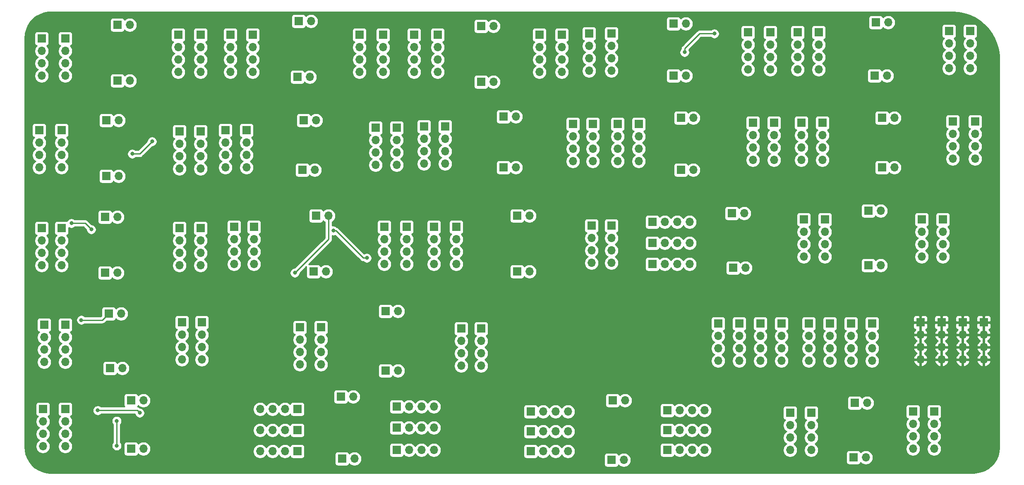
<source format=gbr>
%TF.GenerationSoftware,KiCad,Pcbnew,5.1.6-c6e7f7d~87~ubuntu18.04.1*%
%TF.CreationDate,2020-10-23T09:17:53+08:00*%
%TF.ProjectId,filter_dev_board_v1.0,66696c74-6572-45f6-9465-765f626f6172,rev?*%
%TF.SameCoordinates,Original*%
%TF.FileFunction,Copper,L2,Bot*%
%TF.FilePolarity,Positive*%
%FSLAX46Y46*%
G04 Gerber Fmt 4.6, Leading zero omitted, Abs format (unit mm)*
G04 Created by KiCad (PCBNEW 5.1.6-c6e7f7d~87~ubuntu18.04.1) date 2020-10-23 09:17:53*
%MOMM*%
%LPD*%
G01*
G04 APERTURE LIST*
%TA.AperFunction,ComponentPad*%
%ADD10R,1.700000X1.700000*%
%TD*%
%TA.AperFunction,ComponentPad*%
%ADD11O,1.700000X1.700000*%
%TD*%
%TA.AperFunction,ViaPad*%
%ADD12C,1.016000*%
%TD*%
%TA.AperFunction,ViaPad*%
%ADD13C,0.800100*%
%TD*%
%TA.AperFunction,ViaPad*%
%ADD14C,0.800000*%
%TD*%
%TA.AperFunction,Conductor*%
%ADD15C,0.254000*%
%TD*%
G04 APERTURE END LIST*
D10*
%TO.P,J131,1*%
%TO.N,N/C*%
X173482000Y-133096000D03*
D11*
%TO.P,J131,2*%
X173482000Y-135636000D03*
%TO.P,J131,3*%
X173482000Y-138176000D03*
%TO.P,J131,4*%
X173482000Y-140716000D03*
%TD*%
D10*
%TO.P,J130,1*%
%TO.N,N/C*%
X164846000Y-133096000D03*
D11*
%TO.P,J130,2*%
X164846000Y-135636000D03*
%TO.P,J130,3*%
X164846000Y-138176000D03*
%TO.P,J130,4*%
X164846000Y-140716000D03*
%TD*%
D10*
%TO.P,J129,1*%
%TO.N,N/C*%
X160528000Y-133096000D03*
D11*
%TO.P,J129,2*%
X160528000Y-135636000D03*
%TO.P,J129,3*%
X160528000Y-138176000D03*
%TO.P,J129,4*%
X160528000Y-140716000D03*
%TD*%
D10*
%TO.P,J128,1*%
%TO.N,N/C*%
X169164000Y-133096000D03*
D11*
%TO.P,J128,2*%
X169164000Y-135636000D03*
%TO.P,J128,3*%
X169164000Y-138176000D03*
%TO.P,J128,4*%
X169164000Y-140716000D03*
%TD*%
D10*
%TO.P,J131,1*%
%TO.N,N/C*%
X192024000Y-133096000D03*
D11*
%TO.P,J131,2*%
X192024000Y-135636000D03*
%TO.P,J131,3*%
X192024000Y-138176000D03*
%TO.P,J131,4*%
X192024000Y-140716000D03*
%TD*%
D10*
%TO.P,J130,1*%
%TO.N,N/C*%
X183388000Y-133096000D03*
D11*
%TO.P,J130,2*%
X183388000Y-135636000D03*
%TO.P,J130,3*%
X183388000Y-138176000D03*
%TO.P,J130,4*%
X183388000Y-140716000D03*
%TD*%
D10*
%TO.P,J129,1*%
%TO.N,N/C*%
X179070000Y-133096000D03*
D11*
%TO.P,J129,2*%
X179070000Y-135636000D03*
%TO.P,J129,3*%
X179070000Y-138176000D03*
%TO.P,J129,4*%
X179070000Y-140716000D03*
%TD*%
D10*
%TO.P,J128,1*%
%TO.N,N/C*%
X187706000Y-133096000D03*
D11*
%TO.P,J128,2*%
X187706000Y-135636000D03*
%TO.P,J128,3*%
X187706000Y-138176000D03*
%TO.P,J128,4*%
X187706000Y-140716000D03*
%TD*%
%TO.P,J131,4*%
%TO.N,GND*%
X214884000Y-140462000D03*
%TO.P,J131,3*%
X214884000Y-137922000D03*
%TO.P,J131,2*%
X214884000Y-135382000D03*
D10*
%TO.P,J131,1*%
X214884000Y-132842000D03*
%TD*%
D11*
%TO.P,J130,4*%
%TO.N,GND*%
X206248000Y-140462000D03*
%TO.P,J130,3*%
X206248000Y-137922000D03*
%TO.P,J130,2*%
X206248000Y-135382000D03*
D10*
%TO.P,J130,1*%
X206248000Y-132842000D03*
%TD*%
D11*
%TO.P,J129,4*%
%TO.N,GND*%
X201930000Y-140462000D03*
%TO.P,J129,3*%
X201930000Y-137922000D03*
%TO.P,J129,2*%
X201930000Y-135382000D03*
D10*
%TO.P,J129,1*%
X201930000Y-132842000D03*
%TD*%
D11*
%TO.P,J128,4*%
%TO.N,GND*%
X210566000Y-140462000D03*
%TO.P,J128,3*%
X210566000Y-137922000D03*
%TO.P,J128,2*%
X210566000Y-135382000D03*
D10*
%TO.P,J128,1*%
X210566000Y-132842000D03*
%TD*%
D11*
%TO.P,J1,4*%
%TO.N,Net-(J1-Pad1)*%
X22098000Y-121158000D03*
%TO.P,J1,3*%
X22098000Y-118618000D03*
%TO.P,J1,2*%
X22098000Y-116078000D03*
D10*
%TO.P,J1,1*%
X22098000Y-113538000D03*
%TD*%
D11*
%TO.P,J2,4*%
%TO.N,Net-(J2-Pad1)*%
X50292000Y-121158000D03*
%TO.P,J2,3*%
X50292000Y-118618000D03*
%TO.P,J2,2*%
X50292000Y-116078000D03*
D10*
%TO.P,J2,1*%
X50292000Y-113538000D03*
%TD*%
%TO.P,J3,1*%
%TO.N,Net-(J3-Pad1)*%
X21590000Y-93472000D03*
D11*
%TO.P,J3,2*%
X21590000Y-96012000D03*
%TO.P,J3,3*%
X21590000Y-98552000D03*
%TO.P,J3,4*%
X21590000Y-101092000D03*
%TD*%
D10*
%TO.P,J4,1*%
%TO.N,Net-(J4-Pad1)*%
X50292000Y-93726000D03*
D11*
%TO.P,J4,2*%
X50292000Y-96266000D03*
%TO.P,J4,3*%
X50292000Y-98806000D03*
%TO.P,J4,4*%
X50292000Y-101346000D03*
%TD*%
D10*
%TO.P,J5,1*%
%TO.N,Net-(C1-Pad2)*%
X22606000Y-133350000D03*
D11*
%TO.P,J5,2*%
X22606000Y-135890000D03*
%TO.P,J5,3*%
X22606000Y-138430000D03*
%TO.P,J5,4*%
X22606000Y-140970000D03*
%TD*%
%TO.P,J6,4*%
%TO.N,Net-(C2-Pad2)*%
X50800000Y-140462000D03*
%TO.P,J6,3*%
X50800000Y-137922000D03*
%TO.P,J6,2*%
X50800000Y-135382000D03*
D10*
%TO.P,J6,1*%
X50800000Y-132842000D03*
%TD*%
%TO.P,J7,1*%
%TO.N,Net-(J7-Pad1)*%
X22098000Y-74676000D03*
D11*
%TO.P,J7,2*%
X22098000Y-77216000D03*
%TO.P,J7,3*%
X22098000Y-79756000D03*
%TO.P,J7,4*%
X22098000Y-82296000D03*
%TD*%
D10*
%TO.P,J8,1*%
%TO.N,Net-(C3-Pad2)*%
X50038000Y-73914000D03*
D11*
%TO.P,J8,2*%
X50038000Y-76454000D03*
%TO.P,J8,3*%
X50038000Y-78994000D03*
%TO.P,J8,4*%
X50038000Y-81534000D03*
%TD*%
%TO.P,J9,2*%
%TO.N,Net-(J9-Pad1)*%
X38354000Y-131064000D03*
D10*
%TO.P,J9,1*%
X35814000Y-131064000D03*
%TD*%
D11*
%TO.P,J10,2*%
%TO.N,Net-(J10-Pad1)*%
X40132000Y-71882000D03*
D10*
%TO.P,J10,1*%
X37592000Y-71882000D03*
%TD*%
D11*
%TO.P,J11,2*%
%TO.N,Net-(J11-Pad1)*%
X37846000Y-91440000D03*
D10*
%TO.P,J11,1*%
X35306000Y-91440000D03*
%TD*%
%TO.P,J12,1*%
%TO.N,Net-(J12-Pad1)*%
X35052000Y-111252000D03*
D11*
%TO.P,J12,2*%
X37592000Y-111252000D03*
%TD*%
%TO.P,J13,2*%
%TO.N,Net-(J13-Pad1)*%
X38608000Y-142240000D03*
D10*
%TO.P,J13,1*%
X36068000Y-142240000D03*
%TD*%
D11*
%TO.P,J14,2*%
%TO.N,Net-(J14-Pad1)*%
X40132000Y-83312000D03*
D10*
%TO.P,J14,1*%
X37592000Y-83312000D03*
%TD*%
D11*
%TO.P,J15,2*%
%TO.N,Net-(J15-Pad1)*%
X37846000Y-102870000D03*
D10*
%TO.P,J15,1*%
X35306000Y-102870000D03*
%TD*%
D11*
%TO.P,J16,2*%
%TO.N,Net-(J16-Pad1)*%
X37592000Y-122682000D03*
D10*
%TO.P,J16,1*%
X35052000Y-122682000D03*
%TD*%
%TO.P,J17,1*%
%TO.N,Net-(J17-Pad1)*%
X26924000Y-74676000D03*
D11*
%TO.P,J17,2*%
X26924000Y-77216000D03*
%TO.P,J17,3*%
X26924000Y-79756000D03*
%TO.P,J17,4*%
X26924000Y-82296000D03*
%TD*%
D10*
%TO.P,J18,1*%
%TO.N,Net-(J18-Pad1)*%
X54610000Y-73914000D03*
D11*
%TO.P,J18,2*%
X54610000Y-76454000D03*
%TO.P,J18,3*%
X54610000Y-78994000D03*
%TO.P,J18,4*%
X54610000Y-81534000D03*
%TD*%
%TO.P,J19,4*%
%TO.N,Net-(C11-Pad1)*%
X26162000Y-101092000D03*
%TO.P,J19,3*%
X26162000Y-98552000D03*
%TO.P,J19,2*%
X26162000Y-96012000D03*
D10*
%TO.P,J19,1*%
X26162000Y-93472000D03*
%TD*%
D11*
%TO.P,J20,4*%
%TO.N,Net-(C12-Pad1)*%
X54610000Y-101346000D03*
%TO.P,J20,3*%
X54610000Y-98806000D03*
%TO.P,J20,2*%
X54610000Y-96266000D03*
D10*
%TO.P,J20,1*%
X54610000Y-93726000D03*
%TD*%
%TO.P,J21,1*%
%TO.N,Net-(J21-Pad1)*%
X26924000Y-133350000D03*
D11*
%TO.P,J21,2*%
X26924000Y-135890000D03*
%TO.P,J21,3*%
X26924000Y-138430000D03*
%TO.P,J21,4*%
X26924000Y-140970000D03*
%TD*%
D10*
%TO.P,J22,1*%
%TO.N,Net-(J22-Pad1)*%
X54864000Y-132842000D03*
D11*
%TO.P,J22,2*%
X54864000Y-135382000D03*
%TO.P,J22,3*%
X54864000Y-137922000D03*
%TO.P,J22,4*%
X54864000Y-140462000D03*
%TD*%
D10*
%TO.P,J23,1*%
%TO.N,Net-(C13-Pad1)*%
X26162000Y-113538000D03*
D11*
%TO.P,J23,2*%
X26162000Y-116078000D03*
%TO.P,J23,3*%
X26162000Y-118618000D03*
%TO.P,J23,4*%
X26162000Y-121158000D03*
%TD*%
%TO.P,J24,4*%
%TO.N,Net-(C14-Pad1)*%
X54610000Y-121158000D03*
%TO.P,J24,3*%
X54610000Y-118618000D03*
%TO.P,J24,2*%
X54610000Y-116078000D03*
D10*
%TO.P,J24,1*%
X54610000Y-113538000D03*
%TD*%
%TO.P,J25,1*%
%TO.N,Net-(C15-Pad1)*%
X74930000Y-133858000D03*
D11*
%TO.P,J25,2*%
X74930000Y-136398000D03*
%TO.P,J25,3*%
X74930000Y-138938000D03*
%TO.P,J25,4*%
X74930000Y-141478000D03*
%TD*%
D10*
%TO.P,J26,1*%
%TO.N,Net-(J26-Pad1)*%
X78232000Y-110998000D03*
D11*
%TO.P,J26,2*%
X80772000Y-110998000D03*
%TD*%
%TO.P,J27,2*%
%TO.N,Net-(J27-Pad1)*%
X94996000Y-130556000D03*
D10*
%TO.P,J27,1*%
X92456000Y-130556000D03*
%TD*%
%TO.P,J28,1*%
%TO.N,Net-(J28-Pad1)*%
X59690000Y-93472000D03*
D11*
%TO.P,J28,2*%
X59690000Y-96012000D03*
%TO.P,J28,3*%
X59690000Y-98552000D03*
%TO.P,J28,4*%
X59690000Y-101092000D03*
%TD*%
%TO.P,J29,4*%
%TO.N,Net-(J29-Pad1)*%
X90424000Y-100584000D03*
%TO.P,J29,3*%
X90424000Y-98044000D03*
%TO.P,J29,2*%
X90424000Y-95504000D03*
D10*
%TO.P,J29,1*%
X90424000Y-92964000D03*
%TD*%
%TO.P,J30,1*%
%TO.N,Net-(J30-Pad1)*%
X61468000Y-113284000D03*
D11*
%TO.P,J30,2*%
X61468000Y-115824000D03*
%TO.P,J30,3*%
X61468000Y-118364000D03*
%TO.P,J30,4*%
X61468000Y-120904000D03*
%TD*%
%TO.P,J31,4*%
%TO.N,Net-(J31-Pad1)*%
X60706000Y-81534000D03*
%TO.P,J31,3*%
X60706000Y-78994000D03*
%TO.P,J31,2*%
X60706000Y-76454000D03*
D10*
%TO.P,J31,1*%
X60706000Y-73914000D03*
%TD*%
%TO.P,J32,1*%
%TO.N,Net-(J32-Pad1)*%
X87122000Y-73914000D03*
D11*
%TO.P,J32,2*%
X87122000Y-76454000D03*
%TO.P,J32,3*%
X87122000Y-78994000D03*
%TO.P,J32,4*%
X87122000Y-81534000D03*
%TD*%
D10*
%TO.P,J33,1*%
%TO.N,Net-(J33-Pad1)*%
X75692000Y-91440000D03*
D11*
%TO.P,J33,2*%
X78232000Y-91440000D03*
%TD*%
%TO.P,J34,2*%
%TO.N,Net-(J34-Pad1)*%
X77216000Y-71120000D03*
D10*
%TO.P,J34,1*%
X74676000Y-71120000D03*
%TD*%
D11*
%TO.P,J35,2*%
%TO.N,Net-(J35-Pad1)*%
X80264000Y-122428000D03*
D10*
%TO.P,J35,1*%
X77724000Y-122428000D03*
%TD*%
%TO.P,J36,1*%
%TO.N,Net-(J36-Pad1)*%
X92456000Y-142748000D03*
D11*
%TO.P,J36,2*%
X94996000Y-142748000D03*
%TD*%
D10*
%TO.P,J37,1*%
%TO.N,Net-(J37-Pad1)*%
X75438000Y-101600000D03*
D11*
%TO.P,J37,2*%
X77978000Y-101600000D03*
%TD*%
D10*
%TO.P,J38,1*%
%TO.N,Net-(J38-Pad1)*%
X74422000Y-82550000D03*
D11*
%TO.P,J38,2*%
X76962000Y-82550000D03*
%TD*%
%TO.P,J39,4*%
%TO.N,Net-(C21-Pad2)*%
X79248000Y-141478000D03*
%TO.P,J39,3*%
X79248000Y-138938000D03*
%TO.P,J39,2*%
X79248000Y-136398000D03*
D10*
%TO.P,J39,1*%
X79248000Y-133858000D03*
%TD*%
%TO.P,J40,1*%
%TO.N,Net-(C22-Pad1)*%
X64008000Y-93472000D03*
D11*
%TO.P,J40,2*%
X64008000Y-96012000D03*
%TO.P,J40,3*%
X64008000Y-98552000D03*
%TO.P,J40,4*%
X64008000Y-101092000D03*
%TD*%
%TO.P,J41,4*%
%TO.N,Net-(C23-Pad1)*%
X94742000Y-100584000D03*
%TO.P,J41,3*%
X94742000Y-98044000D03*
%TO.P,J41,2*%
X94742000Y-95504000D03*
D10*
%TO.P,J41,1*%
X94742000Y-92964000D03*
%TD*%
D11*
%TO.P,J42,4*%
%TO.N,Net-(J42-Pad1)*%
X65278000Y-81534000D03*
%TO.P,J42,3*%
X65278000Y-78994000D03*
%TO.P,J42,2*%
X65278000Y-76454000D03*
D10*
%TO.P,J42,1*%
X65278000Y-73914000D03*
%TD*%
D11*
%TO.P,J43,4*%
%TO.N,Net-(C25-Pad1)*%
X91948000Y-81534000D03*
%TO.P,J43,3*%
X91948000Y-78994000D03*
%TO.P,J43,2*%
X91948000Y-76454000D03*
D10*
%TO.P,J43,1*%
X91948000Y-73914000D03*
%TD*%
%TO.P,J44,1*%
%TO.N,Net-(C26-Pad1)*%
X65532000Y-113284000D03*
D11*
%TO.P,J44,2*%
X65532000Y-115824000D03*
%TO.P,J44,3*%
X65532000Y-118364000D03*
%TO.P,J44,4*%
X65532000Y-120904000D03*
%TD*%
%TO.P,J45,4*%
%TO.N,Net-(C27-Pad1)*%
X107950000Y-141732000D03*
%TO.P,J45,3*%
X107950000Y-139192000D03*
%TO.P,J45,2*%
X107950000Y-136652000D03*
D10*
%TO.P,J45,1*%
X107950000Y-134112000D03*
%TD*%
%TO.P,J46,1*%
%TO.N,Net-(J46-Pad1)*%
X100330000Y-92710000D03*
D11*
%TO.P,J46,2*%
X100330000Y-95250000D03*
%TO.P,J46,3*%
X100330000Y-97790000D03*
%TO.P,J46,4*%
X100330000Y-100330000D03*
%TD*%
%TO.P,J47,4*%
%TO.N,Net-(C28-Pad1)*%
X130810000Y-99822000D03*
%TO.P,J47,3*%
X130810000Y-97282000D03*
%TO.P,J47,2*%
X130810000Y-94742000D03*
D10*
%TO.P,J47,1*%
X130810000Y-92202000D03*
%TD*%
%TO.P,J48,1*%
%TO.N,Net-(C32-Pad1)*%
X123952000Y-73914000D03*
D11*
%TO.P,J48,2*%
X123952000Y-76454000D03*
%TO.P,J48,3*%
X123952000Y-78994000D03*
%TO.P,J48,4*%
X123952000Y-81534000D03*
%TD*%
%TO.P,J49,4*%
%TO.N,Net-(J49-Pad1)*%
X98298000Y-81534000D03*
%TO.P,J49,3*%
X98298000Y-78994000D03*
%TO.P,J49,2*%
X98298000Y-76454000D03*
D10*
%TO.P,J49,1*%
X98298000Y-73914000D03*
%TD*%
D11*
%TO.P,J50,4*%
%TO.N,Net-(J50-Pad1)*%
X92202000Y-120904000D03*
%TO.P,J50,3*%
X92202000Y-118364000D03*
%TO.P,J50,2*%
X92202000Y-115824000D03*
D10*
%TO.P,J50,1*%
X92202000Y-113284000D03*
%TD*%
%TO.P,J51,1*%
%TO.N,Net-(J51-Pad1)*%
X112014000Y-72136000D03*
D11*
%TO.P,J51,2*%
X114554000Y-72136000D03*
%TD*%
D10*
%TO.P,J52,1*%
%TO.N,Net-(J52-Pad1)*%
X116586000Y-90678000D03*
D11*
%TO.P,J52,2*%
X119126000Y-90678000D03*
%TD*%
D10*
%TO.P,J53,1*%
%TO.N,Net-(J53-Pad1)*%
X112014000Y-83566000D03*
D11*
%TO.P,J53,2*%
X114554000Y-83566000D03*
%TD*%
%TO.P,J54,2*%
%TO.N,Net-(J54-Pad1)*%
X119126000Y-101092000D03*
D10*
%TO.P,J54,1*%
X116586000Y-101092000D03*
%TD*%
%TO.P,J55,1*%
%TO.N,Net-(C34-Pad2)*%
X112014000Y-134112000D03*
D11*
%TO.P,J55,2*%
X112014000Y-136652000D03*
%TO.P,J55,3*%
X112014000Y-139192000D03*
%TO.P,J55,4*%
X112014000Y-141732000D03*
%TD*%
%TO.P,J56,4*%
%TO.N,Net-(J56-Pad1)*%
X128524000Y-81534000D03*
%TO.P,J56,3*%
X128524000Y-78994000D03*
%TO.P,J56,2*%
X128524000Y-76454000D03*
D10*
%TO.P,J56,1*%
X128524000Y-73914000D03*
%TD*%
%TO.P,J57,1*%
%TO.N,Net-(J57-Pad1)*%
X103124000Y-73914000D03*
D11*
%TO.P,J57,2*%
X103124000Y-76454000D03*
%TO.P,J57,3*%
X103124000Y-78994000D03*
%TO.P,J57,4*%
X103124000Y-81534000D03*
%TD*%
%TO.P,J58,4*%
%TO.N,Net-(C36-Pad1)*%
X104648000Y-100330000D03*
%TO.P,J58,3*%
X104648000Y-97790000D03*
%TO.P,J58,2*%
X104648000Y-95250000D03*
D10*
%TO.P,J58,1*%
X104648000Y-92710000D03*
%TD*%
%TO.P,J59,1*%
%TO.N,Net-(C37-Pad2)*%
X134874000Y-92202000D03*
D11*
%TO.P,J59,2*%
X134874000Y-94742000D03*
%TO.P,J59,3*%
X134874000Y-97282000D03*
%TO.P,J59,4*%
X134874000Y-99822000D03*
%TD*%
D10*
%TO.P,J60,1*%
%TO.N,Net-(C38-Pad1)*%
X96774000Y-113284000D03*
D11*
%TO.P,J60,2*%
X96774000Y-115824000D03*
%TO.P,J60,3*%
X96774000Y-118364000D03*
%TO.P,J60,4*%
X96774000Y-120904000D03*
%TD*%
D10*
%TO.P,J61,1*%
%TO.N,Net-(J61-Pad1)*%
X134112000Y-73660000D03*
D11*
%TO.P,J61,2*%
X134112000Y-76200000D03*
%TO.P,J61,3*%
X134112000Y-78740000D03*
%TO.P,J61,4*%
X134112000Y-81280000D03*
%TD*%
%TO.P,J62,4*%
%TO.N,Net-(J62-Pad1)*%
X166624000Y-81026000D03*
%TO.P,J62,3*%
X166624000Y-78486000D03*
%TO.P,J62,2*%
X166624000Y-75946000D03*
D10*
%TO.P,J62,1*%
X166624000Y-73406000D03*
%TD*%
%TO.P,J63,1*%
%TO.N,Net-(J63-Pad1)*%
X102362000Y-113284000D03*
D11*
%TO.P,J63,2*%
X102362000Y-115824000D03*
%TO.P,J63,3*%
X102362000Y-118364000D03*
%TO.P,J63,4*%
X102362000Y-120904000D03*
%TD*%
%TO.P,J64,4*%
%TO.N,Net-(C39-Pad2)*%
X134620000Y-120650000D03*
%TO.P,J64,3*%
X134620000Y-118110000D03*
%TO.P,J64,2*%
X134620000Y-115570000D03*
D10*
%TO.P,J64,1*%
X134620000Y-113030000D03*
%TD*%
%TO.P,J65,1*%
%TO.N,Net-(C40-Pad2)*%
X139954000Y-92202000D03*
D11*
%TO.P,J65,2*%
X139954000Y-94742000D03*
%TO.P,J65,3*%
X139954000Y-97282000D03*
%TO.P,J65,4*%
X139954000Y-99822000D03*
%TD*%
D10*
%TO.P,J66,1*%
%TO.N,Net-(C41-Pad2)*%
X167640000Y-91948000D03*
D11*
%TO.P,J66,2*%
X167640000Y-94488000D03*
%TO.P,J66,3*%
X167640000Y-97028000D03*
%TO.P,J66,4*%
X167640000Y-99568000D03*
%TD*%
D10*
%TO.P,J67,1*%
%TO.N,Net-(J67-Pad1)*%
X151384000Y-71628000D03*
D11*
%TO.P,J67,2*%
X153924000Y-71628000D03*
%TD*%
D10*
%TO.P,J68,1*%
%TO.N,Net-(J68-Pad1)*%
X119380000Y-110998000D03*
D11*
%TO.P,J68,2*%
X121920000Y-110998000D03*
%TD*%
D10*
%TO.P,J69,1*%
%TO.N,Net-(J69-Pad1)*%
X152908000Y-90932000D03*
D11*
%TO.P,J69,2*%
X155448000Y-90932000D03*
%TD*%
D10*
%TO.P,J70,1*%
%TO.N,Net-(J70-Pad1)*%
X151384000Y-82296000D03*
D11*
%TO.P,J70,2*%
X153924000Y-82296000D03*
%TD*%
D10*
%TO.P,J71,1*%
%TO.N,Net-(J71-Pad1)*%
X119380000Y-122428000D03*
D11*
%TO.P,J71,2*%
X121920000Y-122428000D03*
%TD*%
%TO.P,J72,2*%
%TO.N,Net-(J72-Pad1)*%
X155448000Y-101600000D03*
D10*
%TO.P,J72,1*%
X152908000Y-101600000D03*
%TD*%
D11*
%TO.P,J73,4*%
%TO.N,Net-(J73-Pad1)*%
X138684000Y-81280000D03*
%TO.P,J73,3*%
X138684000Y-78740000D03*
%TO.P,J73,2*%
X138684000Y-76200000D03*
D10*
%TO.P,J73,1*%
X138684000Y-73660000D03*
%TD*%
%TO.P,J74,1*%
%TO.N,Net-(J74-Pad1)*%
X171196000Y-73406000D03*
D11*
%TO.P,J74,2*%
X171196000Y-75946000D03*
%TO.P,J74,3*%
X171196000Y-78486000D03*
%TO.P,J74,4*%
X171196000Y-81026000D03*
%TD*%
%TO.P,J75,4*%
%TO.N,Net-(C50-Pad1)*%
X106934000Y-120904000D03*
%TO.P,J75,3*%
X106934000Y-118364000D03*
%TO.P,J75,2*%
X106934000Y-115824000D03*
D10*
%TO.P,J75,1*%
X106934000Y-113284000D03*
%TD*%
D11*
%TO.P,J76,4*%
%TO.N,Net-(J76-Pad1)*%
X138684000Y-120650000D03*
%TO.P,J76,3*%
X138684000Y-118110000D03*
%TO.P,J76,2*%
X138684000Y-115570000D03*
D10*
%TO.P,J76,1*%
X138684000Y-113030000D03*
%TD*%
D11*
%TO.P,J77,4*%
%TO.N,Net-(J77-Pad1)*%
X144272000Y-99822000D03*
%TO.P,J77,3*%
X144272000Y-97282000D03*
%TO.P,J77,2*%
X144272000Y-94742000D03*
D10*
%TO.P,J77,1*%
X144272000Y-92202000D03*
%TD*%
D11*
%TO.P,J78,4*%
%TO.N,Net-(J78-Pad1)*%
X171958000Y-99568000D03*
%TO.P,J78,3*%
X171958000Y-97028000D03*
%TO.P,J78,2*%
X171958000Y-94488000D03*
D10*
%TO.P,J78,1*%
X171958000Y-91948000D03*
%TD*%
D11*
%TO.P,J79,4*%
%TO.N,Net-(J79-Pad1)*%
X176784000Y-81026000D03*
%TO.P,J79,3*%
X176784000Y-78486000D03*
%TO.P,J79,2*%
X176784000Y-75946000D03*
D10*
%TO.P,J79,1*%
X176784000Y-73406000D03*
%TD*%
D11*
%TO.P,J80,4*%
%TO.N,Net-(J80-Pad1)*%
X207772000Y-80772000D03*
%TO.P,J80,3*%
X207772000Y-78232000D03*
%TO.P,J80,2*%
X207772000Y-75692000D03*
D10*
%TO.P,J80,1*%
X207772000Y-73152000D03*
%TD*%
D11*
%TO.P,J81,2*%
%TO.N,Net-(J81-Pad1)*%
X195326000Y-71374000D03*
D10*
%TO.P,J81,1*%
X192786000Y-71374000D03*
%TD*%
%TO.P,J82,1*%
%TO.N,Net-(C51-Pad2)*%
X177546000Y-91948000D03*
D11*
%TO.P,J82,2*%
X177546000Y-94488000D03*
%TO.P,J82,3*%
X177546000Y-97028000D03*
%TO.P,J82,4*%
X177546000Y-99568000D03*
%TD*%
%TO.P,J83,4*%
%TO.N,Net-(C52-Pad2)*%
X208534000Y-99314000D03*
%TO.P,J83,3*%
X208534000Y-96774000D03*
%TO.P,J83,2*%
X208534000Y-94234000D03*
D10*
%TO.P,J83,1*%
X208534000Y-91694000D03*
%TD*%
%TO.P,J84,1*%
%TO.N,Net-(J84-Pad1)*%
X147066000Y-116586000D03*
D11*
%TO.P,J84,2*%
X149606000Y-116586000D03*
%TO.P,J84,3*%
X152146000Y-116586000D03*
%TO.P,J84,4*%
X154686000Y-116586000D03*
%TD*%
D10*
%TO.P,J85,1*%
%TO.N,Net-(J85-Pad1)*%
X147066000Y-120904000D03*
D11*
%TO.P,J85,2*%
X149606000Y-120904000D03*
%TO.P,J85,3*%
X152146000Y-120904000D03*
%TO.P,J85,4*%
X154686000Y-120904000D03*
%TD*%
%TO.P,J86,2*%
%TO.N,Net-(J86-Pad1)*%
X196596000Y-90932000D03*
D10*
%TO.P,J86,1*%
X194056000Y-90932000D03*
%TD*%
D11*
%TO.P,J87,2*%
%TO.N,Net-(J87-Pad1)*%
X165862000Y-110490000D03*
D10*
%TO.P,J87,1*%
X163322000Y-110490000D03*
%TD*%
D11*
%TO.P,J88,2*%
%TO.N,Net-(J88-Pad1)*%
X195072000Y-82296000D03*
D10*
%TO.P,J88,1*%
X192532000Y-82296000D03*
%TD*%
%TO.P,J89,1*%
%TO.N,Net-(J89-Pad1)*%
X194056000Y-101092000D03*
D11*
%TO.P,J89,2*%
X196596000Y-101092000D03*
%TD*%
%TO.P,J90,2*%
%TO.N,Net-(J90-Pad1)*%
X166116000Y-121666000D03*
D10*
%TO.P,J90,1*%
X163576000Y-121666000D03*
%TD*%
%TO.P,J91,1*%
%TO.N,Net-(C57-Pad1)*%
X181102000Y-73406000D03*
D11*
%TO.P,J91,2*%
X181102000Y-75946000D03*
%TO.P,J91,3*%
X181102000Y-78486000D03*
%TO.P,J91,4*%
X181102000Y-81026000D03*
%TD*%
D10*
%TO.P,J92,1*%
%TO.N,Net-(C58-Pad1)*%
X212090000Y-73152000D03*
D11*
%TO.P,J92,2*%
X212090000Y-75692000D03*
%TO.P,J92,3*%
X212090000Y-78232000D03*
%TO.P,J92,4*%
X212090000Y-80772000D03*
%TD*%
%TO.P,J93,4*%
%TO.N,Net-(J93-Pad1)*%
X181864000Y-99568000D03*
%TO.P,J93,3*%
X181864000Y-97028000D03*
%TO.P,J93,2*%
X181864000Y-94488000D03*
D10*
%TO.P,J93,1*%
X181864000Y-91948000D03*
%TD*%
%TO.P,J94,1*%
%TO.N,Net-(J94-Pad1)*%
X213106000Y-91694000D03*
D11*
%TO.P,J94,2*%
X213106000Y-94234000D03*
%TO.P,J94,3*%
X213106000Y-96774000D03*
%TO.P,J94,4*%
X213106000Y-99314000D03*
%TD*%
%TO.P,J95,4*%
%TO.N,Net-(J95-Pad1)*%
X154686000Y-112268000D03*
%TO.P,J95,3*%
X152146000Y-112268000D03*
%TO.P,J95,2*%
X149606000Y-112268000D03*
D10*
%TO.P,J95,1*%
X147066000Y-112268000D03*
%TD*%
D11*
%TO.P,J96,4*%
%TO.N,Net-(J96-Pad1)*%
X22352000Y-158242000D03*
%TO.P,J96,3*%
X22352000Y-155702000D03*
%TO.P,J96,2*%
X22352000Y-153162000D03*
D10*
%TO.P,J96,1*%
X22352000Y-150622000D03*
%TD*%
%TO.P,J97,1*%
%TO.N,Net-(J97-Pad1)*%
X40386000Y-148844000D03*
D11*
%TO.P,J97,2*%
X42926000Y-148844000D03*
%TD*%
%TO.P,J98,4*%
%TO.N,Net-(J98-Pad1)*%
X202184000Y-119380000D03*
%TO.P,J98,3*%
X202184000Y-116840000D03*
%TO.P,J98,2*%
X202184000Y-114300000D03*
D10*
%TO.P,J98,1*%
X202184000Y-111760000D03*
%TD*%
D11*
%TO.P,J99,4*%
%TO.N,Net-(J99-Pad1)*%
X178054000Y-119380000D03*
%TO.P,J99,3*%
X178054000Y-116840000D03*
%TO.P,J99,2*%
X178054000Y-114300000D03*
D10*
%TO.P,J99,1*%
X178054000Y-111760000D03*
%TD*%
D11*
%TO.P,J100,2*%
%TO.N,Net-(J100-Pad1)*%
X42926000Y-158750000D03*
D10*
%TO.P,J100,1*%
X40386000Y-158750000D03*
%TD*%
%TO.P,J101,1*%
%TO.N,Net-(J101-Pad1)*%
X122174000Y-159258000D03*
D11*
%TO.P,J101,2*%
X124714000Y-159258000D03*
%TO.P,J101,3*%
X127254000Y-159258000D03*
%TO.P,J101,4*%
X129794000Y-159258000D03*
%TD*%
%TO.P,J102,4*%
%TO.N,Net-(J102-Pad1)*%
X129794000Y-155194000D03*
%TO.P,J102,3*%
X127254000Y-155194000D03*
%TO.P,J102,2*%
X124714000Y-155194000D03*
D10*
%TO.P,J102,1*%
X122174000Y-155194000D03*
%TD*%
D11*
%TO.P,J103,4*%
%TO.N,Net-(J103-Pad1)*%
X157734000Y-159004000D03*
%TO.P,J103,3*%
X155194000Y-159004000D03*
%TO.P,J103,2*%
X152654000Y-159004000D03*
D10*
%TO.P,J103,1*%
X150114000Y-159004000D03*
%TD*%
D11*
%TO.P,J104,4*%
%TO.N,Net-(J104-Pad1)*%
X157734000Y-154940000D03*
%TO.P,J104,3*%
X155194000Y-154940000D03*
%TO.P,J104,2*%
X152654000Y-154940000D03*
D10*
%TO.P,J104,1*%
X150114000Y-154940000D03*
%TD*%
%TO.P,J105,1*%
%TO.N,Net-(J105-Pad1)*%
X191262000Y-109982000D03*
D11*
%TO.P,J105,2*%
X193802000Y-109982000D03*
%TD*%
D10*
%TO.P,J106,1*%
%TO.N,Net-(J106-Pad1)*%
X138938000Y-148844000D03*
D11*
%TO.P,J106,2*%
X141478000Y-148844000D03*
%TD*%
D10*
%TO.P,J107,1*%
%TO.N,Net-(J107-Pad1)*%
X191262000Y-121158000D03*
D11*
%TO.P,J107,2*%
X193802000Y-121158000D03*
%TD*%
D10*
%TO.P,J108,1*%
%TO.N,Net-(J108-Pad1)*%
X26924000Y-150622000D03*
D11*
%TO.P,J108,2*%
X26924000Y-153162000D03*
%TO.P,J108,3*%
X26924000Y-155702000D03*
%TO.P,J108,4*%
X26924000Y-158242000D03*
%TD*%
D10*
%TO.P,J109,1*%
%TO.N,Net-(J109-Pad1)*%
X138684000Y-161036000D03*
D11*
%TO.P,J109,2*%
X141224000Y-161036000D03*
%TD*%
D10*
%TO.P,J110,1*%
%TO.N,Net-(J110-Pad1)*%
X206502000Y-111760000D03*
D11*
%TO.P,J110,2*%
X206502000Y-114300000D03*
%TO.P,J110,3*%
X206502000Y-116840000D03*
%TO.P,J110,4*%
X206502000Y-119380000D03*
%TD*%
D10*
%TO.P,J111,1*%
%TO.N,Net-(J111-Pad1)*%
X182372000Y-111760000D03*
D11*
%TO.P,J111,2*%
X182372000Y-114300000D03*
%TO.P,J111,3*%
X182372000Y-116840000D03*
%TO.P,J111,4*%
X182372000Y-119380000D03*
%TD*%
%TO.P,J112,4*%
%TO.N,Net-(J112-Pad1)*%
X129794000Y-151130000D03*
%TO.P,J112,3*%
X127254000Y-151130000D03*
%TO.P,J112,2*%
X124714000Y-151130000D03*
D10*
%TO.P,J112,1*%
X122174000Y-151130000D03*
%TD*%
%TO.P,J113,1*%
%TO.N,Net-(J113-Pad1)*%
X150114000Y-150876000D03*
D11*
%TO.P,J113,2*%
X152654000Y-150876000D03*
%TO.P,J113,3*%
X155194000Y-150876000D03*
%TO.P,J113,4*%
X157734000Y-150876000D03*
%TD*%
D10*
%TO.P,J114,1*%
%TO.N,Net-(J114-Pad1)*%
X74422000Y-159258000D03*
D11*
%TO.P,J114,2*%
X71882000Y-159258000D03*
%TO.P,J114,3*%
X69342000Y-159258000D03*
%TO.P,J114,4*%
X66802000Y-159258000D03*
%TD*%
%TO.P,J115,4*%
%TO.N,Net-(J115-Pad1)*%
X66802000Y-154940000D03*
%TO.P,J115,3*%
X69342000Y-154940000D03*
%TO.P,J115,2*%
X71882000Y-154940000D03*
D10*
%TO.P,J115,1*%
X74422000Y-154940000D03*
%TD*%
%TO.P,J116,1*%
%TO.N,Net-(J116-Pad1)*%
X94742000Y-159004000D03*
D11*
%TO.P,J116,2*%
X97282000Y-159004000D03*
%TO.P,J116,3*%
X99822000Y-159004000D03*
%TO.P,J116,4*%
X102362000Y-159004000D03*
%TD*%
%TO.P,J117,4*%
%TO.N,Net-(J117-Pad1)*%
X102362000Y-154432000D03*
%TO.P,J117,3*%
X99822000Y-154432000D03*
%TO.P,J117,2*%
X97282000Y-154432000D03*
D10*
%TO.P,J117,1*%
X94742000Y-154432000D03*
%TD*%
D11*
%TO.P,J118,2*%
%TO.N,Net-(J118-Pad1)*%
X85852000Y-148082000D03*
D10*
%TO.P,J118,1*%
X83312000Y-148082000D03*
%TD*%
%TO.P,J119,1*%
%TO.N,Net-(J119-Pad1)*%
X83566000Y-160782000D03*
D11*
%TO.P,J119,2*%
X86106000Y-160782000D03*
%TD*%
%TO.P,J120,4*%
%TO.N,Net-(J120-Pad1)*%
X200406000Y-158750000D03*
%TO.P,J120,3*%
X200406000Y-156210000D03*
%TO.P,J120,2*%
X200406000Y-153670000D03*
D10*
%TO.P,J120,1*%
X200406000Y-151130000D03*
%TD*%
%TO.P,J121,1*%
%TO.N,Net-(J121-Pad1)*%
X175260000Y-151384000D03*
D11*
%TO.P,J121,2*%
X175260000Y-153924000D03*
%TO.P,J121,3*%
X175260000Y-156464000D03*
%TO.P,J121,4*%
X175260000Y-159004000D03*
%TD*%
%TO.P,J122,2*%
%TO.N,Net-(J122-Pad1)*%
X191008000Y-149352000D03*
D10*
%TO.P,J122,1*%
X188468000Y-149352000D03*
%TD*%
D11*
%TO.P,J123,2*%
%TO.N,Net-(J123-Pad1)*%
X190754000Y-160528000D03*
D10*
%TO.P,J123,1*%
X188214000Y-160528000D03*
%TD*%
D11*
%TO.P,J124,4*%
%TO.N,Net-(J124-Pad1)*%
X66802000Y-150622000D03*
%TO.P,J124,3*%
X69342000Y-150622000D03*
%TO.P,J124,2*%
X71882000Y-150622000D03*
D10*
%TO.P,J124,1*%
X74422000Y-150622000D03*
%TD*%
D11*
%TO.P,J125,4*%
%TO.N,Net-(J125-Pad1)*%
X102362000Y-150114000D03*
%TO.P,J125,3*%
X99822000Y-150114000D03*
%TO.P,J125,2*%
X97282000Y-150114000D03*
D10*
%TO.P,J125,1*%
X94742000Y-150114000D03*
%TD*%
%TO.P,J126,1*%
%TO.N,Net-(J126-Pad1)*%
X204724000Y-151130000D03*
D11*
%TO.P,J126,2*%
X204724000Y-153670000D03*
%TO.P,J126,3*%
X204724000Y-156210000D03*
%TO.P,J126,4*%
X204724000Y-158750000D03*
%TD*%
D10*
%TO.P,J127,1*%
%TO.N,Net-(J127-Pad1)*%
X179578000Y-151384000D03*
D11*
%TO.P,J127,2*%
X179578000Y-153924000D03*
%TO.P,J127,3*%
X179578000Y-156464000D03*
%TO.P,J127,4*%
X179578000Y-159004000D03*
%TD*%
D12*
%TO.N,GND*%
X29210000Y-77724000D03*
X47244000Y-77724000D03*
X47752000Y-81534000D03*
D13*
X71755000Y-77343000D03*
X79460000Y-79714000D03*
X106934000Y-83566000D03*
X120675500Y-84048500D03*
X141960500Y-83032500D03*
X145516500Y-83032500D03*
X147091500Y-70891500D03*
X159791500Y-83032500D03*
X163347500Y-83540500D03*
X163347500Y-73888500D03*
X189001500Y-82270500D03*
X189738000Y-78486000D03*
X197866000Y-80264000D03*
X29438500Y-103098500D03*
X47015500Y-102590500D03*
X47752000Y-95758000D03*
X71628000Y-101092000D03*
X72390000Y-97282000D03*
X84582000Y-96012000D03*
X85090000Y-100838000D03*
X112522000Y-101600000D03*
X112776000Y-98298000D03*
X121158000Y-99314000D03*
X127787500Y-97764500D03*
X147548500Y-102336500D03*
X158242000Y-100076000D03*
X159512000Y-91948000D03*
X187452000Y-91186000D03*
X187833000Y-101219000D03*
X200660000Y-97282000D03*
X205257500Y-100355500D03*
X31750000Y-120396000D03*
X44704000Y-112268000D03*
X40894000Y-118618000D03*
X71120000Y-122682000D03*
X74422000Y-117094000D03*
X83312000Y-118618000D03*
X83312000Y-120396000D03*
X112776000Y-116332000D03*
X112014000Y-121158000D03*
X125958500Y-123215500D03*
X128524000Y-115570000D03*
X156718000Y-114808000D03*
X187960000Y-117602000D03*
X194903000Y-118449000D03*
X42672000Y-133858000D03*
X41148000Y-140716000D03*
X28956000Y-144018000D03*
X89408000Y-136906000D03*
X98044000Y-137922000D03*
X97790000Y-140462000D03*
X30200500Y-158216500D03*
X45466000Y-155702000D03*
X77698500Y-160756500D03*
X92710000Y-156464000D03*
X131826000Y-153162000D03*
X142579000Y-158157000D03*
X198120000Y-154940000D03*
X181610000Y-153670000D03*
D14*
%TO.N,Net-(C13-Pad1)*%
X32258000Y-113792000D03*
X28194000Y-112522000D03*
%TO.N,Net-(C60-Pad1)*%
X37465000Y-153035000D03*
X37465000Y-158115000D03*
%TO.N,Net-(J9-Pad1)*%
X30200500Y-132359500D03*
%TO.N,Net-(J26-Pad1)*%
X73914000Y-122682000D03*
X88646000Y-119634000D03*
X81788000Y-114046000D03*
%TO.N,Net-(J108-Pad1)*%
X33570000Y-150876000D03*
X42164000Y-151384000D03*
%TO.N,Net-(R17-Pad1)*%
X40640000Y-98298000D03*
X44704000Y-95758000D03*
%TO.N,Net-(R80-Pad1)*%
X153670000Y-77470000D03*
X159766000Y-73660000D03*
%TD*%
D15*
%TO.N,GND*%
X47244000Y-77724000D02*
X47244000Y-77724000D01*
%TO.N,Net-(C13-Pad1)*%
X32258000Y-113792000D02*
X30988000Y-112522000D01*
X30988000Y-112522000D02*
X28194000Y-112522000D01*
X28194000Y-112522000D02*
X28194000Y-112522000D01*
%TO.N,Net-(C60-Pad1)*%
X37465000Y-153035000D02*
X37465000Y-158115000D01*
X37465000Y-158115000D02*
X37465000Y-158115000D01*
%TO.N,Net-(J9-Pad1)*%
X34518500Y-132359500D02*
X35814000Y-131064000D01*
X30200500Y-132359500D02*
X34518500Y-132359500D01*
%TO.N,Net-(J26-Pad1)*%
X73914000Y-122682000D02*
X73914000Y-122682000D01*
X88646000Y-119634000D02*
X88392000Y-119634000D01*
X88392000Y-119634000D02*
X87884000Y-119634000D01*
X87884000Y-119634000D02*
X82296000Y-114046000D01*
X82296000Y-114046000D02*
X81788000Y-114046000D01*
X81788000Y-114046000D02*
X81788000Y-114046000D01*
X80772000Y-110998000D02*
X80772000Y-115824000D01*
X80772000Y-115824000D02*
X73914000Y-122682000D01*
%TO.N,Net-(J108-Pad1)*%
X33570000Y-150876000D02*
X41656000Y-150876000D01*
X41656000Y-150876000D02*
X42164000Y-151384000D01*
X42164000Y-151384000D02*
X42164000Y-151384000D01*
%TO.N,Net-(R17-Pad1)*%
X40640000Y-98298000D02*
X42164000Y-98298000D01*
X42164000Y-98298000D02*
X44704000Y-95758000D01*
X44704000Y-95758000D02*
X44704000Y-95758000D01*
%TO.N,Net-(R80-Pad1)*%
X153670000Y-77470000D02*
X153670000Y-76708000D01*
X153670000Y-76708000D02*
X156718000Y-73660000D01*
X156718000Y-73660000D02*
X159766000Y-73660000D01*
X159766000Y-73660000D02*
X159766000Y-73660000D01*
%TD*%
%TO.N,GND*%
G36*
X209724502Y-69316206D02*
G01*
X210896234Y-69539725D01*
X212030702Y-69908337D01*
X213110029Y-70416230D01*
X214117190Y-71055392D01*
X215036308Y-71815753D01*
X215852871Y-72685304D01*
X216554013Y-73650343D01*
X217128675Y-74695648D01*
X217567796Y-75804744D01*
X217864446Y-76960120D01*
X218015256Y-78153895D01*
X218034000Y-78750357D01*
X218034001Y-158468899D01*
X217962220Y-159341996D01*
X217755430Y-160165259D01*
X217416951Y-160943708D01*
X216955882Y-161656412D01*
X216384597Y-162284246D01*
X215718445Y-162810341D01*
X214975304Y-163220578D01*
X214175154Y-163503925D01*
X213328056Y-163654817D01*
X212836453Y-163678000D01*
X23903089Y-163678000D01*
X23030004Y-163606220D01*
X22206741Y-163399430D01*
X21428292Y-163060951D01*
X20715588Y-162599882D01*
X20087754Y-162028597D01*
X19561659Y-161362445D01*
X19151422Y-160619304D01*
X18868075Y-159819154D01*
X18717183Y-158972056D01*
X18694000Y-158480453D01*
X18694000Y-149772000D01*
X20863928Y-149772000D01*
X20863928Y-151472000D01*
X20876188Y-151596482D01*
X20912498Y-151716180D01*
X20971463Y-151826494D01*
X21050815Y-151923185D01*
X21147506Y-152002537D01*
X21257820Y-152061502D01*
X21330380Y-152083513D01*
X21198525Y-152215368D01*
X21036010Y-152458589D01*
X20924068Y-152728842D01*
X20867000Y-153015740D01*
X20867000Y-153308260D01*
X20924068Y-153595158D01*
X21036010Y-153865411D01*
X21198525Y-154108632D01*
X21405368Y-154315475D01*
X21579760Y-154432000D01*
X21405368Y-154548525D01*
X21198525Y-154755368D01*
X21036010Y-154998589D01*
X20924068Y-155268842D01*
X20867000Y-155555740D01*
X20867000Y-155848260D01*
X20924068Y-156135158D01*
X21036010Y-156405411D01*
X21198525Y-156648632D01*
X21405368Y-156855475D01*
X21579760Y-156972000D01*
X21405368Y-157088525D01*
X21198525Y-157295368D01*
X21036010Y-157538589D01*
X20924068Y-157808842D01*
X20867000Y-158095740D01*
X20867000Y-158388260D01*
X20924068Y-158675158D01*
X21036010Y-158945411D01*
X21198525Y-159188632D01*
X21405368Y-159395475D01*
X21648589Y-159557990D01*
X21918842Y-159669932D01*
X22205740Y-159727000D01*
X22498260Y-159727000D01*
X22785158Y-159669932D01*
X23055411Y-159557990D01*
X23298632Y-159395475D01*
X23505475Y-159188632D01*
X23667990Y-158945411D01*
X23779932Y-158675158D01*
X23837000Y-158388260D01*
X23837000Y-158095740D01*
X23779932Y-157808842D01*
X23667990Y-157538589D01*
X23505475Y-157295368D01*
X23298632Y-157088525D01*
X23124240Y-156972000D01*
X23298632Y-156855475D01*
X23505475Y-156648632D01*
X23667990Y-156405411D01*
X23779932Y-156135158D01*
X23837000Y-155848260D01*
X23837000Y-155555740D01*
X23779932Y-155268842D01*
X23667990Y-154998589D01*
X23505475Y-154755368D01*
X23298632Y-154548525D01*
X23124240Y-154432000D01*
X23298632Y-154315475D01*
X23505475Y-154108632D01*
X23667990Y-153865411D01*
X23779932Y-153595158D01*
X23837000Y-153308260D01*
X23837000Y-153015740D01*
X23779932Y-152728842D01*
X23667990Y-152458589D01*
X23505475Y-152215368D01*
X23373620Y-152083513D01*
X23446180Y-152061502D01*
X23556494Y-152002537D01*
X23653185Y-151923185D01*
X23732537Y-151826494D01*
X23791502Y-151716180D01*
X23827812Y-151596482D01*
X23840072Y-151472000D01*
X23840072Y-149772000D01*
X25435928Y-149772000D01*
X25435928Y-151472000D01*
X25448188Y-151596482D01*
X25484498Y-151716180D01*
X25543463Y-151826494D01*
X25622815Y-151923185D01*
X25719506Y-152002537D01*
X25829820Y-152061502D01*
X25902380Y-152083513D01*
X25770525Y-152215368D01*
X25608010Y-152458589D01*
X25496068Y-152728842D01*
X25439000Y-153015740D01*
X25439000Y-153308260D01*
X25496068Y-153595158D01*
X25608010Y-153865411D01*
X25770525Y-154108632D01*
X25977368Y-154315475D01*
X26151760Y-154432000D01*
X25977368Y-154548525D01*
X25770525Y-154755368D01*
X25608010Y-154998589D01*
X25496068Y-155268842D01*
X25439000Y-155555740D01*
X25439000Y-155848260D01*
X25496068Y-156135158D01*
X25608010Y-156405411D01*
X25770525Y-156648632D01*
X25977368Y-156855475D01*
X26151760Y-156972000D01*
X25977368Y-157088525D01*
X25770525Y-157295368D01*
X25608010Y-157538589D01*
X25496068Y-157808842D01*
X25439000Y-158095740D01*
X25439000Y-158388260D01*
X25496068Y-158675158D01*
X25608010Y-158945411D01*
X25770525Y-159188632D01*
X25977368Y-159395475D01*
X26220589Y-159557990D01*
X26490842Y-159669932D01*
X26777740Y-159727000D01*
X27070260Y-159727000D01*
X27357158Y-159669932D01*
X27627411Y-159557990D01*
X27870632Y-159395475D01*
X28077475Y-159188632D01*
X28239990Y-158945411D01*
X28351932Y-158675158D01*
X28409000Y-158388260D01*
X28409000Y-158095740D01*
X28351932Y-157808842D01*
X28239990Y-157538589D01*
X28077475Y-157295368D01*
X27870632Y-157088525D01*
X27696240Y-156972000D01*
X27870632Y-156855475D01*
X28077475Y-156648632D01*
X28239990Y-156405411D01*
X28351932Y-156135158D01*
X28409000Y-155848260D01*
X28409000Y-155555740D01*
X28351932Y-155268842D01*
X28239990Y-154998589D01*
X28077475Y-154755368D01*
X27870632Y-154548525D01*
X27696240Y-154432000D01*
X27870632Y-154315475D01*
X28077475Y-154108632D01*
X28239990Y-153865411D01*
X28351932Y-153595158D01*
X28409000Y-153308260D01*
X28409000Y-153015740D01*
X28392554Y-152933061D01*
X36430000Y-152933061D01*
X36430000Y-153136939D01*
X36469774Y-153336898D01*
X36547795Y-153525256D01*
X36661063Y-153694774D01*
X36703000Y-153736711D01*
X36703001Y-157413288D01*
X36661063Y-157455226D01*
X36547795Y-157624744D01*
X36469774Y-157813102D01*
X36430000Y-158013061D01*
X36430000Y-158216939D01*
X36469774Y-158416898D01*
X36547795Y-158605256D01*
X36661063Y-158774774D01*
X36805226Y-158918937D01*
X36974744Y-159032205D01*
X37163102Y-159110226D01*
X37363061Y-159150000D01*
X37566939Y-159150000D01*
X37766898Y-159110226D01*
X37955256Y-159032205D01*
X38124774Y-158918937D01*
X38268937Y-158774774D01*
X38382205Y-158605256D01*
X38460226Y-158416898D01*
X38500000Y-158216939D01*
X38500000Y-158013061D01*
X38477511Y-157900000D01*
X38897928Y-157900000D01*
X38897928Y-159600000D01*
X38910188Y-159724482D01*
X38946498Y-159844180D01*
X39005463Y-159954494D01*
X39084815Y-160051185D01*
X39181506Y-160130537D01*
X39291820Y-160189502D01*
X39411518Y-160225812D01*
X39536000Y-160238072D01*
X41236000Y-160238072D01*
X41360482Y-160225812D01*
X41480180Y-160189502D01*
X41590494Y-160130537D01*
X41687185Y-160051185D01*
X41766537Y-159954494D01*
X41825502Y-159844180D01*
X41847513Y-159771620D01*
X41979368Y-159903475D01*
X42222589Y-160065990D01*
X42492842Y-160177932D01*
X42779740Y-160235000D01*
X43072260Y-160235000D01*
X43359158Y-160177932D01*
X43629411Y-160065990D01*
X43872632Y-159903475D01*
X44079475Y-159696632D01*
X44241990Y-159453411D01*
X44353932Y-159183158D01*
X44368138Y-159111740D01*
X65317000Y-159111740D01*
X65317000Y-159404260D01*
X65374068Y-159691158D01*
X65486010Y-159961411D01*
X65648525Y-160204632D01*
X65855368Y-160411475D01*
X66098589Y-160573990D01*
X66368842Y-160685932D01*
X66655740Y-160743000D01*
X66948260Y-160743000D01*
X67235158Y-160685932D01*
X67505411Y-160573990D01*
X67748632Y-160411475D01*
X67955475Y-160204632D01*
X68072000Y-160030240D01*
X68188525Y-160204632D01*
X68395368Y-160411475D01*
X68638589Y-160573990D01*
X68908842Y-160685932D01*
X69195740Y-160743000D01*
X69488260Y-160743000D01*
X69775158Y-160685932D01*
X70045411Y-160573990D01*
X70288632Y-160411475D01*
X70495475Y-160204632D01*
X70612000Y-160030240D01*
X70728525Y-160204632D01*
X70935368Y-160411475D01*
X71178589Y-160573990D01*
X71448842Y-160685932D01*
X71735740Y-160743000D01*
X72028260Y-160743000D01*
X72315158Y-160685932D01*
X72585411Y-160573990D01*
X72828632Y-160411475D01*
X72960487Y-160279620D01*
X72982498Y-160352180D01*
X73041463Y-160462494D01*
X73120815Y-160559185D01*
X73217506Y-160638537D01*
X73327820Y-160697502D01*
X73447518Y-160733812D01*
X73572000Y-160746072D01*
X75272000Y-160746072D01*
X75396482Y-160733812D01*
X75516180Y-160697502D01*
X75626494Y-160638537D01*
X75723185Y-160559185D01*
X75802537Y-160462494D01*
X75861502Y-160352180D01*
X75897812Y-160232482D01*
X75910072Y-160108000D01*
X75910072Y-159932000D01*
X82077928Y-159932000D01*
X82077928Y-161632000D01*
X82090188Y-161756482D01*
X82126498Y-161876180D01*
X82185463Y-161986494D01*
X82264815Y-162083185D01*
X82361506Y-162162537D01*
X82471820Y-162221502D01*
X82591518Y-162257812D01*
X82716000Y-162270072D01*
X84416000Y-162270072D01*
X84540482Y-162257812D01*
X84660180Y-162221502D01*
X84770494Y-162162537D01*
X84867185Y-162083185D01*
X84946537Y-161986494D01*
X85005502Y-161876180D01*
X85027513Y-161803620D01*
X85159368Y-161935475D01*
X85402589Y-162097990D01*
X85672842Y-162209932D01*
X85959740Y-162267000D01*
X86252260Y-162267000D01*
X86539158Y-162209932D01*
X86809411Y-162097990D01*
X87052632Y-161935475D01*
X87259475Y-161728632D01*
X87421990Y-161485411D01*
X87533932Y-161215158D01*
X87591000Y-160928260D01*
X87591000Y-160635740D01*
X87533932Y-160348842D01*
X87421990Y-160078589D01*
X87259475Y-159835368D01*
X87052632Y-159628525D01*
X86809411Y-159466010D01*
X86539158Y-159354068D01*
X86252260Y-159297000D01*
X85959740Y-159297000D01*
X85672842Y-159354068D01*
X85402589Y-159466010D01*
X85159368Y-159628525D01*
X85027513Y-159760380D01*
X85005502Y-159687820D01*
X84946537Y-159577506D01*
X84867185Y-159480815D01*
X84770494Y-159401463D01*
X84660180Y-159342498D01*
X84540482Y-159306188D01*
X84416000Y-159293928D01*
X82716000Y-159293928D01*
X82591518Y-159306188D01*
X82471820Y-159342498D01*
X82361506Y-159401463D01*
X82264815Y-159480815D01*
X82185463Y-159577506D01*
X82126498Y-159687820D01*
X82090188Y-159807518D01*
X82077928Y-159932000D01*
X75910072Y-159932000D01*
X75910072Y-158408000D01*
X75897812Y-158283518D01*
X75861502Y-158163820D01*
X75856254Y-158154000D01*
X93253928Y-158154000D01*
X93253928Y-159854000D01*
X93266188Y-159978482D01*
X93302498Y-160098180D01*
X93361463Y-160208494D01*
X93440815Y-160305185D01*
X93537506Y-160384537D01*
X93647820Y-160443502D01*
X93767518Y-160479812D01*
X93892000Y-160492072D01*
X95592000Y-160492072D01*
X95716482Y-160479812D01*
X95836180Y-160443502D01*
X95946494Y-160384537D01*
X96043185Y-160305185D01*
X96122537Y-160208494D01*
X96181502Y-160098180D01*
X96203513Y-160025620D01*
X96335368Y-160157475D01*
X96578589Y-160319990D01*
X96848842Y-160431932D01*
X97135740Y-160489000D01*
X97428260Y-160489000D01*
X97715158Y-160431932D01*
X97985411Y-160319990D01*
X98228632Y-160157475D01*
X98435475Y-159950632D01*
X98552000Y-159776240D01*
X98668525Y-159950632D01*
X98875368Y-160157475D01*
X99118589Y-160319990D01*
X99388842Y-160431932D01*
X99675740Y-160489000D01*
X99968260Y-160489000D01*
X100255158Y-160431932D01*
X100525411Y-160319990D01*
X100768632Y-160157475D01*
X100975475Y-159950632D01*
X101092000Y-159776240D01*
X101208525Y-159950632D01*
X101415368Y-160157475D01*
X101658589Y-160319990D01*
X101928842Y-160431932D01*
X102215740Y-160489000D01*
X102508260Y-160489000D01*
X102795158Y-160431932D01*
X103065411Y-160319990D01*
X103308632Y-160157475D01*
X103515475Y-159950632D01*
X103677990Y-159707411D01*
X103789932Y-159437158D01*
X103847000Y-159150260D01*
X103847000Y-158857740D01*
X103789932Y-158570842D01*
X103722481Y-158408000D01*
X120685928Y-158408000D01*
X120685928Y-160108000D01*
X120698188Y-160232482D01*
X120734498Y-160352180D01*
X120793463Y-160462494D01*
X120872815Y-160559185D01*
X120969506Y-160638537D01*
X121079820Y-160697502D01*
X121199518Y-160733812D01*
X121324000Y-160746072D01*
X123024000Y-160746072D01*
X123148482Y-160733812D01*
X123268180Y-160697502D01*
X123378494Y-160638537D01*
X123475185Y-160559185D01*
X123554537Y-160462494D01*
X123613502Y-160352180D01*
X123635513Y-160279620D01*
X123767368Y-160411475D01*
X124010589Y-160573990D01*
X124280842Y-160685932D01*
X124567740Y-160743000D01*
X124860260Y-160743000D01*
X125147158Y-160685932D01*
X125417411Y-160573990D01*
X125660632Y-160411475D01*
X125867475Y-160204632D01*
X125984000Y-160030240D01*
X126100525Y-160204632D01*
X126307368Y-160411475D01*
X126550589Y-160573990D01*
X126820842Y-160685932D01*
X127107740Y-160743000D01*
X127400260Y-160743000D01*
X127687158Y-160685932D01*
X127957411Y-160573990D01*
X128200632Y-160411475D01*
X128407475Y-160204632D01*
X128524000Y-160030240D01*
X128640525Y-160204632D01*
X128847368Y-160411475D01*
X129090589Y-160573990D01*
X129360842Y-160685932D01*
X129647740Y-160743000D01*
X129940260Y-160743000D01*
X130227158Y-160685932D01*
X130497411Y-160573990D01*
X130740632Y-160411475D01*
X130947475Y-160204632D01*
X130959924Y-160186000D01*
X137195928Y-160186000D01*
X137195928Y-161886000D01*
X137208188Y-162010482D01*
X137244498Y-162130180D01*
X137303463Y-162240494D01*
X137382815Y-162337185D01*
X137479506Y-162416537D01*
X137589820Y-162475502D01*
X137709518Y-162511812D01*
X137834000Y-162524072D01*
X139534000Y-162524072D01*
X139658482Y-162511812D01*
X139778180Y-162475502D01*
X139888494Y-162416537D01*
X139985185Y-162337185D01*
X140064537Y-162240494D01*
X140123502Y-162130180D01*
X140145513Y-162057620D01*
X140277368Y-162189475D01*
X140520589Y-162351990D01*
X140790842Y-162463932D01*
X141077740Y-162521000D01*
X141370260Y-162521000D01*
X141657158Y-162463932D01*
X141927411Y-162351990D01*
X142170632Y-162189475D01*
X142377475Y-161982632D01*
X142539990Y-161739411D01*
X142651932Y-161469158D01*
X142709000Y-161182260D01*
X142709000Y-160889740D01*
X142651932Y-160602842D01*
X142539990Y-160332589D01*
X142377475Y-160089368D01*
X142170632Y-159882525D01*
X141927411Y-159720010D01*
X141657158Y-159608068D01*
X141370260Y-159551000D01*
X141077740Y-159551000D01*
X140790842Y-159608068D01*
X140520589Y-159720010D01*
X140277368Y-159882525D01*
X140145513Y-160014380D01*
X140123502Y-159941820D01*
X140064537Y-159831506D01*
X139985185Y-159734815D01*
X139888494Y-159655463D01*
X139778180Y-159596498D01*
X139658482Y-159560188D01*
X139534000Y-159547928D01*
X137834000Y-159547928D01*
X137709518Y-159560188D01*
X137589820Y-159596498D01*
X137479506Y-159655463D01*
X137382815Y-159734815D01*
X137303463Y-159831506D01*
X137244498Y-159941820D01*
X137208188Y-160061518D01*
X137195928Y-160186000D01*
X130959924Y-160186000D01*
X131109990Y-159961411D01*
X131221932Y-159691158D01*
X131279000Y-159404260D01*
X131279000Y-159111740D01*
X131221932Y-158824842D01*
X131109990Y-158554589D01*
X130947475Y-158311368D01*
X130790107Y-158154000D01*
X148625928Y-158154000D01*
X148625928Y-159854000D01*
X148638188Y-159978482D01*
X148674498Y-160098180D01*
X148733463Y-160208494D01*
X148812815Y-160305185D01*
X148909506Y-160384537D01*
X149019820Y-160443502D01*
X149139518Y-160479812D01*
X149264000Y-160492072D01*
X150964000Y-160492072D01*
X151088482Y-160479812D01*
X151208180Y-160443502D01*
X151318494Y-160384537D01*
X151415185Y-160305185D01*
X151494537Y-160208494D01*
X151553502Y-160098180D01*
X151575513Y-160025620D01*
X151707368Y-160157475D01*
X151950589Y-160319990D01*
X152220842Y-160431932D01*
X152507740Y-160489000D01*
X152800260Y-160489000D01*
X153087158Y-160431932D01*
X153357411Y-160319990D01*
X153600632Y-160157475D01*
X153807475Y-159950632D01*
X153924000Y-159776240D01*
X154040525Y-159950632D01*
X154247368Y-160157475D01*
X154490589Y-160319990D01*
X154760842Y-160431932D01*
X155047740Y-160489000D01*
X155340260Y-160489000D01*
X155627158Y-160431932D01*
X155897411Y-160319990D01*
X156140632Y-160157475D01*
X156347475Y-159950632D01*
X156464000Y-159776240D01*
X156580525Y-159950632D01*
X156787368Y-160157475D01*
X157030589Y-160319990D01*
X157300842Y-160431932D01*
X157587740Y-160489000D01*
X157880260Y-160489000D01*
X158167158Y-160431932D01*
X158437411Y-160319990D01*
X158680632Y-160157475D01*
X158887475Y-159950632D01*
X159049990Y-159707411D01*
X159161932Y-159437158D01*
X159219000Y-159150260D01*
X159219000Y-158857740D01*
X159161932Y-158570842D01*
X159049990Y-158300589D01*
X158887475Y-158057368D01*
X158680632Y-157850525D01*
X158437411Y-157688010D01*
X158167158Y-157576068D01*
X157880260Y-157519000D01*
X157587740Y-157519000D01*
X157300842Y-157576068D01*
X157030589Y-157688010D01*
X156787368Y-157850525D01*
X156580525Y-158057368D01*
X156464000Y-158231760D01*
X156347475Y-158057368D01*
X156140632Y-157850525D01*
X155897411Y-157688010D01*
X155627158Y-157576068D01*
X155340260Y-157519000D01*
X155047740Y-157519000D01*
X154760842Y-157576068D01*
X154490589Y-157688010D01*
X154247368Y-157850525D01*
X154040525Y-158057368D01*
X153924000Y-158231760D01*
X153807475Y-158057368D01*
X153600632Y-157850525D01*
X153357411Y-157688010D01*
X153087158Y-157576068D01*
X152800260Y-157519000D01*
X152507740Y-157519000D01*
X152220842Y-157576068D01*
X151950589Y-157688010D01*
X151707368Y-157850525D01*
X151575513Y-157982380D01*
X151553502Y-157909820D01*
X151494537Y-157799506D01*
X151415185Y-157702815D01*
X151318494Y-157623463D01*
X151208180Y-157564498D01*
X151088482Y-157528188D01*
X150964000Y-157515928D01*
X149264000Y-157515928D01*
X149139518Y-157528188D01*
X149019820Y-157564498D01*
X148909506Y-157623463D01*
X148812815Y-157702815D01*
X148733463Y-157799506D01*
X148674498Y-157909820D01*
X148638188Y-158029518D01*
X148625928Y-158154000D01*
X130790107Y-158154000D01*
X130740632Y-158104525D01*
X130497411Y-157942010D01*
X130227158Y-157830068D01*
X129940260Y-157773000D01*
X129647740Y-157773000D01*
X129360842Y-157830068D01*
X129090589Y-157942010D01*
X128847368Y-158104525D01*
X128640525Y-158311368D01*
X128524000Y-158485760D01*
X128407475Y-158311368D01*
X128200632Y-158104525D01*
X127957411Y-157942010D01*
X127687158Y-157830068D01*
X127400260Y-157773000D01*
X127107740Y-157773000D01*
X126820842Y-157830068D01*
X126550589Y-157942010D01*
X126307368Y-158104525D01*
X126100525Y-158311368D01*
X125984000Y-158485760D01*
X125867475Y-158311368D01*
X125660632Y-158104525D01*
X125417411Y-157942010D01*
X125147158Y-157830068D01*
X124860260Y-157773000D01*
X124567740Y-157773000D01*
X124280842Y-157830068D01*
X124010589Y-157942010D01*
X123767368Y-158104525D01*
X123635513Y-158236380D01*
X123613502Y-158163820D01*
X123554537Y-158053506D01*
X123475185Y-157956815D01*
X123378494Y-157877463D01*
X123268180Y-157818498D01*
X123148482Y-157782188D01*
X123024000Y-157769928D01*
X121324000Y-157769928D01*
X121199518Y-157782188D01*
X121079820Y-157818498D01*
X120969506Y-157877463D01*
X120872815Y-157956815D01*
X120793463Y-158053506D01*
X120734498Y-158163820D01*
X120698188Y-158283518D01*
X120685928Y-158408000D01*
X103722481Y-158408000D01*
X103677990Y-158300589D01*
X103515475Y-158057368D01*
X103308632Y-157850525D01*
X103065411Y-157688010D01*
X102795158Y-157576068D01*
X102508260Y-157519000D01*
X102215740Y-157519000D01*
X101928842Y-157576068D01*
X101658589Y-157688010D01*
X101415368Y-157850525D01*
X101208525Y-158057368D01*
X101092000Y-158231760D01*
X100975475Y-158057368D01*
X100768632Y-157850525D01*
X100525411Y-157688010D01*
X100255158Y-157576068D01*
X99968260Y-157519000D01*
X99675740Y-157519000D01*
X99388842Y-157576068D01*
X99118589Y-157688010D01*
X98875368Y-157850525D01*
X98668525Y-158057368D01*
X98552000Y-158231760D01*
X98435475Y-158057368D01*
X98228632Y-157850525D01*
X97985411Y-157688010D01*
X97715158Y-157576068D01*
X97428260Y-157519000D01*
X97135740Y-157519000D01*
X96848842Y-157576068D01*
X96578589Y-157688010D01*
X96335368Y-157850525D01*
X96203513Y-157982380D01*
X96181502Y-157909820D01*
X96122537Y-157799506D01*
X96043185Y-157702815D01*
X95946494Y-157623463D01*
X95836180Y-157564498D01*
X95716482Y-157528188D01*
X95592000Y-157515928D01*
X93892000Y-157515928D01*
X93767518Y-157528188D01*
X93647820Y-157564498D01*
X93537506Y-157623463D01*
X93440815Y-157702815D01*
X93361463Y-157799506D01*
X93302498Y-157909820D01*
X93266188Y-158029518D01*
X93253928Y-158154000D01*
X75856254Y-158154000D01*
X75802537Y-158053506D01*
X75723185Y-157956815D01*
X75626494Y-157877463D01*
X75516180Y-157818498D01*
X75396482Y-157782188D01*
X75272000Y-157769928D01*
X73572000Y-157769928D01*
X73447518Y-157782188D01*
X73327820Y-157818498D01*
X73217506Y-157877463D01*
X73120815Y-157956815D01*
X73041463Y-158053506D01*
X72982498Y-158163820D01*
X72960487Y-158236380D01*
X72828632Y-158104525D01*
X72585411Y-157942010D01*
X72315158Y-157830068D01*
X72028260Y-157773000D01*
X71735740Y-157773000D01*
X71448842Y-157830068D01*
X71178589Y-157942010D01*
X70935368Y-158104525D01*
X70728525Y-158311368D01*
X70612000Y-158485760D01*
X70495475Y-158311368D01*
X70288632Y-158104525D01*
X70045411Y-157942010D01*
X69775158Y-157830068D01*
X69488260Y-157773000D01*
X69195740Y-157773000D01*
X68908842Y-157830068D01*
X68638589Y-157942010D01*
X68395368Y-158104525D01*
X68188525Y-158311368D01*
X68072000Y-158485760D01*
X67955475Y-158311368D01*
X67748632Y-158104525D01*
X67505411Y-157942010D01*
X67235158Y-157830068D01*
X66948260Y-157773000D01*
X66655740Y-157773000D01*
X66368842Y-157830068D01*
X66098589Y-157942010D01*
X65855368Y-158104525D01*
X65648525Y-158311368D01*
X65486010Y-158554589D01*
X65374068Y-158824842D01*
X65317000Y-159111740D01*
X44368138Y-159111740D01*
X44411000Y-158896260D01*
X44411000Y-158603740D01*
X44353932Y-158316842D01*
X44241990Y-158046589D01*
X44079475Y-157803368D01*
X43872632Y-157596525D01*
X43629411Y-157434010D01*
X43359158Y-157322068D01*
X43072260Y-157265000D01*
X42779740Y-157265000D01*
X42492842Y-157322068D01*
X42222589Y-157434010D01*
X41979368Y-157596525D01*
X41847513Y-157728380D01*
X41825502Y-157655820D01*
X41766537Y-157545506D01*
X41687185Y-157448815D01*
X41590494Y-157369463D01*
X41480180Y-157310498D01*
X41360482Y-157274188D01*
X41236000Y-157261928D01*
X39536000Y-157261928D01*
X39411518Y-157274188D01*
X39291820Y-157310498D01*
X39181506Y-157369463D01*
X39084815Y-157448815D01*
X39005463Y-157545506D01*
X38946498Y-157655820D01*
X38910188Y-157775518D01*
X38897928Y-157900000D01*
X38477511Y-157900000D01*
X38460226Y-157813102D01*
X38382205Y-157624744D01*
X38268937Y-157455226D01*
X38227000Y-157413289D01*
X38227000Y-154793740D01*
X65317000Y-154793740D01*
X65317000Y-155086260D01*
X65374068Y-155373158D01*
X65486010Y-155643411D01*
X65648525Y-155886632D01*
X65855368Y-156093475D01*
X66098589Y-156255990D01*
X66368842Y-156367932D01*
X66655740Y-156425000D01*
X66948260Y-156425000D01*
X67235158Y-156367932D01*
X67505411Y-156255990D01*
X67748632Y-156093475D01*
X67955475Y-155886632D01*
X68072000Y-155712240D01*
X68188525Y-155886632D01*
X68395368Y-156093475D01*
X68638589Y-156255990D01*
X68908842Y-156367932D01*
X69195740Y-156425000D01*
X69488260Y-156425000D01*
X69775158Y-156367932D01*
X70045411Y-156255990D01*
X70288632Y-156093475D01*
X70495475Y-155886632D01*
X70612000Y-155712240D01*
X70728525Y-155886632D01*
X70935368Y-156093475D01*
X71178589Y-156255990D01*
X71448842Y-156367932D01*
X71735740Y-156425000D01*
X72028260Y-156425000D01*
X72315158Y-156367932D01*
X72585411Y-156255990D01*
X72828632Y-156093475D01*
X72960487Y-155961620D01*
X72982498Y-156034180D01*
X73041463Y-156144494D01*
X73120815Y-156241185D01*
X73217506Y-156320537D01*
X73327820Y-156379502D01*
X73447518Y-156415812D01*
X73572000Y-156428072D01*
X75272000Y-156428072D01*
X75396482Y-156415812D01*
X75516180Y-156379502D01*
X75626494Y-156320537D01*
X75723185Y-156241185D01*
X75802537Y-156144494D01*
X75861502Y-156034180D01*
X75897812Y-155914482D01*
X75910072Y-155790000D01*
X75910072Y-154090000D01*
X75897812Y-153965518D01*
X75861502Y-153845820D01*
X75802537Y-153735506D01*
X75723185Y-153638815D01*
X75653956Y-153582000D01*
X93253928Y-153582000D01*
X93253928Y-155282000D01*
X93266188Y-155406482D01*
X93302498Y-155526180D01*
X93361463Y-155636494D01*
X93440815Y-155733185D01*
X93537506Y-155812537D01*
X93647820Y-155871502D01*
X93767518Y-155907812D01*
X93892000Y-155920072D01*
X95592000Y-155920072D01*
X95716482Y-155907812D01*
X95836180Y-155871502D01*
X95946494Y-155812537D01*
X96043185Y-155733185D01*
X96122537Y-155636494D01*
X96181502Y-155526180D01*
X96203513Y-155453620D01*
X96335368Y-155585475D01*
X96578589Y-155747990D01*
X96848842Y-155859932D01*
X97135740Y-155917000D01*
X97428260Y-155917000D01*
X97715158Y-155859932D01*
X97985411Y-155747990D01*
X98228632Y-155585475D01*
X98435475Y-155378632D01*
X98552000Y-155204240D01*
X98668525Y-155378632D01*
X98875368Y-155585475D01*
X99118589Y-155747990D01*
X99388842Y-155859932D01*
X99675740Y-155917000D01*
X99968260Y-155917000D01*
X100255158Y-155859932D01*
X100525411Y-155747990D01*
X100768632Y-155585475D01*
X100975475Y-155378632D01*
X101092000Y-155204240D01*
X101208525Y-155378632D01*
X101415368Y-155585475D01*
X101658589Y-155747990D01*
X101928842Y-155859932D01*
X102215740Y-155917000D01*
X102508260Y-155917000D01*
X102795158Y-155859932D01*
X103065411Y-155747990D01*
X103308632Y-155585475D01*
X103515475Y-155378632D01*
X103677990Y-155135411D01*
X103789932Y-154865158D01*
X103847000Y-154578260D01*
X103847000Y-154344000D01*
X120685928Y-154344000D01*
X120685928Y-156044000D01*
X120698188Y-156168482D01*
X120734498Y-156288180D01*
X120793463Y-156398494D01*
X120872815Y-156495185D01*
X120969506Y-156574537D01*
X121079820Y-156633502D01*
X121199518Y-156669812D01*
X121324000Y-156682072D01*
X123024000Y-156682072D01*
X123148482Y-156669812D01*
X123268180Y-156633502D01*
X123378494Y-156574537D01*
X123475185Y-156495185D01*
X123554537Y-156398494D01*
X123613502Y-156288180D01*
X123635513Y-156215620D01*
X123767368Y-156347475D01*
X124010589Y-156509990D01*
X124280842Y-156621932D01*
X124567740Y-156679000D01*
X124860260Y-156679000D01*
X125147158Y-156621932D01*
X125417411Y-156509990D01*
X125660632Y-156347475D01*
X125867475Y-156140632D01*
X125984000Y-155966240D01*
X126100525Y-156140632D01*
X126307368Y-156347475D01*
X126550589Y-156509990D01*
X126820842Y-156621932D01*
X127107740Y-156679000D01*
X127400260Y-156679000D01*
X127687158Y-156621932D01*
X127957411Y-156509990D01*
X128200632Y-156347475D01*
X128407475Y-156140632D01*
X128524000Y-155966240D01*
X128640525Y-156140632D01*
X128847368Y-156347475D01*
X129090589Y-156509990D01*
X129360842Y-156621932D01*
X129647740Y-156679000D01*
X129940260Y-156679000D01*
X130227158Y-156621932D01*
X130497411Y-156509990D01*
X130740632Y-156347475D01*
X130947475Y-156140632D01*
X131109990Y-155897411D01*
X131221932Y-155627158D01*
X131279000Y-155340260D01*
X131279000Y-155047740D01*
X131221932Y-154760842D01*
X131109990Y-154490589D01*
X130947475Y-154247368D01*
X130790107Y-154090000D01*
X148625928Y-154090000D01*
X148625928Y-155790000D01*
X148638188Y-155914482D01*
X148674498Y-156034180D01*
X148733463Y-156144494D01*
X148812815Y-156241185D01*
X148909506Y-156320537D01*
X149019820Y-156379502D01*
X149139518Y-156415812D01*
X149264000Y-156428072D01*
X150964000Y-156428072D01*
X151088482Y-156415812D01*
X151208180Y-156379502D01*
X151318494Y-156320537D01*
X151415185Y-156241185D01*
X151494537Y-156144494D01*
X151553502Y-156034180D01*
X151575513Y-155961620D01*
X151707368Y-156093475D01*
X151950589Y-156255990D01*
X152220842Y-156367932D01*
X152507740Y-156425000D01*
X152800260Y-156425000D01*
X153087158Y-156367932D01*
X153357411Y-156255990D01*
X153600632Y-156093475D01*
X153807475Y-155886632D01*
X153924000Y-155712240D01*
X154040525Y-155886632D01*
X154247368Y-156093475D01*
X154490589Y-156255990D01*
X154760842Y-156367932D01*
X155047740Y-156425000D01*
X155340260Y-156425000D01*
X155627158Y-156367932D01*
X155897411Y-156255990D01*
X156140632Y-156093475D01*
X156347475Y-155886632D01*
X156464000Y-155712240D01*
X156580525Y-155886632D01*
X156787368Y-156093475D01*
X157030589Y-156255990D01*
X157300842Y-156367932D01*
X157587740Y-156425000D01*
X157880260Y-156425000D01*
X158167158Y-156367932D01*
X158437411Y-156255990D01*
X158680632Y-156093475D01*
X158887475Y-155886632D01*
X159049990Y-155643411D01*
X159161932Y-155373158D01*
X159219000Y-155086260D01*
X159219000Y-154793740D01*
X159161932Y-154506842D01*
X159049990Y-154236589D01*
X158887475Y-153993368D01*
X158680632Y-153786525D01*
X158437411Y-153624010D01*
X158167158Y-153512068D01*
X157880260Y-153455000D01*
X157587740Y-153455000D01*
X157300842Y-153512068D01*
X157030589Y-153624010D01*
X156787368Y-153786525D01*
X156580525Y-153993368D01*
X156464000Y-154167760D01*
X156347475Y-153993368D01*
X156140632Y-153786525D01*
X155897411Y-153624010D01*
X155627158Y-153512068D01*
X155340260Y-153455000D01*
X155047740Y-153455000D01*
X154760842Y-153512068D01*
X154490589Y-153624010D01*
X154247368Y-153786525D01*
X154040525Y-153993368D01*
X153924000Y-154167760D01*
X153807475Y-153993368D01*
X153600632Y-153786525D01*
X153357411Y-153624010D01*
X153087158Y-153512068D01*
X152800260Y-153455000D01*
X152507740Y-153455000D01*
X152220842Y-153512068D01*
X151950589Y-153624010D01*
X151707368Y-153786525D01*
X151575513Y-153918380D01*
X151553502Y-153845820D01*
X151494537Y-153735506D01*
X151415185Y-153638815D01*
X151318494Y-153559463D01*
X151208180Y-153500498D01*
X151088482Y-153464188D01*
X150964000Y-153451928D01*
X149264000Y-153451928D01*
X149139518Y-153464188D01*
X149019820Y-153500498D01*
X148909506Y-153559463D01*
X148812815Y-153638815D01*
X148733463Y-153735506D01*
X148674498Y-153845820D01*
X148638188Y-153965518D01*
X148625928Y-154090000D01*
X130790107Y-154090000D01*
X130740632Y-154040525D01*
X130497411Y-153878010D01*
X130227158Y-153766068D01*
X129940260Y-153709000D01*
X129647740Y-153709000D01*
X129360842Y-153766068D01*
X129090589Y-153878010D01*
X128847368Y-154040525D01*
X128640525Y-154247368D01*
X128524000Y-154421760D01*
X128407475Y-154247368D01*
X128200632Y-154040525D01*
X127957411Y-153878010D01*
X127687158Y-153766068D01*
X127400260Y-153709000D01*
X127107740Y-153709000D01*
X126820842Y-153766068D01*
X126550589Y-153878010D01*
X126307368Y-154040525D01*
X126100525Y-154247368D01*
X125984000Y-154421760D01*
X125867475Y-154247368D01*
X125660632Y-154040525D01*
X125417411Y-153878010D01*
X125147158Y-153766068D01*
X124860260Y-153709000D01*
X124567740Y-153709000D01*
X124280842Y-153766068D01*
X124010589Y-153878010D01*
X123767368Y-154040525D01*
X123635513Y-154172380D01*
X123613502Y-154099820D01*
X123554537Y-153989506D01*
X123475185Y-153892815D01*
X123378494Y-153813463D01*
X123268180Y-153754498D01*
X123148482Y-153718188D01*
X123024000Y-153705928D01*
X121324000Y-153705928D01*
X121199518Y-153718188D01*
X121079820Y-153754498D01*
X120969506Y-153813463D01*
X120872815Y-153892815D01*
X120793463Y-153989506D01*
X120734498Y-154099820D01*
X120698188Y-154219518D01*
X120685928Y-154344000D01*
X103847000Y-154344000D01*
X103847000Y-154285740D01*
X103789932Y-153998842D01*
X103677990Y-153728589D01*
X103515475Y-153485368D01*
X103308632Y-153278525D01*
X103065411Y-153116010D01*
X102795158Y-153004068D01*
X102508260Y-152947000D01*
X102215740Y-152947000D01*
X101928842Y-153004068D01*
X101658589Y-153116010D01*
X101415368Y-153278525D01*
X101208525Y-153485368D01*
X101092000Y-153659760D01*
X100975475Y-153485368D01*
X100768632Y-153278525D01*
X100525411Y-153116010D01*
X100255158Y-153004068D01*
X99968260Y-152947000D01*
X99675740Y-152947000D01*
X99388842Y-153004068D01*
X99118589Y-153116010D01*
X98875368Y-153278525D01*
X98668525Y-153485368D01*
X98552000Y-153659760D01*
X98435475Y-153485368D01*
X98228632Y-153278525D01*
X97985411Y-153116010D01*
X97715158Y-153004068D01*
X97428260Y-152947000D01*
X97135740Y-152947000D01*
X96848842Y-153004068D01*
X96578589Y-153116010D01*
X96335368Y-153278525D01*
X96203513Y-153410380D01*
X96181502Y-153337820D01*
X96122537Y-153227506D01*
X96043185Y-153130815D01*
X95946494Y-153051463D01*
X95836180Y-152992498D01*
X95716482Y-152956188D01*
X95592000Y-152943928D01*
X93892000Y-152943928D01*
X93767518Y-152956188D01*
X93647820Y-152992498D01*
X93537506Y-153051463D01*
X93440815Y-153130815D01*
X93361463Y-153227506D01*
X93302498Y-153337820D01*
X93266188Y-153457518D01*
X93253928Y-153582000D01*
X75653956Y-153582000D01*
X75626494Y-153559463D01*
X75516180Y-153500498D01*
X75396482Y-153464188D01*
X75272000Y-153451928D01*
X73572000Y-153451928D01*
X73447518Y-153464188D01*
X73327820Y-153500498D01*
X73217506Y-153559463D01*
X73120815Y-153638815D01*
X73041463Y-153735506D01*
X72982498Y-153845820D01*
X72960487Y-153918380D01*
X72828632Y-153786525D01*
X72585411Y-153624010D01*
X72315158Y-153512068D01*
X72028260Y-153455000D01*
X71735740Y-153455000D01*
X71448842Y-153512068D01*
X71178589Y-153624010D01*
X70935368Y-153786525D01*
X70728525Y-153993368D01*
X70612000Y-154167760D01*
X70495475Y-153993368D01*
X70288632Y-153786525D01*
X70045411Y-153624010D01*
X69775158Y-153512068D01*
X69488260Y-153455000D01*
X69195740Y-153455000D01*
X68908842Y-153512068D01*
X68638589Y-153624010D01*
X68395368Y-153786525D01*
X68188525Y-153993368D01*
X68072000Y-154167760D01*
X67955475Y-153993368D01*
X67748632Y-153786525D01*
X67505411Y-153624010D01*
X67235158Y-153512068D01*
X66948260Y-153455000D01*
X66655740Y-153455000D01*
X66368842Y-153512068D01*
X66098589Y-153624010D01*
X65855368Y-153786525D01*
X65648525Y-153993368D01*
X65486010Y-154236589D01*
X65374068Y-154506842D01*
X65317000Y-154793740D01*
X38227000Y-154793740D01*
X38227000Y-153736711D01*
X38268937Y-153694774D01*
X38382205Y-153525256D01*
X38460226Y-153336898D01*
X38500000Y-153136939D01*
X38500000Y-152933061D01*
X38460226Y-152733102D01*
X38382205Y-152544744D01*
X38268937Y-152375226D01*
X38124774Y-152231063D01*
X37955256Y-152117795D01*
X37766898Y-152039774D01*
X37566939Y-152000000D01*
X37363061Y-152000000D01*
X37163102Y-152039774D01*
X36974744Y-152117795D01*
X36805226Y-152231063D01*
X36661063Y-152375226D01*
X36547795Y-152544744D01*
X36469774Y-152733102D01*
X36430000Y-152933061D01*
X28392554Y-152933061D01*
X28351932Y-152728842D01*
X28239990Y-152458589D01*
X28077475Y-152215368D01*
X27945620Y-152083513D01*
X28018180Y-152061502D01*
X28128494Y-152002537D01*
X28225185Y-151923185D01*
X28304537Y-151826494D01*
X28363502Y-151716180D01*
X28399812Y-151596482D01*
X28412072Y-151472000D01*
X28412072Y-150774061D01*
X32535000Y-150774061D01*
X32535000Y-150977939D01*
X32574774Y-151177898D01*
X32652795Y-151366256D01*
X32766063Y-151535774D01*
X32910226Y-151679937D01*
X33079744Y-151793205D01*
X33268102Y-151871226D01*
X33468061Y-151911000D01*
X33671939Y-151911000D01*
X33871898Y-151871226D01*
X34060256Y-151793205D01*
X34229774Y-151679937D01*
X34271711Y-151638000D01*
X41159247Y-151638000D01*
X41168774Y-151685898D01*
X41246795Y-151874256D01*
X41360063Y-152043774D01*
X41504226Y-152187937D01*
X41673744Y-152301205D01*
X41862102Y-152379226D01*
X42062061Y-152419000D01*
X42265939Y-152419000D01*
X42465898Y-152379226D01*
X42654256Y-152301205D01*
X42823774Y-152187937D01*
X42967937Y-152043774D01*
X43081205Y-151874256D01*
X43159226Y-151685898D01*
X43199000Y-151485939D01*
X43199000Y-151282061D01*
X43159226Y-151082102D01*
X43081205Y-150893744D01*
X42967937Y-150724226D01*
X42823774Y-150580063D01*
X42667644Y-150475740D01*
X65317000Y-150475740D01*
X65317000Y-150768260D01*
X65374068Y-151055158D01*
X65486010Y-151325411D01*
X65648525Y-151568632D01*
X65855368Y-151775475D01*
X66098589Y-151937990D01*
X66368842Y-152049932D01*
X66655740Y-152107000D01*
X66948260Y-152107000D01*
X67235158Y-152049932D01*
X67505411Y-151937990D01*
X67748632Y-151775475D01*
X67955475Y-151568632D01*
X68072000Y-151394240D01*
X68188525Y-151568632D01*
X68395368Y-151775475D01*
X68638589Y-151937990D01*
X68908842Y-152049932D01*
X69195740Y-152107000D01*
X69488260Y-152107000D01*
X69775158Y-152049932D01*
X70045411Y-151937990D01*
X70288632Y-151775475D01*
X70495475Y-151568632D01*
X70612000Y-151394240D01*
X70728525Y-151568632D01*
X70935368Y-151775475D01*
X71178589Y-151937990D01*
X71448842Y-152049932D01*
X71735740Y-152107000D01*
X72028260Y-152107000D01*
X72315158Y-152049932D01*
X72585411Y-151937990D01*
X72828632Y-151775475D01*
X72960487Y-151643620D01*
X72982498Y-151716180D01*
X73041463Y-151826494D01*
X73120815Y-151923185D01*
X73217506Y-152002537D01*
X73327820Y-152061502D01*
X73447518Y-152097812D01*
X73572000Y-152110072D01*
X75272000Y-152110072D01*
X75396482Y-152097812D01*
X75516180Y-152061502D01*
X75626494Y-152002537D01*
X75723185Y-151923185D01*
X75802537Y-151826494D01*
X75861502Y-151716180D01*
X75897812Y-151596482D01*
X75910072Y-151472000D01*
X75910072Y-149772000D01*
X75897812Y-149647518D01*
X75861502Y-149527820D01*
X75802537Y-149417506D01*
X75723185Y-149320815D01*
X75626494Y-149241463D01*
X75516180Y-149182498D01*
X75396482Y-149146188D01*
X75272000Y-149133928D01*
X73572000Y-149133928D01*
X73447518Y-149146188D01*
X73327820Y-149182498D01*
X73217506Y-149241463D01*
X73120815Y-149320815D01*
X73041463Y-149417506D01*
X72982498Y-149527820D01*
X72960487Y-149600380D01*
X72828632Y-149468525D01*
X72585411Y-149306010D01*
X72315158Y-149194068D01*
X72028260Y-149137000D01*
X71735740Y-149137000D01*
X71448842Y-149194068D01*
X71178589Y-149306010D01*
X70935368Y-149468525D01*
X70728525Y-149675368D01*
X70612000Y-149849760D01*
X70495475Y-149675368D01*
X70288632Y-149468525D01*
X70045411Y-149306010D01*
X69775158Y-149194068D01*
X69488260Y-149137000D01*
X69195740Y-149137000D01*
X68908842Y-149194068D01*
X68638589Y-149306010D01*
X68395368Y-149468525D01*
X68188525Y-149675368D01*
X68072000Y-149849760D01*
X67955475Y-149675368D01*
X67748632Y-149468525D01*
X67505411Y-149306010D01*
X67235158Y-149194068D01*
X66948260Y-149137000D01*
X66655740Y-149137000D01*
X66368842Y-149194068D01*
X66098589Y-149306010D01*
X65855368Y-149468525D01*
X65648525Y-149675368D01*
X65486010Y-149918589D01*
X65374068Y-150188842D01*
X65317000Y-150475740D01*
X42667644Y-150475740D01*
X42654256Y-150466795D01*
X42465898Y-150388774D01*
X42265939Y-150349000D01*
X42209258Y-150349000D01*
X42197422Y-150334578D01*
X42081392Y-150239355D01*
X41949015Y-150168598D01*
X41805378Y-150125026D01*
X41711331Y-150115763D01*
X41766537Y-150048494D01*
X41825502Y-149938180D01*
X41847513Y-149865620D01*
X41979368Y-149997475D01*
X42222589Y-150159990D01*
X42492842Y-150271932D01*
X42779740Y-150329000D01*
X43072260Y-150329000D01*
X43359158Y-150271932D01*
X43629411Y-150159990D01*
X43872632Y-149997475D01*
X44079475Y-149790632D01*
X44241990Y-149547411D01*
X44353932Y-149277158D01*
X44411000Y-148990260D01*
X44411000Y-148697740D01*
X44353932Y-148410842D01*
X44241990Y-148140589D01*
X44079475Y-147897368D01*
X43872632Y-147690525D01*
X43629411Y-147528010D01*
X43359158Y-147416068D01*
X43072260Y-147359000D01*
X42779740Y-147359000D01*
X42492842Y-147416068D01*
X42222589Y-147528010D01*
X41979368Y-147690525D01*
X41847513Y-147822380D01*
X41825502Y-147749820D01*
X41766537Y-147639506D01*
X41687185Y-147542815D01*
X41590494Y-147463463D01*
X41480180Y-147404498D01*
X41360482Y-147368188D01*
X41236000Y-147355928D01*
X39536000Y-147355928D01*
X39411518Y-147368188D01*
X39291820Y-147404498D01*
X39181506Y-147463463D01*
X39084815Y-147542815D01*
X39005463Y-147639506D01*
X38946498Y-147749820D01*
X38910188Y-147869518D01*
X38897928Y-147994000D01*
X38897928Y-149694000D01*
X38910188Y-149818482D01*
X38946498Y-149938180D01*
X39005463Y-150048494D01*
X39059222Y-150114000D01*
X34271711Y-150114000D01*
X34229774Y-150072063D01*
X34060256Y-149958795D01*
X33871898Y-149880774D01*
X33671939Y-149841000D01*
X33468061Y-149841000D01*
X33268102Y-149880774D01*
X33079744Y-149958795D01*
X32910226Y-150072063D01*
X32766063Y-150216226D01*
X32652795Y-150385744D01*
X32574774Y-150574102D01*
X32535000Y-150774061D01*
X28412072Y-150774061D01*
X28412072Y-149772000D01*
X28399812Y-149647518D01*
X28363502Y-149527820D01*
X28304537Y-149417506D01*
X28225185Y-149320815D01*
X28128494Y-149241463D01*
X28018180Y-149182498D01*
X27898482Y-149146188D01*
X27774000Y-149133928D01*
X26074000Y-149133928D01*
X25949518Y-149146188D01*
X25829820Y-149182498D01*
X25719506Y-149241463D01*
X25622815Y-149320815D01*
X25543463Y-149417506D01*
X25484498Y-149527820D01*
X25448188Y-149647518D01*
X25435928Y-149772000D01*
X23840072Y-149772000D01*
X23827812Y-149647518D01*
X23791502Y-149527820D01*
X23732537Y-149417506D01*
X23653185Y-149320815D01*
X23556494Y-149241463D01*
X23446180Y-149182498D01*
X23326482Y-149146188D01*
X23202000Y-149133928D01*
X21502000Y-149133928D01*
X21377518Y-149146188D01*
X21257820Y-149182498D01*
X21147506Y-149241463D01*
X21050815Y-149320815D01*
X20971463Y-149417506D01*
X20912498Y-149527820D01*
X20876188Y-149647518D01*
X20863928Y-149772000D01*
X18694000Y-149772000D01*
X18694000Y-147232000D01*
X81823928Y-147232000D01*
X81823928Y-148932000D01*
X81836188Y-149056482D01*
X81872498Y-149176180D01*
X81931463Y-149286494D01*
X82010815Y-149383185D01*
X82107506Y-149462537D01*
X82217820Y-149521502D01*
X82337518Y-149557812D01*
X82462000Y-149570072D01*
X84162000Y-149570072D01*
X84286482Y-149557812D01*
X84406180Y-149521502D01*
X84516494Y-149462537D01*
X84613185Y-149383185D01*
X84692537Y-149286494D01*
X84751502Y-149176180D01*
X84773513Y-149103620D01*
X84905368Y-149235475D01*
X85148589Y-149397990D01*
X85418842Y-149509932D01*
X85705740Y-149567000D01*
X85998260Y-149567000D01*
X86285158Y-149509932D01*
X86555411Y-149397990D01*
X86755941Y-149264000D01*
X93253928Y-149264000D01*
X93253928Y-150964000D01*
X93266188Y-151088482D01*
X93302498Y-151208180D01*
X93361463Y-151318494D01*
X93440815Y-151415185D01*
X93537506Y-151494537D01*
X93647820Y-151553502D01*
X93767518Y-151589812D01*
X93892000Y-151602072D01*
X95592000Y-151602072D01*
X95716482Y-151589812D01*
X95836180Y-151553502D01*
X95946494Y-151494537D01*
X96043185Y-151415185D01*
X96122537Y-151318494D01*
X96181502Y-151208180D01*
X96203513Y-151135620D01*
X96335368Y-151267475D01*
X96578589Y-151429990D01*
X96848842Y-151541932D01*
X97135740Y-151599000D01*
X97428260Y-151599000D01*
X97715158Y-151541932D01*
X97985411Y-151429990D01*
X98228632Y-151267475D01*
X98435475Y-151060632D01*
X98552000Y-150886240D01*
X98668525Y-151060632D01*
X98875368Y-151267475D01*
X99118589Y-151429990D01*
X99388842Y-151541932D01*
X99675740Y-151599000D01*
X99968260Y-151599000D01*
X100255158Y-151541932D01*
X100525411Y-151429990D01*
X100768632Y-151267475D01*
X100975475Y-151060632D01*
X101092000Y-150886240D01*
X101208525Y-151060632D01*
X101415368Y-151267475D01*
X101658589Y-151429990D01*
X101928842Y-151541932D01*
X102215740Y-151599000D01*
X102508260Y-151599000D01*
X102795158Y-151541932D01*
X103065411Y-151429990D01*
X103308632Y-151267475D01*
X103515475Y-151060632D01*
X103677990Y-150817411D01*
X103789932Y-150547158D01*
X103843073Y-150280000D01*
X120685928Y-150280000D01*
X120685928Y-151980000D01*
X120698188Y-152104482D01*
X120734498Y-152224180D01*
X120793463Y-152334494D01*
X120872815Y-152431185D01*
X120969506Y-152510537D01*
X121079820Y-152569502D01*
X121199518Y-152605812D01*
X121324000Y-152618072D01*
X123024000Y-152618072D01*
X123148482Y-152605812D01*
X123268180Y-152569502D01*
X123378494Y-152510537D01*
X123475185Y-152431185D01*
X123554537Y-152334494D01*
X123613502Y-152224180D01*
X123635513Y-152151620D01*
X123767368Y-152283475D01*
X124010589Y-152445990D01*
X124280842Y-152557932D01*
X124567740Y-152615000D01*
X124860260Y-152615000D01*
X125147158Y-152557932D01*
X125417411Y-152445990D01*
X125660632Y-152283475D01*
X125867475Y-152076632D01*
X125984000Y-151902240D01*
X126100525Y-152076632D01*
X126307368Y-152283475D01*
X126550589Y-152445990D01*
X126820842Y-152557932D01*
X127107740Y-152615000D01*
X127400260Y-152615000D01*
X127687158Y-152557932D01*
X127957411Y-152445990D01*
X128200632Y-152283475D01*
X128407475Y-152076632D01*
X128524000Y-151902240D01*
X128640525Y-152076632D01*
X128847368Y-152283475D01*
X129090589Y-152445990D01*
X129360842Y-152557932D01*
X129647740Y-152615000D01*
X129940260Y-152615000D01*
X130227158Y-152557932D01*
X130497411Y-152445990D01*
X130740632Y-152283475D01*
X130947475Y-152076632D01*
X131109990Y-151833411D01*
X131221932Y-151563158D01*
X131279000Y-151276260D01*
X131279000Y-150983740D01*
X131221932Y-150696842D01*
X131109990Y-150426589D01*
X130947475Y-150183368D01*
X130740632Y-149976525D01*
X130497411Y-149814010D01*
X130227158Y-149702068D01*
X129940260Y-149645000D01*
X129647740Y-149645000D01*
X129360842Y-149702068D01*
X129090589Y-149814010D01*
X128847368Y-149976525D01*
X128640525Y-150183368D01*
X128524000Y-150357760D01*
X128407475Y-150183368D01*
X128200632Y-149976525D01*
X127957411Y-149814010D01*
X127687158Y-149702068D01*
X127400260Y-149645000D01*
X127107740Y-149645000D01*
X126820842Y-149702068D01*
X126550589Y-149814010D01*
X126307368Y-149976525D01*
X126100525Y-150183368D01*
X125984000Y-150357760D01*
X125867475Y-150183368D01*
X125660632Y-149976525D01*
X125417411Y-149814010D01*
X125147158Y-149702068D01*
X124860260Y-149645000D01*
X124567740Y-149645000D01*
X124280842Y-149702068D01*
X124010589Y-149814010D01*
X123767368Y-149976525D01*
X123635513Y-150108380D01*
X123613502Y-150035820D01*
X123554537Y-149925506D01*
X123475185Y-149828815D01*
X123378494Y-149749463D01*
X123268180Y-149690498D01*
X123148482Y-149654188D01*
X123024000Y-149641928D01*
X121324000Y-149641928D01*
X121199518Y-149654188D01*
X121079820Y-149690498D01*
X120969506Y-149749463D01*
X120872815Y-149828815D01*
X120793463Y-149925506D01*
X120734498Y-150035820D01*
X120698188Y-150155518D01*
X120685928Y-150280000D01*
X103843073Y-150280000D01*
X103847000Y-150260260D01*
X103847000Y-149967740D01*
X103789932Y-149680842D01*
X103677990Y-149410589D01*
X103515475Y-149167368D01*
X103308632Y-148960525D01*
X103065411Y-148798010D01*
X102795158Y-148686068D01*
X102508260Y-148629000D01*
X102215740Y-148629000D01*
X101928842Y-148686068D01*
X101658589Y-148798010D01*
X101415368Y-148960525D01*
X101208525Y-149167368D01*
X101092000Y-149341760D01*
X100975475Y-149167368D01*
X100768632Y-148960525D01*
X100525411Y-148798010D01*
X100255158Y-148686068D01*
X99968260Y-148629000D01*
X99675740Y-148629000D01*
X99388842Y-148686068D01*
X99118589Y-148798010D01*
X98875368Y-148960525D01*
X98668525Y-149167368D01*
X98552000Y-149341760D01*
X98435475Y-149167368D01*
X98228632Y-148960525D01*
X97985411Y-148798010D01*
X97715158Y-148686068D01*
X97428260Y-148629000D01*
X97135740Y-148629000D01*
X96848842Y-148686068D01*
X96578589Y-148798010D01*
X96335368Y-148960525D01*
X96203513Y-149092380D01*
X96181502Y-149019820D01*
X96122537Y-148909506D01*
X96043185Y-148812815D01*
X95946494Y-148733463D01*
X95836180Y-148674498D01*
X95716482Y-148638188D01*
X95592000Y-148625928D01*
X93892000Y-148625928D01*
X93767518Y-148638188D01*
X93647820Y-148674498D01*
X93537506Y-148733463D01*
X93440815Y-148812815D01*
X93361463Y-148909506D01*
X93302498Y-149019820D01*
X93266188Y-149139518D01*
X93253928Y-149264000D01*
X86755941Y-149264000D01*
X86798632Y-149235475D01*
X87005475Y-149028632D01*
X87167990Y-148785411D01*
X87279932Y-148515158D01*
X87337000Y-148228260D01*
X87337000Y-147994000D01*
X137449928Y-147994000D01*
X137449928Y-149694000D01*
X137462188Y-149818482D01*
X137498498Y-149938180D01*
X137557463Y-150048494D01*
X137636815Y-150145185D01*
X137733506Y-150224537D01*
X137843820Y-150283502D01*
X137963518Y-150319812D01*
X138088000Y-150332072D01*
X139788000Y-150332072D01*
X139912482Y-150319812D01*
X140032180Y-150283502D01*
X140142494Y-150224537D01*
X140239185Y-150145185D01*
X140318537Y-150048494D01*
X140377502Y-149938180D01*
X140399513Y-149865620D01*
X140531368Y-149997475D01*
X140774589Y-150159990D01*
X141044842Y-150271932D01*
X141331740Y-150329000D01*
X141624260Y-150329000D01*
X141911158Y-150271932D01*
X142181411Y-150159990D01*
X142381941Y-150026000D01*
X148625928Y-150026000D01*
X148625928Y-151726000D01*
X148638188Y-151850482D01*
X148674498Y-151970180D01*
X148733463Y-152080494D01*
X148812815Y-152177185D01*
X148909506Y-152256537D01*
X149019820Y-152315502D01*
X149139518Y-152351812D01*
X149264000Y-152364072D01*
X150964000Y-152364072D01*
X151088482Y-152351812D01*
X151208180Y-152315502D01*
X151318494Y-152256537D01*
X151415185Y-152177185D01*
X151494537Y-152080494D01*
X151553502Y-151970180D01*
X151575513Y-151897620D01*
X151707368Y-152029475D01*
X151950589Y-152191990D01*
X152220842Y-152303932D01*
X152507740Y-152361000D01*
X152800260Y-152361000D01*
X153087158Y-152303932D01*
X153357411Y-152191990D01*
X153600632Y-152029475D01*
X153807475Y-151822632D01*
X153924000Y-151648240D01*
X154040525Y-151822632D01*
X154247368Y-152029475D01*
X154490589Y-152191990D01*
X154760842Y-152303932D01*
X155047740Y-152361000D01*
X155340260Y-152361000D01*
X155627158Y-152303932D01*
X155897411Y-152191990D01*
X156140632Y-152029475D01*
X156347475Y-151822632D01*
X156464000Y-151648240D01*
X156580525Y-151822632D01*
X156787368Y-152029475D01*
X157030589Y-152191990D01*
X157300842Y-152303932D01*
X157587740Y-152361000D01*
X157880260Y-152361000D01*
X158167158Y-152303932D01*
X158437411Y-152191990D01*
X158680632Y-152029475D01*
X158887475Y-151822632D01*
X159049990Y-151579411D01*
X159161932Y-151309158D01*
X159219000Y-151022260D01*
X159219000Y-150729740D01*
X159180065Y-150534000D01*
X173771928Y-150534000D01*
X173771928Y-152234000D01*
X173784188Y-152358482D01*
X173820498Y-152478180D01*
X173879463Y-152588494D01*
X173958815Y-152685185D01*
X174055506Y-152764537D01*
X174165820Y-152823502D01*
X174238380Y-152845513D01*
X174106525Y-152977368D01*
X173944010Y-153220589D01*
X173832068Y-153490842D01*
X173775000Y-153777740D01*
X173775000Y-154070260D01*
X173832068Y-154357158D01*
X173944010Y-154627411D01*
X174106525Y-154870632D01*
X174313368Y-155077475D01*
X174487760Y-155194000D01*
X174313368Y-155310525D01*
X174106525Y-155517368D01*
X173944010Y-155760589D01*
X173832068Y-156030842D01*
X173775000Y-156317740D01*
X173775000Y-156610260D01*
X173832068Y-156897158D01*
X173944010Y-157167411D01*
X174106525Y-157410632D01*
X174313368Y-157617475D01*
X174487760Y-157734000D01*
X174313368Y-157850525D01*
X174106525Y-158057368D01*
X173944010Y-158300589D01*
X173832068Y-158570842D01*
X173775000Y-158857740D01*
X173775000Y-159150260D01*
X173832068Y-159437158D01*
X173944010Y-159707411D01*
X174106525Y-159950632D01*
X174313368Y-160157475D01*
X174556589Y-160319990D01*
X174826842Y-160431932D01*
X175113740Y-160489000D01*
X175406260Y-160489000D01*
X175693158Y-160431932D01*
X175963411Y-160319990D01*
X176206632Y-160157475D01*
X176413475Y-159950632D01*
X176575990Y-159707411D01*
X176687932Y-159437158D01*
X176745000Y-159150260D01*
X176745000Y-158857740D01*
X176687932Y-158570842D01*
X176575990Y-158300589D01*
X176413475Y-158057368D01*
X176206632Y-157850525D01*
X176032240Y-157734000D01*
X176206632Y-157617475D01*
X176413475Y-157410632D01*
X176575990Y-157167411D01*
X176687932Y-156897158D01*
X176745000Y-156610260D01*
X176745000Y-156317740D01*
X176687932Y-156030842D01*
X176575990Y-155760589D01*
X176413475Y-155517368D01*
X176206632Y-155310525D01*
X176032240Y-155194000D01*
X176206632Y-155077475D01*
X176413475Y-154870632D01*
X176575990Y-154627411D01*
X176687932Y-154357158D01*
X176745000Y-154070260D01*
X176745000Y-153777740D01*
X176687932Y-153490842D01*
X176575990Y-153220589D01*
X176413475Y-152977368D01*
X176281620Y-152845513D01*
X176354180Y-152823502D01*
X176464494Y-152764537D01*
X176561185Y-152685185D01*
X176640537Y-152588494D01*
X176699502Y-152478180D01*
X176735812Y-152358482D01*
X176748072Y-152234000D01*
X176748072Y-150534000D01*
X178089928Y-150534000D01*
X178089928Y-152234000D01*
X178102188Y-152358482D01*
X178138498Y-152478180D01*
X178197463Y-152588494D01*
X178276815Y-152685185D01*
X178373506Y-152764537D01*
X178483820Y-152823502D01*
X178556380Y-152845513D01*
X178424525Y-152977368D01*
X178262010Y-153220589D01*
X178150068Y-153490842D01*
X178093000Y-153777740D01*
X178093000Y-154070260D01*
X178150068Y-154357158D01*
X178262010Y-154627411D01*
X178424525Y-154870632D01*
X178631368Y-155077475D01*
X178805760Y-155194000D01*
X178631368Y-155310525D01*
X178424525Y-155517368D01*
X178262010Y-155760589D01*
X178150068Y-156030842D01*
X178093000Y-156317740D01*
X178093000Y-156610260D01*
X178150068Y-156897158D01*
X178262010Y-157167411D01*
X178424525Y-157410632D01*
X178631368Y-157617475D01*
X178805760Y-157734000D01*
X178631368Y-157850525D01*
X178424525Y-158057368D01*
X178262010Y-158300589D01*
X178150068Y-158570842D01*
X178093000Y-158857740D01*
X178093000Y-159150260D01*
X178150068Y-159437158D01*
X178262010Y-159707411D01*
X178424525Y-159950632D01*
X178631368Y-160157475D01*
X178874589Y-160319990D01*
X179144842Y-160431932D01*
X179431740Y-160489000D01*
X179724260Y-160489000D01*
X180011158Y-160431932D01*
X180281411Y-160319990D01*
X180524632Y-160157475D01*
X180731475Y-159950632D01*
X180893990Y-159707411D01*
X180906172Y-159678000D01*
X186725928Y-159678000D01*
X186725928Y-161378000D01*
X186738188Y-161502482D01*
X186774498Y-161622180D01*
X186833463Y-161732494D01*
X186912815Y-161829185D01*
X187009506Y-161908537D01*
X187119820Y-161967502D01*
X187239518Y-162003812D01*
X187364000Y-162016072D01*
X189064000Y-162016072D01*
X189188482Y-162003812D01*
X189308180Y-161967502D01*
X189418494Y-161908537D01*
X189515185Y-161829185D01*
X189594537Y-161732494D01*
X189653502Y-161622180D01*
X189675513Y-161549620D01*
X189807368Y-161681475D01*
X190050589Y-161843990D01*
X190320842Y-161955932D01*
X190607740Y-162013000D01*
X190900260Y-162013000D01*
X191187158Y-161955932D01*
X191457411Y-161843990D01*
X191700632Y-161681475D01*
X191907475Y-161474632D01*
X192069990Y-161231411D01*
X192181932Y-160961158D01*
X192239000Y-160674260D01*
X192239000Y-160381740D01*
X192181932Y-160094842D01*
X192069990Y-159824589D01*
X191907475Y-159581368D01*
X191700632Y-159374525D01*
X191457411Y-159212010D01*
X191187158Y-159100068D01*
X190900260Y-159043000D01*
X190607740Y-159043000D01*
X190320842Y-159100068D01*
X190050589Y-159212010D01*
X189807368Y-159374525D01*
X189675513Y-159506380D01*
X189653502Y-159433820D01*
X189594537Y-159323506D01*
X189515185Y-159226815D01*
X189418494Y-159147463D01*
X189308180Y-159088498D01*
X189188482Y-159052188D01*
X189064000Y-159039928D01*
X187364000Y-159039928D01*
X187239518Y-159052188D01*
X187119820Y-159088498D01*
X187009506Y-159147463D01*
X186912815Y-159226815D01*
X186833463Y-159323506D01*
X186774498Y-159433820D01*
X186738188Y-159553518D01*
X186725928Y-159678000D01*
X180906172Y-159678000D01*
X181005932Y-159437158D01*
X181063000Y-159150260D01*
X181063000Y-158857740D01*
X181005932Y-158570842D01*
X180893990Y-158300589D01*
X180731475Y-158057368D01*
X180524632Y-157850525D01*
X180350240Y-157734000D01*
X180524632Y-157617475D01*
X180731475Y-157410632D01*
X180893990Y-157167411D01*
X181005932Y-156897158D01*
X181063000Y-156610260D01*
X181063000Y-156317740D01*
X181005932Y-156030842D01*
X180893990Y-155760589D01*
X180731475Y-155517368D01*
X180524632Y-155310525D01*
X180350240Y-155194000D01*
X180524632Y-155077475D01*
X180731475Y-154870632D01*
X180893990Y-154627411D01*
X181005932Y-154357158D01*
X181063000Y-154070260D01*
X181063000Y-153777740D01*
X181005932Y-153490842D01*
X180893990Y-153220589D01*
X180731475Y-152977368D01*
X180599620Y-152845513D01*
X180672180Y-152823502D01*
X180782494Y-152764537D01*
X180879185Y-152685185D01*
X180958537Y-152588494D01*
X181017502Y-152478180D01*
X181053812Y-152358482D01*
X181066072Y-152234000D01*
X181066072Y-150534000D01*
X181053812Y-150409518D01*
X181017502Y-150289820D01*
X180958537Y-150179506D01*
X180879185Y-150082815D01*
X180782494Y-150003463D01*
X180672180Y-149944498D01*
X180552482Y-149908188D01*
X180428000Y-149895928D01*
X178728000Y-149895928D01*
X178603518Y-149908188D01*
X178483820Y-149944498D01*
X178373506Y-150003463D01*
X178276815Y-150082815D01*
X178197463Y-150179506D01*
X178138498Y-150289820D01*
X178102188Y-150409518D01*
X178089928Y-150534000D01*
X176748072Y-150534000D01*
X176735812Y-150409518D01*
X176699502Y-150289820D01*
X176640537Y-150179506D01*
X176561185Y-150082815D01*
X176464494Y-150003463D01*
X176354180Y-149944498D01*
X176234482Y-149908188D01*
X176110000Y-149895928D01*
X174410000Y-149895928D01*
X174285518Y-149908188D01*
X174165820Y-149944498D01*
X174055506Y-150003463D01*
X173958815Y-150082815D01*
X173879463Y-150179506D01*
X173820498Y-150289820D01*
X173784188Y-150409518D01*
X173771928Y-150534000D01*
X159180065Y-150534000D01*
X159161932Y-150442842D01*
X159049990Y-150172589D01*
X158887475Y-149929368D01*
X158680632Y-149722525D01*
X158437411Y-149560010D01*
X158167158Y-149448068D01*
X157880260Y-149391000D01*
X157587740Y-149391000D01*
X157300842Y-149448068D01*
X157030589Y-149560010D01*
X156787368Y-149722525D01*
X156580525Y-149929368D01*
X156464000Y-150103760D01*
X156347475Y-149929368D01*
X156140632Y-149722525D01*
X155897411Y-149560010D01*
X155627158Y-149448068D01*
X155340260Y-149391000D01*
X155047740Y-149391000D01*
X154760842Y-149448068D01*
X154490589Y-149560010D01*
X154247368Y-149722525D01*
X154040525Y-149929368D01*
X153924000Y-150103760D01*
X153807475Y-149929368D01*
X153600632Y-149722525D01*
X153357411Y-149560010D01*
X153087158Y-149448068D01*
X152800260Y-149391000D01*
X152507740Y-149391000D01*
X152220842Y-149448068D01*
X151950589Y-149560010D01*
X151707368Y-149722525D01*
X151575513Y-149854380D01*
X151553502Y-149781820D01*
X151494537Y-149671506D01*
X151415185Y-149574815D01*
X151318494Y-149495463D01*
X151208180Y-149436498D01*
X151088482Y-149400188D01*
X150964000Y-149387928D01*
X149264000Y-149387928D01*
X149139518Y-149400188D01*
X149019820Y-149436498D01*
X148909506Y-149495463D01*
X148812815Y-149574815D01*
X148733463Y-149671506D01*
X148674498Y-149781820D01*
X148638188Y-149901518D01*
X148625928Y-150026000D01*
X142381941Y-150026000D01*
X142424632Y-149997475D01*
X142631475Y-149790632D01*
X142793990Y-149547411D01*
X142905932Y-149277158D01*
X142963000Y-148990260D01*
X142963000Y-148697740D01*
X142924065Y-148502000D01*
X186979928Y-148502000D01*
X186979928Y-150202000D01*
X186992188Y-150326482D01*
X187028498Y-150446180D01*
X187087463Y-150556494D01*
X187166815Y-150653185D01*
X187263506Y-150732537D01*
X187373820Y-150791502D01*
X187493518Y-150827812D01*
X187618000Y-150840072D01*
X189318000Y-150840072D01*
X189442482Y-150827812D01*
X189562180Y-150791502D01*
X189672494Y-150732537D01*
X189769185Y-150653185D01*
X189848537Y-150556494D01*
X189907502Y-150446180D01*
X189929513Y-150373620D01*
X190061368Y-150505475D01*
X190304589Y-150667990D01*
X190574842Y-150779932D01*
X190861740Y-150837000D01*
X191154260Y-150837000D01*
X191441158Y-150779932D01*
X191711411Y-150667990D01*
X191954632Y-150505475D01*
X192161475Y-150298632D01*
X192173924Y-150280000D01*
X198917928Y-150280000D01*
X198917928Y-151980000D01*
X198930188Y-152104482D01*
X198966498Y-152224180D01*
X199025463Y-152334494D01*
X199104815Y-152431185D01*
X199201506Y-152510537D01*
X199311820Y-152569502D01*
X199384380Y-152591513D01*
X199252525Y-152723368D01*
X199090010Y-152966589D01*
X198978068Y-153236842D01*
X198921000Y-153523740D01*
X198921000Y-153816260D01*
X198978068Y-154103158D01*
X199090010Y-154373411D01*
X199252525Y-154616632D01*
X199459368Y-154823475D01*
X199633760Y-154940000D01*
X199459368Y-155056525D01*
X199252525Y-155263368D01*
X199090010Y-155506589D01*
X198978068Y-155776842D01*
X198921000Y-156063740D01*
X198921000Y-156356260D01*
X198978068Y-156643158D01*
X199090010Y-156913411D01*
X199252525Y-157156632D01*
X199459368Y-157363475D01*
X199633760Y-157480000D01*
X199459368Y-157596525D01*
X199252525Y-157803368D01*
X199090010Y-158046589D01*
X198978068Y-158316842D01*
X198921000Y-158603740D01*
X198921000Y-158896260D01*
X198978068Y-159183158D01*
X199090010Y-159453411D01*
X199252525Y-159696632D01*
X199459368Y-159903475D01*
X199702589Y-160065990D01*
X199972842Y-160177932D01*
X200259740Y-160235000D01*
X200552260Y-160235000D01*
X200839158Y-160177932D01*
X201109411Y-160065990D01*
X201352632Y-159903475D01*
X201559475Y-159696632D01*
X201721990Y-159453411D01*
X201833932Y-159183158D01*
X201891000Y-158896260D01*
X201891000Y-158603740D01*
X201833932Y-158316842D01*
X201721990Y-158046589D01*
X201559475Y-157803368D01*
X201352632Y-157596525D01*
X201178240Y-157480000D01*
X201352632Y-157363475D01*
X201559475Y-157156632D01*
X201721990Y-156913411D01*
X201833932Y-156643158D01*
X201891000Y-156356260D01*
X201891000Y-156063740D01*
X201833932Y-155776842D01*
X201721990Y-155506589D01*
X201559475Y-155263368D01*
X201352632Y-155056525D01*
X201178240Y-154940000D01*
X201352632Y-154823475D01*
X201559475Y-154616632D01*
X201721990Y-154373411D01*
X201833932Y-154103158D01*
X201891000Y-153816260D01*
X201891000Y-153523740D01*
X201833932Y-153236842D01*
X201721990Y-152966589D01*
X201559475Y-152723368D01*
X201427620Y-152591513D01*
X201500180Y-152569502D01*
X201610494Y-152510537D01*
X201707185Y-152431185D01*
X201786537Y-152334494D01*
X201845502Y-152224180D01*
X201881812Y-152104482D01*
X201894072Y-151980000D01*
X201894072Y-150280000D01*
X203235928Y-150280000D01*
X203235928Y-151980000D01*
X203248188Y-152104482D01*
X203284498Y-152224180D01*
X203343463Y-152334494D01*
X203422815Y-152431185D01*
X203519506Y-152510537D01*
X203629820Y-152569502D01*
X203702380Y-152591513D01*
X203570525Y-152723368D01*
X203408010Y-152966589D01*
X203296068Y-153236842D01*
X203239000Y-153523740D01*
X203239000Y-153816260D01*
X203296068Y-154103158D01*
X203408010Y-154373411D01*
X203570525Y-154616632D01*
X203777368Y-154823475D01*
X203951760Y-154940000D01*
X203777368Y-155056525D01*
X203570525Y-155263368D01*
X203408010Y-155506589D01*
X203296068Y-155776842D01*
X203239000Y-156063740D01*
X203239000Y-156356260D01*
X203296068Y-156643158D01*
X203408010Y-156913411D01*
X203570525Y-157156632D01*
X203777368Y-157363475D01*
X203951760Y-157480000D01*
X203777368Y-157596525D01*
X203570525Y-157803368D01*
X203408010Y-158046589D01*
X203296068Y-158316842D01*
X203239000Y-158603740D01*
X203239000Y-158896260D01*
X203296068Y-159183158D01*
X203408010Y-159453411D01*
X203570525Y-159696632D01*
X203777368Y-159903475D01*
X204020589Y-160065990D01*
X204290842Y-160177932D01*
X204577740Y-160235000D01*
X204870260Y-160235000D01*
X205157158Y-160177932D01*
X205427411Y-160065990D01*
X205670632Y-159903475D01*
X205877475Y-159696632D01*
X206039990Y-159453411D01*
X206151932Y-159183158D01*
X206209000Y-158896260D01*
X206209000Y-158603740D01*
X206151932Y-158316842D01*
X206039990Y-158046589D01*
X205877475Y-157803368D01*
X205670632Y-157596525D01*
X205496240Y-157480000D01*
X205670632Y-157363475D01*
X205877475Y-157156632D01*
X206039990Y-156913411D01*
X206151932Y-156643158D01*
X206209000Y-156356260D01*
X206209000Y-156063740D01*
X206151932Y-155776842D01*
X206039990Y-155506589D01*
X205877475Y-155263368D01*
X205670632Y-155056525D01*
X205496240Y-154940000D01*
X205670632Y-154823475D01*
X205877475Y-154616632D01*
X206039990Y-154373411D01*
X206151932Y-154103158D01*
X206209000Y-153816260D01*
X206209000Y-153523740D01*
X206151932Y-153236842D01*
X206039990Y-152966589D01*
X205877475Y-152723368D01*
X205745620Y-152591513D01*
X205818180Y-152569502D01*
X205928494Y-152510537D01*
X206025185Y-152431185D01*
X206104537Y-152334494D01*
X206163502Y-152224180D01*
X206199812Y-152104482D01*
X206212072Y-151980000D01*
X206212072Y-150280000D01*
X206199812Y-150155518D01*
X206163502Y-150035820D01*
X206104537Y-149925506D01*
X206025185Y-149828815D01*
X205928494Y-149749463D01*
X205818180Y-149690498D01*
X205698482Y-149654188D01*
X205574000Y-149641928D01*
X203874000Y-149641928D01*
X203749518Y-149654188D01*
X203629820Y-149690498D01*
X203519506Y-149749463D01*
X203422815Y-149828815D01*
X203343463Y-149925506D01*
X203284498Y-150035820D01*
X203248188Y-150155518D01*
X203235928Y-150280000D01*
X201894072Y-150280000D01*
X201881812Y-150155518D01*
X201845502Y-150035820D01*
X201786537Y-149925506D01*
X201707185Y-149828815D01*
X201610494Y-149749463D01*
X201500180Y-149690498D01*
X201380482Y-149654188D01*
X201256000Y-149641928D01*
X199556000Y-149641928D01*
X199431518Y-149654188D01*
X199311820Y-149690498D01*
X199201506Y-149749463D01*
X199104815Y-149828815D01*
X199025463Y-149925506D01*
X198966498Y-150035820D01*
X198930188Y-150155518D01*
X198917928Y-150280000D01*
X192173924Y-150280000D01*
X192323990Y-150055411D01*
X192435932Y-149785158D01*
X192493000Y-149498260D01*
X192493000Y-149205740D01*
X192435932Y-148918842D01*
X192323990Y-148648589D01*
X192161475Y-148405368D01*
X191954632Y-148198525D01*
X191711411Y-148036010D01*
X191441158Y-147924068D01*
X191154260Y-147867000D01*
X190861740Y-147867000D01*
X190574842Y-147924068D01*
X190304589Y-148036010D01*
X190061368Y-148198525D01*
X189929513Y-148330380D01*
X189907502Y-148257820D01*
X189848537Y-148147506D01*
X189769185Y-148050815D01*
X189672494Y-147971463D01*
X189562180Y-147912498D01*
X189442482Y-147876188D01*
X189318000Y-147863928D01*
X187618000Y-147863928D01*
X187493518Y-147876188D01*
X187373820Y-147912498D01*
X187263506Y-147971463D01*
X187166815Y-148050815D01*
X187087463Y-148147506D01*
X187028498Y-148257820D01*
X186992188Y-148377518D01*
X186979928Y-148502000D01*
X142924065Y-148502000D01*
X142905932Y-148410842D01*
X142793990Y-148140589D01*
X142631475Y-147897368D01*
X142424632Y-147690525D01*
X142181411Y-147528010D01*
X141911158Y-147416068D01*
X141624260Y-147359000D01*
X141331740Y-147359000D01*
X141044842Y-147416068D01*
X140774589Y-147528010D01*
X140531368Y-147690525D01*
X140399513Y-147822380D01*
X140377502Y-147749820D01*
X140318537Y-147639506D01*
X140239185Y-147542815D01*
X140142494Y-147463463D01*
X140032180Y-147404498D01*
X139912482Y-147368188D01*
X139788000Y-147355928D01*
X138088000Y-147355928D01*
X137963518Y-147368188D01*
X137843820Y-147404498D01*
X137733506Y-147463463D01*
X137636815Y-147542815D01*
X137557463Y-147639506D01*
X137498498Y-147749820D01*
X137462188Y-147869518D01*
X137449928Y-147994000D01*
X87337000Y-147994000D01*
X87337000Y-147935740D01*
X87279932Y-147648842D01*
X87167990Y-147378589D01*
X87005475Y-147135368D01*
X86798632Y-146928525D01*
X86555411Y-146766010D01*
X86285158Y-146654068D01*
X85998260Y-146597000D01*
X85705740Y-146597000D01*
X85418842Y-146654068D01*
X85148589Y-146766010D01*
X84905368Y-146928525D01*
X84773513Y-147060380D01*
X84751502Y-146987820D01*
X84692537Y-146877506D01*
X84613185Y-146780815D01*
X84516494Y-146701463D01*
X84406180Y-146642498D01*
X84286482Y-146606188D01*
X84162000Y-146593928D01*
X82462000Y-146593928D01*
X82337518Y-146606188D01*
X82217820Y-146642498D01*
X82107506Y-146701463D01*
X82010815Y-146780815D01*
X81931463Y-146877506D01*
X81872498Y-146987820D01*
X81836188Y-147107518D01*
X81823928Y-147232000D01*
X18694000Y-147232000D01*
X18694000Y-132500000D01*
X21117928Y-132500000D01*
X21117928Y-134200000D01*
X21130188Y-134324482D01*
X21166498Y-134444180D01*
X21225463Y-134554494D01*
X21304815Y-134651185D01*
X21401506Y-134730537D01*
X21511820Y-134789502D01*
X21584380Y-134811513D01*
X21452525Y-134943368D01*
X21290010Y-135186589D01*
X21178068Y-135456842D01*
X21121000Y-135743740D01*
X21121000Y-136036260D01*
X21178068Y-136323158D01*
X21290010Y-136593411D01*
X21452525Y-136836632D01*
X21659368Y-137043475D01*
X21833760Y-137160000D01*
X21659368Y-137276525D01*
X21452525Y-137483368D01*
X21290010Y-137726589D01*
X21178068Y-137996842D01*
X21121000Y-138283740D01*
X21121000Y-138576260D01*
X21178068Y-138863158D01*
X21290010Y-139133411D01*
X21452525Y-139376632D01*
X21659368Y-139583475D01*
X21833760Y-139700000D01*
X21659368Y-139816525D01*
X21452525Y-140023368D01*
X21290010Y-140266589D01*
X21178068Y-140536842D01*
X21121000Y-140823740D01*
X21121000Y-141116260D01*
X21178068Y-141403158D01*
X21290010Y-141673411D01*
X21452525Y-141916632D01*
X21659368Y-142123475D01*
X21902589Y-142285990D01*
X22172842Y-142397932D01*
X22459740Y-142455000D01*
X22752260Y-142455000D01*
X23039158Y-142397932D01*
X23309411Y-142285990D01*
X23552632Y-142123475D01*
X23759475Y-141916632D01*
X23921990Y-141673411D01*
X24033932Y-141403158D01*
X24091000Y-141116260D01*
X24091000Y-140823740D01*
X24033932Y-140536842D01*
X23921990Y-140266589D01*
X23759475Y-140023368D01*
X23552632Y-139816525D01*
X23378240Y-139700000D01*
X23552632Y-139583475D01*
X23759475Y-139376632D01*
X23921990Y-139133411D01*
X24033932Y-138863158D01*
X24091000Y-138576260D01*
X24091000Y-138283740D01*
X24033932Y-137996842D01*
X23921990Y-137726589D01*
X23759475Y-137483368D01*
X23552632Y-137276525D01*
X23378240Y-137160000D01*
X23552632Y-137043475D01*
X23759475Y-136836632D01*
X23921990Y-136593411D01*
X24033932Y-136323158D01*
X24091000Y-136036260D01*
X24091000Y-135743740D01*
X24033932Y-135456842D01*
X23921990Y-135186589D01*
X23759475Y-134943368D01*
X23627620Y-134811513D01*
X23700180Y-134789502D01*
X23810494Y-134730537D01*
X23907185Y-134651185D01*
X23986537Y-134554494D01*
X24045502Y-134444180D01*
X24081812Y-134324482D01*
X24094072Y-134200000D01*
X24094072Y-132500000D01*
X25435928Y-132500000D01*
X25435928Y-134200000D01*
X25448188Y-134324482D01*
X25484498Y-134444180D01*
X25543463Y-134554494D01*
X25622815Y-134651185D01*
X25719506Y-134730537D01*
X25829820Y-134789502D01*
X25902380Y-134811513D01*
X25770525Y-134943368D01*
X25608010Y-135186589D01*
X25496068Y-135456842D01*
X25439000Y-135743740D01*
X25439000Y-136036260D01*
X25496068Y-136323158D01*
X25608010Y-136593411D01*
X25770525Y-136836632D01*
X25977368Y-137043475D01*
X26151760Y-137160000D01*
X25977368Y-137276525D01*
X25770525Y-137483368D01*
X25608010Y-137726589D01*
X25496068Y-137996842D01*
X25439000Y-138283740D01*
X25439000Y-138576260D01*
X25496068Y-138863158D01*
X25608010Y-139133411D01*
X25770525Y-139376632D01*
X25977368Y-139583475D01*
X26151760Y-139700000D01*
X25977368Y-139816525D01*
X25770525Y-140023368D01*
X25608010Y-140266589D01*
X25496068Y-140536842D01*
X25439000Y-140823740D01*
X25439000Y-141116260D01*
X25496068Y-141403158D01*
X25608010Y-141673411D01*
X25770525Y-141916632D01*
X25977368Y-142123475D01*
X26220589Y-142285990D01*
X26490842Y-142397932D01*
X26777740Y-142455000D01*
X27070260Y-142455000D01*
X27357158Y-142397932D01*
X27627411Y-142285990D01*
X27870632Y-142123475D01*
X28077475Y-141916632D01*
X28239990Y-141673411D01*
X28351932Y-141403158D01*
X28354549Y-141390000D01*
X34579928Y-141390000D01*
X34579928Y-143090000D01*
X34592188Y-143214482D01*
X34628498Y-143334180D01*
X34687463Y-143444494D01*
X34766815Y-143541185D01*
X34863506Y-143620537D01*
X34973820Y-143679502D01*
X35093518Y-143715812D01*
X35218000Y-143728072D01*
X36918000Y-143728072D01*
X37042482Y-143715812D01*
X37162180Y-143679502D01*
X37272494Y-143620537D01*
X37369185Y-143541185D01*
X37448537Y-143444494D01*
X37507502Y-143334180D01*
X37529513Y-143261620D01*
X37661368Y-143393475D01*
X37904589Y-143555990D01*
X38174842Y-143667932D01*
X38461740Y-143725000D01*
X38754260Y-143725000D01*
X39041158Y-143667932D01*
X39311411Y-143555990D01*
X39554632Y-143393475D01*
X39761475Y-143186632D01*
X39923990Y-142943411D01*
X40035932Y-142673158D01*
X40093000Y-142386260D01*
X40093000Y-142093740D01*
X40035932Y-141806842D01*
X39923990Y-141536589D01*
X39761475Y-141293368D01*
X39554632Y-141086525D01*
X39311411Y-140924010D01*
X39041158Y-140812068D01*
X38754260Y-140755000D01*
X38461740Y-140755000D01*
X38174842Y-140812068D01*
X37904589Y-140924010D01*
X37661368Y-141086525D01*
X37529513Y-141218380D01*
X37507502Y-141145820D01*
X37448537Y-141035506D01*
X37369185Y-140938815D01*
X37272494Y-140859463D01*
X37162180Y-140800498D01*
X37042482Y-140764188D01*
X36918000Y-140751928D01*
X35218000Y-140751928D01*
X35093518Y-140764188D01*
X34973820Y-140800498D01*
X34863506Y-140859463D01*
X34766815Y-140938815D01*
X34687463Y-141035506D01*
X34628498Y-141145820D01*
X34592188Y-141265518D01*
X34579928Y-141390000D01*
X28354549Y-141390000D01*
X28409000Y-141116260D01*
X28409000Y-140823740D01*
X28351932Y-140536842D01*
X28239990Y-140266589D01*
X28077475Y-140023368D01*
X27870632Y-139816525D01*
X27696240Y-139700000D01*
X27870632Y-139583475D01*
X28077475Y-139376632D01*
X28239990Y-139133411D01*
X28351932Y-138863158D01*
X28409000Y-138576260D01*
X28409000Y-138283740D01*
X28351932Y-137996842D01*
X28239990Y-137726589D01*
X28077475Y-137483368D01*
X27870632Y-137276525D01*
X27696240Y-137160000D01*
X27870632Y-137043475D01*
X28077475Y-136836632D01*
X28239990Y-136593411D01*
X28351932Y-136323158D01*
X28409000Y-136036260D01*
X28409000Y-135743740D01*
X28351932Y-135456842D01*
X28239990Y-135186589D01*
X28077475Y-134943368D01*
X27945620Y-134811513D01*
X28018180Y-134789502D01*
X28128494Y-134730537D01*
X28225185Y-134651185D01*
X28304537Y-134554494D01*
X28363502Y-134444180D01*
X28399812Y-134324482D01*
X28412072Y-134200000D01*
X28412072Y-132500000D01*
X28399812Y-132375518D01*
X28364031Y-132257561D01*
X29165500Y-132257561D01*
X29165500Y-132461439D01*
X29205274Y-132661398D01*
X29283295Y-132849756D01*
X29396563Y-133019274D01*
X29540726Y-133163437D01*
X29710244Y-133276705D01*
X29898602Y-133354726D01*
X30098561Y-133394500D01*
X30302439Y-133394500D01*
X30502398Y-133354726D01*
X30690756Y-133276705D01*
X30860274Y-133163437D01*
X30902211Y-133121500D01*
X34481077Y-133121500D01*
X34518500Y-133125186D01*
X34555923Y-133121500D01*
X34555926Y-133121500D01*
X34667878Y-133110474D01*
X34811515Y-133066902D01*
X34943892Y-132996145D01*
X35059922Y-132900922D01*
X35083784Y-132871846D01*
X35403558Y-132552072D01*
X36664000Y-132552072D01*
X36788482Y-132539812D01*
X36908180Y-132503502D01*
X37018494Y-132444537D01*
X37115185Y-132365185D01*
X37194537Y-132268494D01*
X37253502Y-132158180D01*
X37275513Y-132085620D01*
X37407368Y-132217475D01*
X37650589Y-132379990D01*
X37920842Y-132491932D01*
X38207740Y-132549000D01*
X38500260Y-132549000D01*
X38787158Y-132491932D01*
X39057411Y-132379990D01*
X39300632Y-132217475D01*
X39507475Y-132010632D01*
X39519924Y-131992000D01*
X49311928Y-131992000D01*
X49311928Y-133692000D01*
X49324188Y-133816482D01*
X49360498Y-133936180D01*
X49419463Y-134046494D01*
X49498815Y-134143185D01*
X49595506Y-134222537D01*
X49705820Y-134281502D01*
X49778380Y-134303513D01*
X49646525Y-134435368D01*
X49484010Y-134678589D01*
X49372068Y-134948842D01*
X49315000Y-135235740D01*
X49315000Y-135528260D01*
X49372068Y-135815158D01*
X49484010Y-136085411D01*
X49646525Y-136328632D01*
X49853368Y-136535475D01*
X50027760Y-136652000D01*
X49853368Y-136768525D01*
X49646525Y-136975368D01*
X49484010Y-137218589D01*
X49372068Y-137488842D01*
X49315000Y-137775740D01*
X49315000Y-138068260D01*
X49372068Y-138355158D01*
X49484010Y-138625411D01*
X49646525Y-138868632D01*
X49853368Y-139075475D01*
X50027760Y-139192000D01*
X49853368Y-139308525D01*
X49646525Y-139515368D01*
X49484010Y-139758589D01*
X49372068Y-140028842D01*
X49315000Y-140315740D01*
X49315000Y-140608260D01*
X49372068Y-140895158D01*
X49484010Y-141165411D01*
X49646525Y-141408632D01*
X49853368Y-141615475D01*
X50096589Y-141777990D01*
X50366842Y-141889932D01*
X50653740Y-141947000D01*
X50946260Y-141947000D01*
X51233158Y-141889932D01*
X51503411Y-141777990D01*
X51746632Y-141615475D01*
X51953475Y-141408632D01*
X52115990Y-141165411D01*
X52227932Y-140895158D01*
X52285000Y-140608260D01*
X52285000Y-140315740D01*
X52227932Y-140028842D01*
X52115990Y-139758589D01*
X51953475Y-139515368D01*
X51746632Y-139308525D01*
X51572240Y-139192000D01*
X51746632Y-139075475D01*
X51953475Y-138868632D01*
X52115990Y-138625411D01*
X52227932Y-138355158D01*
X52285000Y-138068260D01*
X52285000Y-137775740D01*
X52227932Y-137488842D01*
X52115990Y-137218589D01*
X51953475Y-136975368D01*
X51746632Y-136768525D01*
X51572240Y-136652000D01*
X51746632Y-136535475D01*
X51953475Y-136328632D01*
X52115990Y-136085411D01*
X52227932Y-135815158D01*
X52285000Y-135528260D01*
X52285000Y-135235740D01*
X52227932Y-134948842D01*
X52115990Y-134678589D01*
X51953475Y-134435368D01*
X51821620Y-134303513D01*
X51894180Y-134281502D01*
X52004494Y-134222537D01*
X52101185Y-134143185D01*
X52180537Y-134046494D01*
X52239502Y-133936180D01*
X52275812Y-133816482D01*
X52288072Y-133692000D01*
X52288072Y-131992000D01*
X53375928Y-131992000D01*
X53375928Y-133692000D01*
X53388188Y-133816482D01*
X53424498Y-133936180D01*
X53483463Y-134046494D01*
X53562815Y-134143185D01*
X53659506Y-134222537D01*
X53769820Y-134281502D01*
X53842380Y-134303513D01*
X53710525Y-134435368D01*
X53548010Y-134678589D01*
X53436068Y-134948842D01*
X53379000Y-135235740D01*
X53379000Y-135528260D01*
X53436068Y-135815158D01*
X53548010Y-136085411D01*
X53710525Y-136328632D01*
X53917368Y-136535475D01*
X54091760Y-136652000D01*
X53917368Y-136768525D01*
X53710525Y-136975368D01*
X53548010Y-137218589D01*
X53436068Y-137488842D01*
X53379000Y-137775740D01*
X53379000Y-138068260D01*
X53436068Y-138355158D01*
X53548010Y-138625411D01*
X53710525Y-138868632D01*
X53917368Y-139075475D01*
X54091760Y-139192000D01*
X53917368Y-139308525D01*
X53710525Y-139515368D01*
X53548010Y-139758589D01*
X53436068Y-140028842D01*
X53379000Y-140315740D01*
X53379000Y-140608260D01*
X53436068Y-140895158D01*
X53548010Y-141165411D01*
X53710525Y-141408632D01*
X53917368Y-141615475D01*
X54160589Y-141777990D01*
X54430842Y-141889932D01*
X54717740Y-141947000D01*
X55010260Y-141947000D01*
X55297158Y-141889932D01*
X55567411Y-141777990D01*
X55810632Y-141615475D01*
X56017475Y-141408632D01*
X56179990Y-141165411D01*
X56291932Y-140895158D01*
X56349000Y-140608260D01*
X56349000Y-140315740D01*
X56291932Y-140028842D01*
X56179990Y-139758589D01*
X56017475Y-139515368D01*
X55810632Y-139308525D01*
X55636240Y-139192000D01*
X55810632Y-139075475D01*
X56017475Y-138868632D01*
X56179990Y-138625411D01*
X56291932Y-138355158D01*
X56349000Y-138068260D01*
X56349000Y-137775740D01*
X56291932Y-137488842D01*
X56179990Y-137218589D01*
X56017475Y-136975368D01*
X55810632Y-136768525D01*
X55636240Y-136652000D01*
X55810632Y-136535475D01*
X56017475Y-136328632D01*
X56179990Y-136085411D01*
X56291932Y-135815158D01*
X56349000Y-135528260D01*
X56349000Y-135235740D01*
X56291932Y-134948842D01*
X56179990Y-134678589D01*
X56017475Y-134435368D01*
X55885620Y-134303513D01*
X55958180Y-134281502D01*
X56068494Y-134222537D01*
X56165185Y-134143185D01*
X56244537Y-134046494D01*
X56303502Y-133936180D01*
X56339812Y-133816482D01*
X56352072Y-133692000D01*
X56352072Y-133008000D01*
X73441928Y-133008000D01*
X73441928Y-134708000D01*
X73454188Y-134832482D01*
X73490498Y-134952180D01*
X73549463Y-135062494D01*
X73628815Y-135159185D01*
X73725506Y-135238537D01*
X73835820Y-135297502D01*
X73908380Y-135319513D01*
X73776525Y-135451368D01*
X73614010Y-135694589D01*
X73502068Y-135964842D01*
X73445000Y-136251740D01*
X73445000Y-136544260D01*
X73502068Y-136831158D01*
X73614010Y-137101411D01*
X73776525Y-137344632D01*
X73983368Y-137551475D01*
X74157760Y-137668000D01*
X73983368Y-137784525D01*
X73776525Y-137991368D01*
X73614010Y-138234589D01*
X73502068Y-138504842D01*
X73445000Y-138791740D01*
X73445000Y-139084260D01*
X73502068Y-139371158D01*
X73614010Y-139641411D01*
X73776525Y-139884632D01*
X73983368Y-140091475D01*
X74157760Y-140208000D01*
X73983368Y-140324525D01*
X73776525Y-140531368D01*
X73614010Y-140774589D01*
X73502068Y-141044842D01*
X73445000Y-141331740D01*
X73445000Y-141624260D01*
X73502068Y-141911158D01*
X73614010Y-142181411D01*
X73776525Y-142424632D01*
X73983368Y-142631475D01*
X74226589Y-142793990D01*
X74496842Y-142905932D01*
X74783740Y-142963000D01*
X75076260Y-142963000D01*
X75363158Y-142905932D01*
X75633411Y-142793990D01*
X75876632Y-142631475D01*
X76083475Y-142424632D01*
X76245990Y-142181411D01*
X76357932Y-141911158D01*
X76415000Y-141624260D01*
X76415000Y-141331740D01*
X76357932Y-141044842D01*
X76245990Y-140774589D01*
X76083475Y-140531368D01*
X75876632Y-140324525D01*
X75702240Y-140208000D01*
X75876632Y-140091475D01*
X76083475Y-139884632D01*
X76245990Y-139641411D01*
X76357932Y-139371158D01*
X76415000Y-139084260D01*
X76415000Y-138791740D01*
X76357932Y-138504842D01*
X76245990Y-138234589D01*
X76083475Y-137991368D01*
X75876632Y-137784525D01*
X75702240Y-137668000D01*
X75876632Y-137551475D01*
X76083475Y-137344632D01*
X76245990Y-137101411D01*
X76357932Y-136831158D01*
X76415000Y-136544260D01*
X76415000Y-136251740D01*
X76357932Y-135964842D01*
X76245990Y-135694589D01*
X76083475Y-135451368D01*
X75951620Y-135319513D01*
X76024180Y-135297502D01*
X76134494Y-135238537D01*
X76231185Y-135159185D01*
X76310537Y-135062494D01*
X76369502Y-134952180D01*
X76405812Y-134832482D01*
X76418072Y-134708000D01*
X76418072Y-133008000D01*
X77759928Y-133008000D01*
X77759928Y-134708000D01*
X77772188Y-134832482D01*
X77808498Y-134952180D01*
X77867463Y-135062494D01*
X77946815Y-135159185D01*
X78043506Y-135238537D01*
X78153820Y-135297502D01*
X78226380Y-135319513D01*
X78094525Y-135451368D01*
X77932010Y-135694589D01*
X77820068Y-135964842D01*
X77763000Y-136251740D01*
X77763000Y-136544260D01*
X77820068Y-136831158D01*
X77932010Y-137101411D01*
X78094525Y-137344632D01*
X78301368Y-137551475D01*
X78475760Y-137668000D01*
X78301368Y-137784525D01*
X78094525Y-137991368D01*
X77932010Y-138234589D01*
X77820068Y-138504842D01*
X77763000Y-138791740D01*
X77763000Y-139084260D01*
X77820068Y-139371158D01*
X77932010Y-139641411D01*
X78094525Y-139884632D01*
X78301368Y-140091475D01*
X78475760Y-140208000D01*
X78301368Y-140324525D01*
X78094525Y-140531368D01*
X77932010Y-140774589D01*
X77820068Y-141044842D01*
X77763000Y-141331740D01*
X77763000Y-141624260D01*
X77820068Y-141911158D01*
X77932010Y-142181411D01*
X78094525Y-142424632D01*
X78301368Y-142631475D01*
X78544589Y-142793990D01*
X78814842Y-142905932D01*
X79101740Y-142963000D01*
X79394260Y-142963000D01*
X79681158Y-142905932D01*
X79951411Y-142793990D01*
X80194632Y-142631475D01*
X80401475Y-142424632D01*
X80563990Y-142181411D01*
X80675932Y-141911158D01*
X80678549Y-141898000D01*
X90967928Y-141898000D01*
X90967928Y-143598000D01*
X90980188Y-143722482D01*
X91016498Y-143842180D01*
X91075463Y-143952494D01*
X91154815Y-144049185D01*
X91251506Y-144128537D01*
X91361820Y-144187502D01*
X91481518Y-144223812D01*
X91606000Y-144236072D01*
X93306000Y-144236072D01*
X93430482Y-144223812D01*
X93550180Y-144187502D01*
X93660494Y-144128537D01*
X93757185Y-144049185D01*
X93836537Y-143952494D01*
X93895502Y-143842180D01*
X93917513Y-143769620D01*
X94049368Y-143901475D01*
X94292589Y-144063990D01*
X94562842Y-144175932D01*
X94849740Y-144233000D01*
X95142260Y-144233000D01*
X95429158Y-144175932D01*
X95699411Y-144063990D01*
X95942632Y-143901475D01*
X96149475Y-143694632D01*
X96311990Y-143451411D01*
X96423932Y-143181158D01*
X96481000Y-142894260D01*
X96481000Y-142601740D01*
X96423932Y-142314842D01*
X96311990Y-142044589D01*
X96149475Y-141801368D01*
X95942632Y-141594525D01*
X95699411Y-141432010D01*
X95429158Y-141320068D01*
X95142260Y-141263000D01*
X94849740Y-141263000D01*
X94562842Y-141320068D01*
X94292589Y-141432010D01*
X94049368Y-141594525D01*
X93917513Y-141726380D01*
X93895502Y-141653820D01*
X93836537Y-141543506D01*
X93757185Y-141446815D01*
X93660494Y-141367463D01*
X93550180Y-141308498D01*
X93430482Y-141272188D01*
X93306000Y-141259928D01*
X91606000Y-141259928D01*
X91481518Y-141272188D01*
X91361820Y-141308498D01*
X91251506Y-141367463D01*
X91154815Y-141446815D01*
X91075463Y-141543506D01*
X91016498Y-141653820D01*
X90980188Y-141773518D01*
X90967928Y-141898000D01*
X80678549Y-141898000D01*
X80733000Y-141624260D01*
X80733000Y-141331740D01*
X80675932Y-141044842D01*
X80563990Y-140774589D01*
X80401475Y-140531368D01*
X80194632Y-140324525D01*
X80020240Y-140208000D01*
X80194632Y-140091475D01*
X80401475Y-139884632D01*
X80563990Y-139641411D01*
X80675932Y-139371158D01*
X80733000Y-139084260D01*
X80733000Y-138791740D01*
X80675932Y-138504842D01*
X80563990Y-138234589D01*
X80401475Y-137991368D01*
X80194632Y-137784525D01*
X80020240Y-137668000D01*
X80194632Y-137551475D01*
X80401475Y-137344632D01*
X80563990Y-137101411D01*
X80675932Y-136831158D01*
X80733000Y-136544260D01*
X80733000Y-136251740D01*
X80675932Y-135964842D01*
X80563990Y-135694589D01*
X80401475Y-135451368D01*
X80269620Y-135319513D01*
X80342180Y-135297502D01*
X80452494Y-135238537D01*
X80549185Y-135159185D01*
X80628537Y-135062494D01*
X80687502Y-134952180D01*
X80723812Y-134832482D01*
X80736072Y-134708000D01*
X80736072Y-133262000D01*
X106461928Y-133262000D01*
X106461928Y-134962000D01*
X106474188Y-135086482D01*
X106510498Y-135206180D01*
X106569463Y-135316494D01*
X106648815Y-135413185D01*
X106745506Y-135492537D01*
X106855820Y-135551502D01*
X106928380Y-135573513D01*
X106796525Y-135705368D01*
X106634010Y-135948589D01*
X106522068Y-136218842D01*
X106465000Y-136505740D01*
X106465000Y-136798260D01*
X106522068Y-137085158D01*
X106634010Y-137355411D01*
X106796525Y-137598632D01*
X107003368Y-137805475D01*
X107177760Y-137922000D01*
X107003368Y-138038525D01*
X106796525Y-138245368D01*
X106634010Y-138488589D01*
X106522068Y-138758842D01*
X106465000Y-139045740D01*
X106465000Y-139338260D01*
X106522068Y-139625158D01*
X106634010Y-139895411D01*
X106796525Y-140138632D01*
X107003368Y-140345475D01*
X107177760Y-140462000D01*
X107003368Y-140578525D01*
X106796525Y-140785368D01*
X106634010Y-141028589D01*
X106522068Y-141298842D01*
X106465000Y-141585740D01*
X106465000Y-141878260D01*
X106522068Y-142165158D01*
X106634010Y-142435411D01*
X106796525Y-142678632D01*
X107003368Y-142885475D01*
X107246589Y-143047990D01*
X107516842Y-143159932D01*
X107803740Y-143217000D01*
X108096260Y-143217000D01*
X108383158Y-143159932D01*
X108653411Y-143047990D01*
X108896632Y-142885475D01*
X109103475Y-142678632D01*
X109265990Y-142435411D01*
X109377932Y-142165158D01*
X109435000Y-141878260D01*
X109435000Y-141585740D01*
X109377932Y-141298842D01*
X109265990Y-141028589D01*
X109103475Y-140785368D01*
X108896632Y-140578525D01*
X108722240Y-140462000D01*
X108896632Y-140345475D01*
X109103475Y-140138632D01*
X109265990Y-139895411D01*
X109377932Y-139625158D01*
X109435000Y-139338260D01*
X109435000Y-139045740D01*
X109377932Y-138758842D01*
X109265990Y-138488589D01*
X109103475Y-138245368D01*
X108896632Y-138038525D01*
X108722240Y-137922000D01*
X108896632Y-137805475D01*
X109103475Y-137598632D01*
X109265990Y-137355411D01*
X109377932Y-137085158D01*
X109435000Y-136798260D01*
X109435000Y-136505740D01*
X109377932Y-136218842D01*
X109265990Y-135948589D01*
X109103475Y-135705368D01*
X108971620Y-135573513D01*
X109044180Y-135551502D01*
X109154494Y-135492537D01*
X109251185Y-135413185D01*
X109330537Y-135316494D01*
X109389502Y-135206180D01*
X109425812Y-135086482D01*
X109438072Y-134962000D01*
X109438072Y-133262000D01*
X110525928Y-133262000D01*
X110525928Y-134962000D01*
X110538188Y-135086482D01*
X110574498Y-135206180D01*
X110633463Y-135316494D01*
X110712815Y-135413185D01*
X110809506Y-135492537D01*
X110919820Y-135551502D01*
X110992380Y-135573513D01*
X110860525Y-135705368D01*
X110698010Y-135948589D01*
X110586068Y-136218842D01*
X110529000Y-136505740D01*
X110529000Y-136798260D01*
X110586068Y-137085158D01*
X110698010Y-137355411D01*
X110860525Y-137598632D01*
X111067368Y-137805475D01*
X111241760Y-137922000D01*
X111067368Y-138038525D01*
X110860525Y-138245368D01*
X110698010Y-138488589D01*
X110586068Y-138758842D01*
X110529000Y-139045740D01*
X110529000Y-139338260D01*
X110586068Y-139625158D01*
X110698010Y-139895411D01*
X110860525Y-140138632D01*
X111067368Y-140345475D01*
X111241760Y-140462000D01*
X111067368Y-140578525D01*
X110860525Y-140785368D01*
X110698010Y-141028589D01*
X110586068Y-141298842D01*
X110529000Y-141585740D01*
X110529000Y-141878260D01*
X110586068Y-142165158D01*
X110698010Y-142435411D01*
X110860525Y-142678632D01*
X111067368Y-142885475D01*
X111310589Y-143047990D01*
X111580842Y-143159932D01*
X111867740Y-143217000D01*
X112160260Y-143217000D01*
X112447158Y-143159932D01*
X112717411Y-143047990D01*
X112960632Y-142885475D01*
X113167475Y-142678632D01*
X113329990Y-142435411D01*
X113441932Y-142165158D01*
X113499000Y-141878260D01*
X113499000Y-141585740D01*
X113441932Y-141298842D01*
X113329990Y-141028589D01*
X113167475Y-140785368D01*
X112960632Y-140578525D01*
X112786240Y-140462000D01*
X112960632Y-140345475D01*
X113167475Y-140138632D01*
X113329990Y-139895411D01*
X113441932Y-139625158D01*
X113499000Y-139338260D01*
X113499000Y-139045740D01*
X113441932Y-138758842D01*
X113329990Y-138488589D01*
X113167475Y-138245368D01*
X112960632Y-138038525D01*
X112786240Y-137922000D01*
X112960632Y-137805475D01*
X113167475Y-137598632D01*
X113329990Y-137355411D01*
X113441932Y-137085158D01*
X113499000Y-136798260D01*
X113499000Y-136505740D01*
X113441932Y-136218842D01*
X113329990Y-135948589D01*
X113167475Y-135705368D01*
X113035620Y-135573513D01*
X113108180Y-135551502D01*
X113218494Y-135492537D01*
X113315185Y-135413185D01*
X113394537Y-135316494D01*
X113453502Y-135206180D01*
X113489812Y-135086482D01*
X113502072Y-134962000D01*
X113502072Y-133262000D01*
X113489812Y-133137518D01*
X113453502Y-133017820D01*
X113394537Y-132907506D01*
X113315185Y-132810815D01*
X113218494Y-132731463D01*
X113108180Y-132672498D01*
X112988482Y-132636188D01*
X112864000Y-132623928D01*
X111164000Y-132623928D01*
X111039518Y-132636188D01*
X110919820Y-132672498D01*
X110809506Y-132731463D01*
X110712815Y-132810815D01*
X110633463Y-132907506D01*
X110574498Y-133017820D01*
X110538188Y-133137518D01*
X110525928Y-133262000D01*
X109438072Y-133262000D01*
X109425812Y-133137518D01*
X109389502Y-133017820D01*
X109330537Y-132907506D01*
X109251185Y-132810815D01*
X109154494Y-132731463D01*
X109044180Y-132672498D01*
X108924482Y-132636188D01*
X108800000Y-132623928D01*
X107100000Y-132623928D01*
X106975518Y-132636188D01*
X106855820Y-132672498D01*
X106745506Y-132731463D01*
X106648815Y-132810815D01*
X106569463Y-132907506D01*
X106510498Y-133017820D01*
X106474188Y-133137518D01*
X106461928Y-133262000D01*
X80736072Y-133262000D01*
X80736072Y-133008000D01*
X80723812Y-132883518D01*
X80687502Y-132763820D01*
X80628537Y-132653506D01*
X80549185Y-132556815D01*
X80452494Y-132477463D01*
X80342180Y-132418498D01*
X80222482Y-132382188D01*
X80098000Y-132369928D01*
X78398000Y-132369928D01*
X78273518Y-132382188D01*
X78153820Y-132418498D01*
X78043506Y-132477463D01*
X77946815Y-132556815D01*
X77867463Y-132653506D01*
X77808498Y-132763820D01*
X77772188Y-132883518D01*
X77759928Y-133008000D01*
X76418072Y-133008000D01*
X76405812Y-132883518D01*
X76369502Y-132763820D01*
X76310537Y-132653506D01*
X76231185Y-132556815D01*
X76134494Y-132477463D01*
X76024180Y-132418498D01*
X75904482Y-132382188D01*
X75780000Y-132369928D01*
X74080000Y-132369928D01*
X73955518Y-132382188D01*
X73835820Y-132418498D01*
X73725506Y-132477463D01*
X73628815Y-132556815D01*
X73549463Y-132653506D01*
X73490498Y-132763820D01*
X73454188Y-132883518D01*
X73441928Y-133008000D01*
X56352072Y-133008000D01*
X56352072Y-132246000D01*
X159039928Y-132246000D01*
X159039928Y-133946000D01*
X159052188Y-134070482D01*
X159088498Y-134190180D01*
X159147463Y-134300494D01*
X159226815Y-134397185D01*
X159323506Y-134476537D01*
X159433820Y-134535502D01*
X159506380Y-134557513D01*
X159374525Y-134689368D01*
X159212010Y-134932589D01*
X159100068Y-135202842D01*
X159043000Y-135489740D01*
X159043000Y-135782260D01*
X159100068Y-136069158D01*
X159212010Y-136339411D01*
X159374525Y-136582632D01*
X159581368Y-136789475D01*
X159755760Y-136906000D01*
X159581368Y-137022525D01*
X159374525Y-137229368D01*
X159212010Y-137472589D01*
X159100068Y-137742842D01*
X159043000Y-138029740D01*
X159043000Y-138322260D01*
X159100068Y-138609158D01*
X159212010Y-138879411D01*
X159374525Y-139122632D01*
X159581368Y-139329475D01*
X159755760Y-139446000D01*
X159581368Y-139562525D01*
X159374525Y-139769368D01*
X159212010Y-140012589D01*
X159100068Y-140282842D01*
X159043000Y-140569740D01*
X159043000Y-140862260D01*
X159100068Y-141149158D01*
X159212010Y-141419411D01*
X159374525Y-141662632D01*
X159581368Y-141869475D01*
X159824589Y-142031990D01*
X160094842Y-142143932D01*
X160381740Y-142201000D01*
X160674260Y-142201000D01*
X160961158Y-142143932D01*
X161231411Y-142031990D01*
X161474632Y-141869475D01*
X161681475Y-141662632D01*
X161843990Y-141419411D01*
X161955932Y-141149158D01*
X162013000Y-140862260D01*
X162013000Y-140569740D01*
X161955932Y-140282842D01*
X161843990Y-140012589D01*
X161681475Y-139769368D01*
X161474632Y-139562525D01*
X161300240Y-139446000D01*
X161474632Y-139329475D01*
X161681475Y-139122632D01*
X161843990Y-138879411D01*
X161955932Y-138609158D01*
X162013000Y-138322260D01*
X162013000Y-138029740D01*
X161955932Y-137742842D01*
X161843990Y-137472589D01*
X161681475Y-137229368D01*
X161474632Y-137022525D01*
X161300240Y-136906000D01*
X161474632Y-136789475D01*
X161681475Y-136582632D01*
X161843990Y-136339411D01*
X161955932Y-136069158D01*
X162013000Y-135782260D01*
X162013000Y-135489740D01*
X161955932Y-135202842D01*
X161843990Y-134932589D01*
X161681475Y-134689368D01*
X161549620Y-134557513D01*
X161622180Y-134535502D01*
X161732494Y-134476537D01*
X161829185Y-134397185D01*
X161908537Y-134300494D01*
X161967502Y-134190180D01*
X162003812Y-134070482D01*
X162016072Y-133946000D01*
X162016072Y-132246000D01*
X163357928Y-132246000D01*
X163357928Y-133946000D01*
X163370188Y-134070482D01*
X163406498Y-134190180D01*
X163465463Y-134300494D01*
X163544815Y-134397185D01*
X163641506Y-134476537D01*
X163751820Y-134535502D01*
X163824380Y-134557513D01*
X163692525Y-134689368D01*
X163530010Y-134932589D01*
X163418068Y-135202842D01*
X163361000Y-135489740D01*
X163361000Y-135782260D01*
X163418068Y-136069158D01*
X163530010Y-136339411D01*
X163692525Y-136582632D01*
X163899368Y-136789475D01*
X164073760Y-136906000D01*
X163899368Y-137022525D01*
X163692525Y-137229368D01*
X163530010Y-137472589D01*
X163418068Y-137742842D01*
X163361000Y-138029740D01*
X163361000Y-138322260D01*
X163418068Y-138609158D01*
X163530010Y-138879411D01*
X163692525Y-139122632D01*
X163899368Y-139329475D01*
X164073760Y-139446000D01*
X163899368Y-139562525D01*
X163692525Y-139769368D01*
X163530010Y-140012589D01*
X163418068Y-140282842D01*
X163361000Y-140569740D01*
X163361000Y-140862260D01*
X163418068Y-141149158D01*
X163530010Y-141419411D01*
X163692525Y-141662632D01*
X163899368Y-141869475D01*
X164142589Y-142031990D01*
X164412842Y-142143932D01*
X164699740Y-142201000D01*
X164992260Y-142201000D01*
X165279158Y-142143932D01*
X165549411Y-142031990D01*
X165792632Y-141869475D01*
X165999475Y-141662632D01*
X166161990Y-141419411D01*
X166273932Y-141149158D01*
X166331000Y-140862260D01*
X166331000Y-140569740D01*
X166273932Y-140282842D01*
X166161990Y-140012589D01*
X165999475Y-139769368D01*
X165792632Y-139562525D01*
X165618240Y-139446000D01*
X165792632Y-139329475D01*
X165999475Y-139122632D01*
X166161990Y-138879411D01*
X166273932Y-138609158D01*
X166331000Y-138322260D01*
X166331000Y-138029740D01*
X166273932Y-137742842D01*
X166161990Y-137472589D01*
X165999475Y-137229368D01*
X165792632Y-137022525D01*
X165618240Y-136906000D01*
X165792632Y-136789475D01*
X165999475Y-136582632D01*
X166161990Y-136339411D01*
X166273932Y-136069158D01*
X166331000Y-135782260D01*
X166331000Y-135489740D01*
X166273932Y-135202842D01*
X166161990Y-134932589D01*
X165999475Y-134689368D01*
X165867620Y-134557513D01*
X165940180Y-134535502D01*
X166050494Y-134476537D01*
X166147185Y-134397185D01*
X166226537Y-134300494D01*
X166285502Y-134190180D01*
X166321812Y-134070482D01*
X166334072Y-133946000D01*
X166334072Y-132246000D01*
X167675928Y-132246000D01*
X167675928Y-133946000D01*
X167688188Y-134070482D01*
X167724498Y-134190180D01*
X167783463Y-134300494D01*
X167862815Y-134397185D01*
X167959506Y-134476537D01*
X168069820Y-134535502D01*
X168142380Y-134557513D01*
X168010525Y-134689368D01*
X167848010Y-134932589D01*
X167736068Y-135202842D01*
X167679000Y-135489740D01*
X167679000Y-135782260D01*
X167736068Y-136069158D01*
X167848010Y-136339411D01*
X168010525Y-136582632D01*
X168217368Y-136789475D01*
X168391760Y-136906000D01*
X168217368Y-137022525D01*
X168010525Y-137229368D01*
X167848010Y-137472589D01*
X167736068Y-137742842D01*
X167679000Y-138029740D01*
X167679000Y-138322260D01*
X167736068Y-138609158D01*
X167848010Y-138879411D01*
X168010525Y-139122632D01*
X168217368Y-139329475D01*
X168391760Y-139446000D01*
X168217368Y-139562525D01*
X168010525Y-139769368D01*
X167848010Y-140012589D01*
X167736068Y-140282842D01*
X167679000Y-140569740D01*
X167679000Y-140862260D01*
X167736068Y-141149158D01*
X167848010Y-141419411D01*
X168010525Y-141662632D01*
X168217368Y-141869475D01*
X168460589Y-142031990D01*
X168730842Y-142143932D01*
X169017740Y-142201000D01*
X169310260Y-142201000D01*
X169597158Y-142143932D01*
X169867411Y-142031990D01*
X170110632Y-141869475D01*
X170317475Y-141662632D01*
X170479990Y-141419411D01*
X170591932Y-141149158D01*
X170649000Y-140862260D01*
X170649000Y-140569740D01*
X170591932Y-140282842D01*
X170479990Y-140012589D01*
X170317475Y-139769368D01*
X170110632Y-139562525D01*
X169936240Y-139446000D01*
X170110632Y-139329475D01*
X170317475Y-139122632D01*
X170479990Y-138879411D01*
X170591932Y-138609158D01*
X170649000Y-138322260D01*
X170649000Y-138029740D01*
X170591932Y-137742842D01*
X170479990Y-137472589D01*
X170317475Y-137229368D01*
X170110632Y-137022525D01*
X169936240Y-136906000D01*
X170110632Y-136789475D01*
X170317475Y-136582632D01*
X170479990Y-136339411D01*
X170591932Y-136069158D01*
X170649000Y-135782260D01*
X170649000Y-135489740D01*
X170591932Y-135202842D01*
X170479990Y-134932589D01*
X170317475Y-134689368D01*
X170185620Y-134557513D01*
X170258180Y-134535502D01*
X170368494Y-134476537D01*
X170465185Y-134397185D01*
X170544537Y-134300494D01*
X170603502Y-134190180D01*
X170639812Y-134070482D01*
X170652072Y-133946000D01*
X170652072Y-132246000D01*
X171993928Y-132246000D01*
X171993928Y-133946000D01*
X172006188Y-134070482D01*
X172042498Y-134190180D01*
X172101463Y-134300494D01*
X172180815Y-134397185D01*
X172277506Y-134476537D01*
X172387820Y-134535502D01*
X172460380Y-134557513D01*
X172328525Y-134689368D01*
X172166010Y-134932589D01*
X172054068Y-135202842D01*
X171997000Y-135489740D01*
X171997000Y-135782260D01*
X172054068Y-136069158D01*
X172166010Y-136339411D01*
X172328525Y-136582632D01*
X172535368Y-136789475D01*
X172709760Y-136906000D01*
X172535368Y-137022525D01*
X172328525Y-137229368D01*
X172166010Y-137472589D01*
X172054068Y-137742842D01*
X171997000Y-138029740D01*
X171997000Y-138322260D01*
X172054068Y-138609158D01*
X172166010Y-138879411D01*
X172328525Y-139122632D01*
X172535368Y-139329475D01*
X172709760Y-139446000D01*
X172535368Y-139562525D01*
X172328525Y-139769368D01*
X172166010Y-140012589D01*
X172054068Y-140282842D01*
X171997000Y-140569740D01*
X171997000Y-140862260D01*
X172054068Y-141149158D01*
X172166010Y-141419411D01*
X172328525Y-141662632D01*
X172535368Y-141869475D01*
X172778589Y-142031990D01*
X173048842Y-142143932D01*
X173335740Y-142201000D01*
X173628260Y-142201000D01*
X173915158Y-142143932D01*
X174185411Y-142031990D01*
X174428632Y-141869475D01*
X174635475Y-141662632D01*
X174797990Y-141419411D01*
X174909932Y-141149158D01*
X174967000Y-140862260D01*
X174967000Y-140569740D01*
X174909932Y-140282842D01*
X174797990Y-140012589D01*
X174635475Y-139769368D01*
X174428632Y-139562525D01*
X174254240Y-139446000D01*
X174428632Y-139329475D01*
X174635475Y-139122632D01*
X174797990Y-138879411D01*
X174909932Y-138609158D01*
X174967000Y-138322260D01*
X174967000Y-138029740D01*
X174909932Y-137742842D01*
X174797990Y-137472589D01*
X174635475Y-137229368D01*
X174428632Y-137022525D01*
X174254240Y-136906000D01*
X174428632Y-136789475D01*
X174635475Y-136582632D01*
X174797990Y-136339411D01*
X174909932Y-136069158D01*
X174967000Y-135782260D01*
X174967000Y-135489740D01*
X174909932Y-135202842D01*
X174797990Y-134932589D01*
X174635475Y-134689368D01*
X174503620Y-134557513D01*
X174576180Y-134535502D01*
X174686494Y-134476537D01*
X174783185Y-134397185D01*
X174862537Y-134300494D01*
X174921502Y-134190180D01*
X174957812Y-134070482D01*
X174970072Y-133946000D01*
X174970072Y-132246000D01*
X177581928Y-132246000D01*
X177581928Y-133946000D01*
X177594188Y-134070482D01*
X177630498Y-134190180D01*
X177689463Y-134300494D01*
X177768815Y-134397185D01*
X177865506Y-134476537D01*
X177975820Y-134535502D01*
X178048380Y-134557513D01*
X177916525Y-134689368D01*
X177754010Y-134932589D01*
X177642068Y-135202842D01*
X177585000Y-135489740D01*
X177585000Y-135782260D01*
X177642068Y-136069158D01*
X177754010Y-136339411D01*
X177916525Y-136582632D01*
X178123368Y-136789475D01*
X178297760Y-136906000D01*
X178123368Y-137022525D01*
X177916525Y-137229368D01*
X177754010Y-137472589D01*
X177642068Y-137742842D01*
X177585000Y-138029740D01*
X177585000Y-138322260D01*
X177642068Y-138609158D01*
X177754010Y-138879411D01*
X177916525Y-139122632D01*
X178123368Y-139329475D01*
X178297760Y-139446000D01*
X178123368Y-139562525D01*
X177916525Y-139769368D01*
X177754010Y-140012589D01*
X177642068Y-140282842D01*
X177585000Y-140569740D01*
X177585000Y-140862260D01*
X177642068Y-141149158D01*
X177754010Y-141419411D01*
X177916525Y-141662632D01*
X178123368Y-141869475D01*
X178366589Y-142031990D01*
X178636842Y-142143932D01*
X178923740Y-142201000D01*
X179216260Y-142201000D01*
X179503158Y-142143932D01*
X179773411Y-142031990D01*
X180016632Y-141869475D01*
X180223475Y-141662632D01*
X180385990Y-141419411D01*
X180497932Y-141149158D01*
X180555000Y-140862260D01*
X180555000Y-140569740D01*
X180497932Y-140282842D01*
X180385990Y-140012589D01*
X180223475Y-139769368D01*
X180016632Y-139562525D01*
X179842240Y-139446000D01*
X180016632Y-139329475D01*
X180223475Y-139122632D01*
X180385990Y-138879411D01*
X180497932Y-138609158D01*
X180555000Y-138322260D01*
X180555000Y-138029740D01*
X180497932Y-137742842D01*
X180385990Y-137472589D01*
X180223475Y-137229368D01*
X180016632Y-137022525D01*
X179842240Y-136906000D01*
X180016632Y-136789475D01*
X180223475Y-136582632D01*
X180385990Y-136339411D01*
X180497932Y-136069158D01*
X180555000Y-135782260D01*
X180555000Y-135489740D01*
X180497932Y-135202842D01*
X180385990Y-134932589D01*
X180223475Y-134689368D01*
X180091620Y-134557513D01*
X180164180Y-134535502D01*
X180274494Y-134476537D01*
X180371185Y-134397185D01*
X180450537Y-134300494D01*
X180509502Y-134190180D01*
X180545812Y-134070482D01*
X180558072Y-133946000D01*
X180558072Y-132246000D01*
X181899928Y-132246000D01*
X181899928Y-133946000D01*
X181912188Y-134070482D01*
X181948498Y-134190180D01*
X182007463Y-134300494D01*
X182086815Y-134397185D01*
X182183506Y-134476537D01*
X182293820Y-134535502D01*
X182366380Y-134557513D01*
X182234525Y-134689368D01*
X182072010Y-134932589D01*
X181960068Y-135202842D01*
X181903000Y-135489740D01*
X181903000Y-135782260D01*
X181960068Y-136069158D01*
X182072010Y-136339411D01*
X182234525Y-136582632D01*
X182441368Y-136789475D01*
X182615760Y-136906000D01*
X182441368Y-137022525D01*
X182234525Y-137229368D01*
X182072010Y-137472589D01*
X181960068Y-137742842D01*
X181903000Y-138029740D01*
X181903000Y-138322260D01*
X181960068Y-138609158D01*
X182072010Y-138879411D01*
X182234525Y-139122632D01*
X182441368Y-139329475D01*
X182615760Y-139446000D01*
X182441368Y-139562525D01*
X182234525Y-139769368D01*
X182072010Y-140012589D01*
X181960068Y-140282842D01*
X181903000Y-140569740D01*
X181903000Y-140862260D01*
X181960068Y-141149158D01*
X182072010Y-141419411D01*
X182234525Y-141662632D01*
X182441368Y-141869475D01*
X182684589Y-142031990D01*
X182954842Y-142143932D01*
X183241740Y-142201000D01*
X183534260Y-142201000D01*
X183821158Y-142143932D01*
X184091411Y-142031990D01*
X184334632Y-141869475D01*
X184541475Y-141662632D01*
X184703990Y-141419411D01*
X184815932Y-141149158D01*
X184873000Y-140862260D01*
X184873000Y-140569740D01*
X184815932Y-140282842D01*
X184703990Y-140012589D01*
X184541475Y-139769368D01*
X184334632Y-139562525D01*
X184160240Y-139446000D01*
X184334632Y-139329475D01*
X184541475Y-139122632D01*
X184703990Y-138879411D01*
X184815932Y-138609158D01*
X184873000Y-138322260D01*
X184873000Y-138029740D01*
X184815932Y-137742842D01*
X184703990Y-137472589D01*
X184541475Y-137229368D01*
X184334632Y-137022525D01*
X184160240Y-136906000D01*
X184334632Y-136789475D01*
X184541475Y-136582632D01*
X184703990Y-136339411D01*
X184815932Y-136069158D01*
X184873000Y-135782260D01*
X184873000Y-135489740D01*
X184815932Y-135202842D01*
X184703990Y-134932589D01*
X184541475Y-134689368D01*
X184409620Y-134557513D01*
X184482180Y-134535502D01*
X184592494Y-134476537D01*
X184689185Y-134397185D01*
X184768537Y-134300494D01*
X184827502Y-134190180D01*
X184863812Y-134070482D01*
X184876072Y-133946000D01*
X184876072Y-132246000D01*
X186217928Y-132246000D01*
X186217928Y-133946000D01*
X186230188Y-134070482D01*
X186266498Y-134190180D01*
X186325463Y-134300494D01*
X186404815Y-134397185D01*
X186501506Y-134476537D01*
X186611820Y-134535502D01*
X186684380Y-134557513D01*
X186552525Y-134689368D01*
X186390010Y-134932589D01*
X186278068Y-135202842D01*
X186221000Y-135489740D01*
X186221000Y-135782260D01*
X186278068Y-136069158D01*
X186390010Y-136339411D01*
X186552525Y-136582632D01*
X186759368Y-136789475D01*
X186933760Y-136906000D01*
X186759368Y-137022525D01*
X186552525Y-137229368D01*
X186390010Y-137472589D01*
X186278068Y-137742842D01*
X186221000Y-138029740D01*
X186221000Y-138322260D01*
X186278068Y-138609158D01*
X186390010Y-138879411D01*
X186552525Y-139122632D01*
X186759368Y-139329475D01*
X186933760Y-139446000D01*
X186759368Y-139562525D01*
X186552525Y-139769368D01*
X186390010Y-140012589D01*
X186278068Y-140282842D01*
X186221000Y-140569740D01*
X186221000Y-140862260D01*
X186278068Y-141149158D01*
X186390010Y-141419411D01*
X186552525Y-141662632D01*
X186759368Y-141869475D01*
X187002589Y-142031990D01*
X187272842Y-142143932D01*
X187559740Y-142201000D01*
X187852260Y-142201000D01*
X188139158Y-142143932D01*
X188409411Y-142031990D01*
X188652632Y-141869475D01*
X188859475Y-141662632D01*
X189021990Y-141419411D01*
X189133932Y-141149158D01*
X189191000Y-140862260D01*
X189191000Y-140569740D01*
X189133932Y-140282842D01*
X189021990Y-140012589D01*
X188859475Y-139769368D01*
X188652632Y-139562525D01*
X188478240Y-139446000D01*
X188652632Y-139329475D01*
X188859475Y-139122632D01*
X189021990Y-138879411D01*
X189133932Y-138609158D01*
X189191000Y-138322260D01*
X189191000Y-138029740D01*
X189133932Y-137742842D01*
X189021990Y-137472589D01*
X188859475Y-137229368D01*
X188652632Y-137022525D01*
X188478240Y-136906000D01*
X188652632Y-136789475D01*
X188859475Y-136582632D01*
X189021990Y-136339411D01*
X189133932Y-136069158D01*
X189191000Y-135782260D01*
X189191000Y-135489740D01*
X189133932Y-135202842D01*
X189021990Y-134932589D01*
X188859475Y-134689368D01*
X188727620Y-134557513D01*
X188800180Y-134535502D01*
X188910494Y-134476537D01*
X189007185Y-134397185D01*
X189086537Y-134300494D01*
X189145502Y-134190180D01*
X189181812Y-134070482D01*
X189194072Y-133946000D01*
X189194072Y-132246000D01*
X190535928Y-132246000D01*
X190535928Y-133946000D01*
X190548188Y-134070482D01*
X190584498Y-134190180D01*
X190643463Y-134300494D01*
X190722815Y-134397185D01*
X190819506Y-134476537D01*
X190929820Y-134535502D01*
X191002380Y-134557513D01*
X190870525Y-134689368D01*
X190708010Y-134932589D01*
X190596068Y-135202842D01*
X190539000Y-135489740D01*
X190539000Y-135782260D01*
X190596068Y-136069158D01*
X190708010Y-136339411D01*
X190870525Y-136582632D01*
X191077368Y-136789475D01*
X191251760Y-136906000D01*
X191077368Y-137022525D01*
X190870525Y-137229368D01*
X190708010Y-137472589D01*
X190596068Y-137742842D01*
X190539000Y-138029740D01*
X190539000Y-138322260D01*
X190596068Y-138609158D01*
X190708010Y-138879411D01*
X190870525Y-139122632D01*
X191077368Y-139329475D01*
X191251760Y-139446000D01*
X191077368Y-139562525D01*
X190870525Y-139769368D01*
X190708010Y-140012589D01*
X190596068Y-140282842D01*
X190539000Y-140569740D01*
X190539000Y-140862260D01*
X190596068Y-141149158D01*
X190708010Y-141419411D01*
X190870525Y-141662632D01*
X191077368Y-141869475D01*
X191320589Y-142031990D01*
X191590842Y-142143932D01*
X191877740Y-142201000D01*
X192170260Y-142201000D01*
X192457158Y-142143932D01*
X192727411Y-142031990D01*
X192970632Y-141869475D01*
X193177475Y-141662632D01*
X193339990Y-141419411D01*
X193451932Y-141149158D01*
X193509000Y-140862260D01*
X193509000Y-140818890D01*
X200488524Y-140818890D01*
X200533175Y-140966099D01*
X200658359Y-141228920D01*
X200832412Y-141462269D01*
X201048645Y-141657178D01*
X201298748Y-141806157D01*
X201573109Y-141903481D01*
X201803000Y-141782814D01*
X201803000Y-140589000D01*
X202057000Y-140589000D01*
X202057000Y-141782814D01*
X202286891Y-141903481D01*
X202561252Y-141806157D01*
X202811355Y-141657178D01*
X203027588Y-141462269D01*
X203201641Y-141228920D01*
X203326825Y-140966099D01*
X203371476Y-140818890D01*
X204806524Y-140818890D01*
X204851175Y-140966099D01*
X204976359Y-141228920D01*
X205150412Y-141462269D01*
X205366645Y-141657178D01*
X205616748Y-141806157D01*
X205891109Y-141903481D01*
X206121000Y-141782814D01*
X206121000Y-140589000D01*
X206375000Y-140589000D01*
X206375000Y-141782814D01*
X206604891Y-141903481D01*
X206879252Y-141806157D01*
X207129355Y-141657178D01*
X207345588Y-141462269D01*
X207519641Y-141228920D01*
X207644825Y-140966099D01*
X207689476Y-140818890D01*
X209124524Y-140818890D01*
X209169175Y-140966099D01*
X209294359Y-141228920D01*
X209468412Y-141462269D01*
X209684645Y-141657178D01*
X209934748Y-141806157D01*
X210209109Y-141903481D01*
X210439000Y-141782814D01*
X210439000Y-140589000D01*
X210693000Y-140589000D01*
X210693000Y-141782814D01*
X210922891Y-141903481D01*
X211197252Y-141806157D01*
X211447355Y-141657178D01*
X211663588Y-141462269D01*
X211837641Y-141228920D01*
X211962825Y-140966099D01*
X212007476Y-140818890D01*
X213442524Y-140818890D01*
X213487175Y-140966099D01*
X213612359Y-141228920D01*
X213786412Y-141462269D01*
X214002645Y-141657178D01*
X214252748Y-141806157D01*
X214527109Y-141903481D01*
X214757000Y-141782814D01*
X214757000Y-140589000D01*
X215011000Y-140589000D01*
X215011000Y-141782814D01*
X215240891Y-141903481D01*
X215515252Y-141806157D01*
X215765355Y-141657178D01*
X215981588Y-141462269D01*
X216155641Y-141228920D01*
X216280825Y-140966099D01*
X216325476Y-140818890D01*
X216204155Y-140589000D01*
X215011000Y-140589000D01*
X214757000Y-140589000D01*
X213563845Y-140589000D01*
X213442524Y-140818890D01*
X212007476Y-140818890D01*
X211886155Y-140589000D01*
X210693000Y-140589000D01*
X210439000Y-140589000D01*
X209245845Y-140589000D01*
X209124524Y-140818890D01*
X207689476Y-140818890D01*
X207568155Y-140589000D01*
X206375000Y-140589000D01*
X206121000Y-140589000D01*
X204927845Y-140589000D01*
X204806524Y-140818890D01*
X203371476Y-140818890D01*
X203250155Y-140589000D01*
X202057000Y-140589000D01*
X201803000Y-140589000D01*
X200609845Y-140589000D01*
X200488524Y-140818890D01*
X193509000Y-140818890D01*
X193509000Y-140569740D01*
X193451932Y-140282842D01*
X193339990Y-140012589D01*
X193177475Y-139769368D01*
X192970632Y-139562525D01*
X192796240Y-139446000D01*
X192970632Y-139329475D01*
X193177475Y-139122632D01*
X193339990Y-138879411D01*
X193451932Y-138609158D01*
X193509000Y-138322260D01*
X193509000Y-138278890D01*
X200488524Y-138278890D01*
X200533175Y-138426099D01*
X200658359Y-138688920D01*
X200832412Y-138922269D01*
X201048645Y-139117178D01*
X201174255Y-139192000D01*
X201048645Y-139266822D01*
X200832412Y-139461731D01*
X200658359Y-139695080D01*
X200533175Y-139957901D01*
X200488524Y-140105110D01*
X200609845Y-140335000D01*
X201803000Y-140335000D01*
X201803000Y-138049000D01*
X202057000Y-138049000D01*
X202057000Y-140335000D01*
X203250155Y-140335000D01*
X203371476Y-140105110D01*
X203326825Y-139957901D01*
X203201641Y-139695080D01*
X203027588Y-139461731D01*
X202811355Y-139266822D01*
X202685745Y-139192000D01*
X202811355Y-139117178D01*
X203027588Y-138922269D01*
X203201641Y-138688920D01*
X203326825Y-138426099D01*
X203371476Y-138278890D01*
X204806524Y-138278890D01*
X204851175Y-138426099D01*
X204976359Y-138688920D01*
X205150412Y-138922269D01*
X205366645Y-139117178D01*
X205492255Y-139192000D01*
X205366645Y-139266822D01*
X205150412Y-139461731D01*
X204976359Y-139695080D01*
X204851175Y-139957901D01*
X204806524Y-140105110D01*
X204927845Y-140335000D01*
X206121000Y-140335000D01*
X206121000Y-138049000D01*
X206375000Y-138049000D01*
X206375000Y-140335000D01*
X207568155Y-140335000D01*
X207689476Y-140105110D01*
X207644825Y-139957901D01*
X207519641Y-139695080D01*
X207345588Y-139461731D01*
X207129355Y-139266822D01*
X207003745Y-139192000D01*
X207129355Y-139117178D01*
X207345588Y-138922269D01*
X207519641Y-138688920D01*
X207644825Y-138426099D01*
X207689476Y-138278890D01*
X209124524Y-138278890D01*
X209169175Y-138426099D01*
X209294359Y-138688920D01*
X209468412Y-138922269D01*
X209684645Y-139117178D01*
X209810255Y-139192000D01*
X209684645Y-139266822D01*
X209468412Y-139461731D01*
X209294359Y-139695080D01*
X209169175Y-139957901D01*
X209124524Y-140105110D01*
X209245845Y-140335000D01*
X210439000Y-140335000D01*
X210439000Y-138049000D01*
X210693000Y-138049000D01*
X210693000Y-140335000D01*
X211886155Y-140335000D01*
X212007476Y-140105110D01*
X211962825Y-139957901D01*
X211837641Y-139695080D01*
X211663588Y-139461731D01*
X211447355Y-139266822D01*
X211321745Y-139192000D01*
X211447355Y-139117178D01*
X211663588Y-138922269D01*
X211837641Y-138688920D01*
X211962825Y-138426099D01*
X212007476Y-138278890D01*
X213442524Y-138278890D01*
X213487175Y-138426099D01*
X213612359Y-138688920D01*
X213786412Y-138922269D01*
X214002645Y-139117178D01*
X214128255Y-139192000D01*
X214002645Y-139266822D01*
X213786412Y-139461731D01*
X213612359Y-139695080D01*
X213487175Y-139957901D01*
X213442524Y-140105110D01*
X213563845Y-140335000D01*
X214757000Y-140335000D01*
X214757000Y-138049000D01*
X215011000Y-138049000D01*
X215011000Y-140335000D01*
X216204155Y-140335000D01*
X216325476Y-140105110D01*
X216280825Y-139957901D01*
X216155641Y-139695080D01*
X215981588Y-139461731D01*
X215765355Y-139266822D01*
X215639745Y-139192000D01*
X215765355Y-139117178D01*
X215981588Y-138922269D01*
X216155641Y-138688920D01*
X216280825Y-138426099D01*
X216325476Y-138278890D01*
X216204155Y-138049000D01*
X215011000Y-138049000D01*
X214757000Y-138049000D01*
X213563845Y-138049000D01*
X213442524Y-138278890D01*
X212007476Y-138278890D01*
X211886155Y-138049000D01*
X210693000Y-138049000D01*
X210439000Y-138049000D01*
X209245845Y-138049000D01*
X209124524Y-138278890D01*
X207689476Y-138278890D01*
X207568155Y-138049000D01*
X206375000Y-138049000D01*
X206121000Y-138049000D01*
X204927845Y-138049000D01*
X204806524Y-138278890D01*
X203371476Y-138278890D01*
X203250155Y-138049000D01*
X202057000Y-138049000D01*
X201803000Y-138049000D01*
X200609845Y-138049000D01*
X200488524Y-138278890D01*
X193509000Y-138278890D01*
X193509000Y-138029740D01*
X193451932Y-137742842D01*
X193339990Y-137472589D01*
X193177475Y-137229368D01*
X192970632Y-137022525D01*
X192796240Y-136906000D01*
X192970632Y-136789475D01*
X193177475Y-136582632D01*
X193339990Y-136339411D01*
X193451932Y-136069158D01*
X193509000Y-135782260D01*
X193509000Y-135738890D01*
X200488524Y-135738890D01*
X200533175Y-135886099D01*
X200658359Y-136148920D01*
X200832412Y-136382269D01*
X201048645Y-136577178D01*
X201174255Y-136652000D01*
X201048645Y-136726822D01*
X200832412Y-136921731D01*
X200658359Y-137155080D01*
X200533175Y-137417901D01*
X200488524Y-137565110D01*
X200609845Y-137795000D01*
X201803000Y-137795000D01*
X201803000Y-135509000D01*
X202057000Y-135509000D01*
X202057000Y-137795000D01*
X203250155Y-137795000D01*
X203371476Y-137565110D01*
X203326825Y-137417901D01*
X203201641Y-137155080D01*
X203027588Y-136921731D01*
X202811355Y-136726822D01*
X202685745Y-136652000D01*
X202811355Y-136577178D01*
X203027588Y-136382269D01*
X203201641Y-136148920D01*
X203326825Y-135886099D01*
X203371476Y-135738890D01*
X204806524Y-135738890D01*
X204851175Y-135886099D01*
X204976359Y-136148920D01*
X205150412Y-136382269D01*
X205366645Y-136577178D01*
X205492255Y-136652000D01*
X205366645Y-136726822D01*
X205150412Y-136921731D01*
X204976359Y-137155080D01*
X204851175Y-137417901D01*
X204806524Y-137565110D01*
X204927845Y-137795000D01*
X206121000Y-137795000D01*
X206121000Y-135509000D01*
X206375000Y-135509000D01*
X206375000Y-137795000D01*
X207568155Y-137795000D01*
X207689476Y-137565110D01*
X207644825Y-137417901D01*
X207519641Y-137155080D01*
X207345588Y-136921731D01*
X207129355Y-136726822D01*
X207003745Y-136652000D01*
X207129355Y-136577178D01*
X207345588Y-136382269D01*
X207519641Y-136148920D01*
X207644825Y-135886099D01*
X207689476Y-135738890D01*
X209124524Y-135738890D01*
X209169175Y-135886099D01*
X209294359Y-136148920D01*
X209468412Y-136382269D01*
X209684645Y-136577178D01*
X209810255Y-136652000D01*
X209684645Y-136726822D01*
X209468412Y-136921731D01*
X209294359Y-137155080D01*
X209169175Y-137417901D01*
X209124524Y-137565110D01*
X209245845Y-137795000D01*
X210439000Y-137795000D01*
X210439000Y-135509000D01*
X210693000Y-135509000D01*
X210693000Y-137795000D01*
X211886155Y-137795000D01*
X212007476Y-137565110D01*
X211962825Y-137417901D01*
X211837641Y-137155080D01*
X211663588Y-136921731D01*
X211447355Y-136726822D01*
X211321745Y-136652000D01*
X211447355Y-136577178D01*
X211663588Y-136382269D01*
X211837641Y-136148920D01*
X211962825Y-135886099D01*
X212007476Y-135738890D01*
X213442524Y-135738890D01*
X213487175Y-135886099D01*
X213612359Y-136148920D01*
X213786412Y-136382269D01*
X214002645Y-136577178D01*
X214128255Y-136652000D01*
X214002645Y-136726822D01*
X213786412Y-136921731D01*
X213612359Y-137155080D01*
X213487175Y-137417901D01*
X213442524Y-137565110D01*
X213563845Y-137795000D01*
X214757000Y-137795000D01*
X214757000Y-135509000D01*
X215011000Y-135509000D01*
X215011000Y-137795000D01*
X216204155Y-137795000D01*
X216325476Y-137565110D01*
X216280825Y-137417901D01*
X216155641Y-137155080D01*
X215981588Y-136921731D01*
X215765355Y-136726822D01*
X215639745Y-136652000D01*
X215765355Y-136577178D01*
X215981588Y-136382269D01*
X216155641Y-136148920D01*
X216280825Y-135886099D01*
X216325476Y-135738890D01*
X216204155Y-135509000D01*
X215011000Y-135509000D01*
X214757000Y-135509000D01*
X213563845Y-135509000D01*
X213442524Y-135738890D01*
X212007476Y-135738890D01*
X211886155Y-135509000D01*
X210693000Y-135509000D01*
X210439000Y-135509000D01*
X209245845Y-135509000D01*
X209124524Y-135738890D01*
X207689476Y-135738890D01*
X207568155Y-135509000D01*
X206375000Y-135509000D01*
X206121000Y-135509000D01*
X204927845Y-135509000D01*
X204806524Y-135738890D01*
X203371476Y-135738890D01*
X203250155Y-135509000D01*
X202057000Y-135509000D01*
X201803000Y-135509000D01*
X200609845Y-135509000D01*
X200488524Y-135738890D01*
X193509000Y-135738890D01*
X193509000Y-135489740D01*
X193451932Y-135202842D01*
X193339990Y-134932589D01*
X193177475Y-134689368D01*
X193045620Y-134557513D01*
X193118180Y-134535502D01*
X193228494Y-134476537D01*
X193325185Y-134397185D01*
X193404537Y-134300494D01*
X193463502Y-134190180D01*
X193499812Y-134070482D01*
X193512072Y-133946000D01*
X193512072Y-133692000D01*
X200441928Y-133692000D01*
X200454188Y-133816482D01*
X200490498Y-133936180D01*
X200549463Y-134046494D01*
X200628815Y-134143185D01*
X200725506Y-134222537D01*
X200835820Y-134281502D01*
X200916466Y-134305966D01*
X200832412Y-134381731D01*
X200658359Y-134615080D01*
X200533175Y-134877901D01*
X200488524Y-135025110D01*
X200609845Y-135255000D01*
X201803000Y-135255000D01*
X201803000Y-132969000D01*
X202057000Y-132969000D01*
X202057000Y-135255000D01*
X203250155Y-135255000D01*
X203371476Y-135025110D01*
X203326825Y-134877901D01*
X203201641Y-134615080D01*
X203027588Y-134381731D01*
X202943534Y-134305966D01*
X203024180Y-134281502D01*
X203134494Y-134222537D01*
X203231185Y-134143185D01*
X203310537Y-134046494D01*
X203369502Y-133936180D01*
X203405812Y-133816482D01*
X203418072Y-133692000D01*
X204759928Y-133692000D01*
X204772188Y-133816482D01*
X204808498Y-133936180D01*
X204867463Y-134046494D01*
X204946815Y-134143185D01*
X205043506Y-134222537D01*
X205153820Y-134281502D01*
X205234466Y-134305966D01*
X205150412Y-134381731D01*
X204976359Y-134615080D01*
X204851175Y-134877901D01*
X204806524Y-135025110D01*
X204927845Y-135255000D01*
X206121000Y-135255000D01*
X206121000Y-132969000D01*
X206375000Y-132969000D01*
X206375000Y-135255000D01*
X207568155Y-135255000D01*
X207689476Y-135025110D01*
X207644825Y-134877901D01*
X207519641Y-134615080D01*
X207345588Y-134381731D01*
X207261534Y-134305966D01*
X207342180Y-134281502D01*
X207452494Y-134222537D01*
X207549185Y-134143185D01*
X207628537Y-134046494D01*
X207687502Y-133936180D01*
X207723812Y-133816482D01*
X207736072Y-133692000D01*
X209077928Y-133692000D01*
X209090188Y-133816482D01*
X209126498Y-133936180D01*
X209185463Y-134046494D01*
X209264815Y-134143185D01*
X209361506Y-134222537D01*
X209471820Y-134281502D01*
X209552466Y-134305966D01*
X209468412Y-134381731D01*
X209294359Y-134615080D01*
X209169175Y-134877901D01*
X209124524Y-135025110D01*
X209245845Y-135255000D01*
X210439000Y-135255000D01*
X210439000Y-132969000D01*
X210693000Y-132969000D01*
X210693000Y-135255000D01*
X211886155Y-135255000D01*
X212007476Y-135025110D01*
X211962825Y-134877901D01*
X211837641Y-134615080D01*
X211663588Y-134381731D01*
X211579534Y-134305966D01*
X211660180Y-134281502D01*
X211770494Y-134222537D01*
X211867185Y-134143185D01*
X211946537Y-134046494D01*
X212005502Y-133936180D01*
X212041812Y-133816482D01*
X212054072Y-133692000D01*
X213395928Y-133692000D01*
X213408188Y-133816482D01*
X213444498Y-133936180D01*
X213503463Y-134046494D01*
X213582815Y-134143185D01*
X213679506Y-134222537D01*
X213789820Y-134281502D01*
X213870466Y-134305966D01*
X213786412Y-134381731D01*
X213612359Y-134615080D01*
X213487175Y-134877901D01*
X213442524Y-135025110D01*
X213563845Y-135255000D01*
X214757000Y-135255000D01*
X214757000Y-132969000D01*
X215011000Y-132969000D01*
X215011000Y-135255000D01*
X216204155Y-135255000D01*
X216325476Y-135025110D01*
X216280825Y-134877901D01*
X216155641Y-134615080D01*
X215981588Y-134381731D01*
X215897534Y-134305966D01*
X215978180Y-134281502D01*
X216088494Y-134222537D01*
X216185185Y-134143185D01*
X216264537Y-134046494D01*
X216323502Y-133936180D01*
X216359812Y-133816482D01*
X216372072Y-133692000D01*
X216369000Y-133127750D01*
X216210250Y-132969000D01*
X215011000Y-132969000D01*
X214757000Y-132969000D01*
X213557750Y-132969000D01*
X213399000Y-133127750D01*
X213395928Y-133692000D01*
X212054072Y-133692000D01*
X212051000Y-133127750D01*
X211892250Y-132969000D01*
X210693000Y-132969000D01*
X210439000Y-132969000D01*
X209239750Y-132969000D01*
X209081000Y-133127750D01*
X209077928Y-133692000D01*
X207736072Y-133692000D01*
X207733000Y-133127750D01*
X207574250Y-132969000D01*
X206375000Y-132969000D01*
X206121000Y-132969000D01*
X204921750Y-132969000D01*
X204763000Y-133127750D01*
X204759928Y-133692000D01*
X203418072Y-133692000D01*
X203415000Y-133127750D01*
X203256250Y-132969000D01*
X202057000Y-132969000D01*
X201803000Y-132969000D01*
X200603750Y-132969000D01*
X200445000Y-133127750D01*
X200441928Y-133692000D01*
X193512072Y-133692000D01*
X193512072Y-132246000D01*
X193499812Y-132121518D01*
X193463502Y-132001820D01*
X193458254Y-131992000D01*
X200441928Y-131992000D01*
X200445000Y-132556250D01*
X200603750Y-132715000D01*
X201803000Y-132715000D01*
X201803000Y-131515750D01*
X202057000Y-131515750D01*
X202057000Y-132715000D01*
X203256250Y-132715000D01*
X203415000Y-132556250D01*
X203418072Y-131992000D01*
X204759928Y-131992000D01*
X204763000Y-132556250D01*
X204921750Y-132715000D01*
X206121000Y-132715000D01*
X206121000Y-131515750D01*
X206375000Y-131515750D01*
X206375000Y-132715000D01*
X207574250Y-132715000D01*
X207733000Y-132556250D01*
X207736072Y-131992000D01*
X209077928Y-131992000D01*
X209081000Y-132556250D01*
X209239750Y-132715000D01*
X210439000Y-132715000D01*
X210439000Y-131515750D01*
X210693000Y-131515750D01*
X210693000Y-132715000D01*
X211892250Y-132715000D01*
X212051000Y-132556250D01*
X212054072Y-131992000D01*
X213395928Y-131992000D01*
X213399000Y-132556250D01*
X213557750Y-132715000D01*
X214757000Y-132715000D01*
X214757000Y-131515750D01*
X215011000Y-131515750D01*
X215011000Y-132715000D01*
X216210250Y-132715000D01*
X216369000Y-132556250D01*
X216372072Y-131992000D01*
X216359812Y-131867518D01*
X216323502Y-131747820D01*
X216264537Y-131637506D01*
X216185185Y-131540815D01*
X216088494Y-131461463D01*
X215978180Y-131402498D01*
X215858482Y-131366188D01*
X215734000Y-131353928D01*
X215169750Y-131357000D01*
X215011000Y-131515750D01*
X214757000Y-131515750D01*
X214598250Y-131357000D01*
X214034000Y-131353928D01*
X213909518Y-131366188D01*
X213789820Y-131402498D01*
X213679506Y-131461463D01*
X213582815Y-131540815D01*
X213503463Y-131637506D01*
X213444498Y-131747820D01*
X213408188Y-131867518D01*
X213395928Y-131992000D01*
X212054072Y-131992000D01*
X212041812Y-131867518D01*
X212005502Y-131747820D01*
X211946537Y-131637506D01*
X211867185Y-131540815D01*
X211770494Y-131461463D01*
X211660180Y-131402498D01*
X211540482Y-131366188D01*
X211416000Y-131353928D01*
X210851750Y-131357000D01*
X210693000Y-131515750D01*
X210439000Y-131515750D01*
X210280250Y-131357000D01*
X209716000Y-131353928D01*
X209591518Y-131366188D01*
X209471820Y-131402498D01*
X209361506Y-131461463D01*
X209264815Y-131540815D01*
X209185463Y-131637506D01*
X209126498Y-131747820D01*
X209090188Y-131867518D01*
X209077928Y-131992000D01*
X207736072Y-131992000D01*
X207723812Y-131867518D01*
X207687502Y-131747820D01*
X207628537Y-131637506D01*
X207549185Y-131540815D01*
X207452494Y-131461463D01*
X207342180Y-131402498D01*
X207222482Y-131366188D01*
X207098000Y-131353928D01*
X206533750Y-131357000D01*
X206375000Y-131515750D01*
X206121000Y-131515750D01*
X205962250Y-131357000D01*
X205398000Y-131353928D01*
X205273518Y-131366188D01*
X205153820Y-131402498D01*
X205043506Y-131461463D01*
X204946815Y-131540815D01*
X204867463Y-131637506D01*
X204808498Y-131747820D01*
X204772188Y-131867518D01*
X204759928Y-131992000D01*
X203418072Y-131992000D01*
X203405812Y-131867518D01*
X203369502Y-131747820D01*
X203310537Y-131637506D01*
X203231185Y-131540815D01*
X203134494Y-131461463D01*
X203024180Y-131402498D01*
X202904482Y-131366188D01*
X202780000Y-131353928D01*
X202215750Y-131357000D01*
X202057000Y-131515750D01*
X201803000Y-131515750D01*
X201644250Y-131357000D01*
X201080000Y-131353928D01*
X200955518Y-131366188D01*
X200835820Y-131402498D01*
X200725506Y-131461463D01*
X200628815Y-131540815D01*
X200549463Y-131637506D01*
X200490498Y-131747820D01*
X200454188Y-131867518D01*
X200441928Y-131992000D01*
X193458254Y-131992000D01*
X193404537Y-131891506D01*
X193325185Y-131794815D01*
X193228494Y-131715463D01*
X193118180Y-131656498D01*
X192998482Y-131620188D01*
X192874000Y-131607928D01*
X191174000Y-131607928D01*
X191049518Y-131620188D01*
X190929820Y-131656498D01*
X190819506Y-131715463D01*
X190722815Y-131794815D01*
X190643463Y-131891506D01*
X190584498Y-132001820D01*
X190548188Y-132121518D01*
X190535928Y-132246000D01*
X189194072Y-132246000D01*
X189181812Y-132121518D01*
X189145502Y-132001820D01*
X189086537Y-131891506D01*
X189007185Y-131794815D01*
X188910494Y-131715463D01*
X188800180Y-131656498D01*
X188680482Y-131620188D01*
X188556000Y-131607928D01*
X186856000Y-131607928D01*
X186731518Y-131620188D01*
X186611820Y-131656498D01*
X186501506Y-131715463D01*
X186404815Y-131794815D01*
X186325463Y-131891506D01*
X186266498Y-132001820D01*
X186230188Y-132121518D01*
X186217928Y-132246000D01*
X184876072Y-132246000D01*
X184863812Y-132121518D01*
X184827502Y-132001820D01*
X184768537Y-131891506D01*
X184689185Y-131794815D01*
X184592494Y-131715463D01*
X184482180Y-131656498D01*
X184362482Y-131620188D01*
X184238000Y-131607928D01*
X182538000Y-131607928D01*
X182413518Y-131620188D01*
X182293820Y-131656498D01*
X182183506Y-131715463D01*
X182086815Y-131794815D01*
X182007463Y-131891506D01*
X181948498Y-132001820D01*
X181912188Y-132121518D01*
X181899928Y-132246000D01*
X180558072Y-132246000D01*
X180545812Y-132121518D01*
X180509502Y-132001820D01*
X180450537Y-131891506D01*
X180371185Y-131794815D01*
X180274494Y-131715463D01*
X180164180Y-131656498D01*
X180044482Y-131620188D01*
X179920000Y-131607928D01*
X178220000Y-131607928D01*
X178095518Y-131620188D01*
X177975820Y-131656498D01*
X177865506Y-131715463D01*
X177768815Y-131794815D01*
X177689463Y-131891506D01*
X177630498Y-132001820D01*
X177594188Y-132121518D01*
X177581928Y-132246000D01*
X174970072Y-132246000D01*
X174957812Y-132121518D01*
X174921502Y-132001820D01*
X174862537Y-131891506D01*
X174783185Y-131794815D01*
X174686494Y-131715463D01*
X174576180Y-131656498D01*
X174456482Y-131620188D01*
X174332000Y-131607928D01*
X172632000Y-131607928D01*
X172507518Y-131620188D01*
X172387820Y-131656498D01*
X172277506Y-131715463D01*
X172180815Y-131794815D01*
X172101463Y-131891506D01*
X172042498Y-132001820D01*
X172006188Y-132121518D01*
X171993928Y-132246000D01*
X170652072Y-132246000D01*
X170639812Y-132121518D01*
X170603502Y-132001820D01*
X170544537Y-131891506D01*
X170465185Y-131794815D01*
X170368494Y-131715463D01*
X170258180Y-131656498D01*
X170138482Y-131620188D01*
X170014000Y-131607928D01*
X168314000Y-131607928D01*
X168189518Y-131620188D01*
X168069820Y-131656498D01*
X167959506Y-131715463D01*
X167862815Y-131794815D01*
X167783463Y-131891506D01*
X167724498Y-132001820D01*
X167688188Y-132121518D01*
X167675928Y-132246000D01*
X166334072Y-132246000D01*
X166321812Y-132121518D01*
X166285502Y-132001820D01*
X166226537Y-131891506D01*
X166147185Y-131794815D01*
X166050494Y-131715463D01*
X165940180Y-131656498D01*
X165820482Y-131620188D01*
X165696000Y-131607928D01*
X163996000Y-131607928D01*
X163871518Y-131620188D01*
X163751820Y-131656498D01*
X163641506Y-131715463D01*
X163544815Y-131794815D01*
X163465463Y-131891506D01*
X163406498Y-132001820D01*
X163370188Y-132121518D01*
X163357928Y-132246000D01*
X162016072Y-132246000D01*
X162003812Y-132121518D01*
X161967502Y-132001820D01*
X161908537Y-131891506D01*
X161829185Y-131794815D01*
X161732494Y-131715463D01*
X161622180Y-131656498D01*
X161502482Y-131620188D01*
X161378000Y-131607928D01*
X159678000Y-131607928D01*
X159553518Y-131620188D01*
X159433820Y-131656498D01*
X159323506Y-131715463D01*
X159226815Y-131794815D01*
X159147463Y-131891506D01*
X159088498Y-132001820D01*
X159052188Y-132121518D01*
X159039928Y-132246000D01*
X56352072Y-132246000D01*
X56352072Y-131992000D01*
X56339812Y-131867518D01*
X56303502Y-131747820D01*
X56244537Y-131637506D01*
X56165185Y-131540815D01*
X56068494Y-131461463D01*
X55958180Y-131402498D01*
X55838482Y-131366188D01*
X55714000Y-131353928D01*
X54014000Y-131353928D01*
X53889518Y-131366188D01*
X53769820Y-131402498D01*
X53659506Y-131461463D01*
X53562815Y-131540815D01*
X53483463Y-131637506D01*
X53424498Y-131747820D01*
X53388188Y-131867518D01*
X53375928Y-131992000D01*
X52288072Y-131992000D01*
X52275812Y-131867518D01*
X52239502Y-131747820D01*
X52180537Y-131637506D01*
X52101185Y-131540815D01*
X52004494Y-131461463D01*
X51894180Y-131402498D01*
X51774482Y-131366188D01*
X51650000Y-131353928D01*
X49950000Y-131353928D01*
X49825518Y-131366188D01*
X49705820Y-131402498D01*
X49595506Y-131461463D01*
X49498815Y-131540815D01*
X49419463Y-131637506D01*
X49360498Y-131747820D01*
X49324188Y-131867518D01*
X49311928Y-131992000D01*
X39519924Y-131992000D01*
X39669990Y-131767411D01*
X39781932Y-131497158D01*
X39839000Y-131210260D01*
X39839000Y-130917740D01*
X39781932Y-130630842D01*
X39669990Y-130360589D01*
X39507475Y-130117368D01*
X39300632Y-129910525D01*
X39057411Y-129748010D01*
X38955990Y-129706000D01*
X90967928Y-129706000D01*
X90967928Y-131406000D01*
X90980188Y-131530482D01*
X91016498Y-131650180D01*
X91075463Y-131760494D01*
X91154815Y-131857185D01*
X91251506Y-131936537D01*
X91361820Y-131995502D01*
X91481518Y-132031812D01*
X91606000Y-132044072D01*
X93306000Y-132044072D01*
X93430482Y-132031812D01*
X93550180Y-131995502D01*
X93660494Y-131936537D01*
X93757185Y-131857185D01*
X93836537Y-131760494D01*
X93895502Y-131650180D01*
X93917513Y-131577620D01*
X94049368Y-131709475D01*
X94292589Y-131871990D01*
X94562842Y-131983932D01*
X94849740Y-132041000D01*
X95142260Y-132041000D01*
X95429158Y-131983932D01*
X95699411Y-131871990D01*
X95942632Y-131709475D01*
X96149475Y-131502632D01*
X96311990Y-131259411D01*
X96423932Y-130989158D01*
X96481000Y-130702260D01*
X96481000Y-130409740D01*
X96423932Y-130122842D01*
X96311990Y-129852589D01*
X96149475Y-129609368D01*
X95942632Y-129402525D01*
X95699411Y-129240010D01*
X95429158Y-129128068D01*
X95142260Y-129071000D01*
X94849740Y-129071000D01*
X94562842Y-129128068D01*
X94292589Y-129240010D01*
X94049368Y-129402525D01*
X93917513Y-129534380D01*
X93895502Y-129461820D01*
X93836537Y-129351506D01*
X93757185Y-129254815D01*
X93660494Y-129175463D01*
X93550180Y-129116498D01*
X93430482Y-129080188D01*
X93306000Y-129067928D01*
X91606000Y-129067928D01*
X91481518Y-129080188D01*
X91361820Y-129116498D01*
X91251506Y-129175463D01*
X91154815Y-129254815D01*
X91075463Y-129351506D01*
X91016498Y-129461820D01*
X90980188Y-129581518D01*
X90967928Y-129706000D01*
X38955990Y-129706000D01*
X38787158Y-129636068D01*
X38500260Y-129579000D01*
X38207740Y-129579000D01*
X37920842Y-129636068D01*
X37650589Y-129748010D01*
X37407368Y-129910525D01*
X37275513Y-130042380D01*
X37253502Y-129969820D01*
X37194537Y-129859506D01*
X37115185Y-129762815D01*
X37018494Y-129683463D01*
X36908180Y-129624498D01*
X36788482Y-129588188D01*
X36664000Y-129575928D01*
X34964000Y-129575928D01*
X34839518Y-129588188D01*
X34719820Y-129624498D01*
X34609506Y-129683463D01*
X34512815Y-129762815D01*
X34433463Y-129859506D01*
X34374498Y-129969820D01*
X34338188Y-130089518D01*
X34325928Y-130214000D01*
X34325928Y-131474442D01*
X34202870Y-131597500D01*
X30902211Y-131597500D01*
X30860274Y-131555563D01*
X30690756Y-131442295D01*
X30502398Y-131364274D01*
X30302439Y-131324500D01*
X30098561Y-131324500D01*
X29898602Y-131364274D01*
X29710244Y-131442295D01*
X29540726Y-131555563D01*
X29396563Y-131699726D01*
X29283295Y-131869244D01*
X29205274Y-132057602D01*
X29165500Y-132257561D01*
X28364031Y-132257561D01*
X28363502Y-132255820D01*
X28304537Y-132145506D01*
X28225185Y-132048815D01*
X28128494Y-131969463D01*
X28018180Y-131910498D01*
X27898482Y-131874188D01*
X27774000Y-131861928D01*
X26074000Y-131861928D01*
X25949518Y-131874188D01*
X25829820Y-131910498D01*
X25719506Y-131969463D01*
X25622815Y-132048815D01*
X25543463Y-132145506D01*
X25484498Y-132255820D01*
X25448188Y-132375518D01*
X25435928Y-132500000D01*
X24094072Y-132500000D01*
X24081812Y-132375518D01*
X24045502Y-132255820D01*
X23986537Y-132145506D01*
X23907185Y-132048815D01*
X23810494Y-131969463D01*
X23700180Y-131910498D01*
X23580482Y-131874188D01*
X23456000Y-131861928D01*
X21756000Y-131861928D01*
X21631518Y-131874188D01*
X21511820Y-131910498D01*
X21401506Y-131969463D01*
X21304815Y-132048815D01*
X21225463Y-132145506D01*
X21166498Y-132255820D01*
X21130188Y-132375518D01*
X21117928Y-132500000D01*
X18694000Y-132500000D01*
X18694000Y-112688000D01*
X20609928Y-112688000D01*
X20609928Y-114388000D01*
X20622188Y-114512482D01*
X20658498Y-114632180D01*
X20717463Y-114742494D01*
X20796815Y-114839185D01*
X20893506Y-114918537D01*
X21003820Y-114977502D01*
X21076380Y-114999513D01*
X20944525Y-115131368D01*
X20782010Y-115374589D01*
X20670068Y-115644842D01*
X20613000Y-115931740D01*
X20613000Y-116224260D01*
X20670068Y-116511158D01*
X20782010Y-116781411D01*
X20944525Y-117024632D01*
X21151368Y-117231475D01*
X21325760Y-117348000D01*
X21151368Y-117464525D01*
X20944525Y-117671368D01*
X20782010Y-117914589D01*
X20670068Y-118184842D01*
X20613000Y-118471740D01*
X20613000Y-118764260D01*
X20670068Y-119051158D01*
X20782010Y-119321411D01*
X20944525Y-119564632D01*
X21151368Y-119771475D01*
X21325760Y-119888000D01*
X21151368Y-120004525D01*
X20944525Y-120211368D01*
X20782010Y-120454589D01*
X20670068Y-120724842D01*
X20613000Y-121011740D01*
X20613000Y-121304260D01*
X20670068Y-121591158D01*
X20782010Y-121861411D01*
X20944525Y-122104632D01*
X21151368Y-122311475D01*
X21394589Y-122473990D01*
X21664842Y-122585932D01*
X21951740Y-122643000D01*
X22244260Y-122643000D01*
X22531158Y-122585932D01*
X22801411Y-122473990D01*
X23044632Y-122311475D01*
X23251475Y-122104632D01*
X23413990Y-121861411D01*
X23525932Y-121591158D01*
X23583000Y-121304260D01*
X23583000Y-121011740D01*
X23525932Y-120724842D01*
X23413990Y-120454589D01*
X23251475Y-120211368D01*
X23044632Y-120004525D01*
X22870240Y-119888000D01*
X23044632Y-119771475D01*
X23251475Y-119564632D01*
X23413990Y-119321411D01*
X23525932Y-119051158D01*
X23583000Y-118764260D01*
X23583000Y-118471740D01*
X23525932Y-118184842D01*
X23413990Y-117914589D01*
X23251475Y-117671368D01*
X23044632Y-117464525D01*
X22870240Y-117348000D01*
X23044632Y-117231475D01*
X23251475Y-117024632D01*
X23413990Y-116781411D01*
X23525932Y-116511158D01*
X23583000Y-116224260D01*
X23583000Y-115931740D01*
X23525932Y-115644842D01*
X23413990Y-115374589D01*
X23251475Y-115131368D01*
X23119620Y-114999513D01*
X23192180Y-114977502D01*
X23302494Y-114918537D01*
X23399185Y-114839185D01*
X23478537Y-114742494D01*
X23537502Y-114632180D01*
X23573812Y-114512482D01*
X23586072Y-114388000D01*
X23586072Y-112688000D01*
X24673928Y-112688000D01*
X24673928Y-114388000D01*
X24686188Y-114512482D01*
X24722498Y-114632180D01*
X24781463Y-114742494D01*
X24860815Y-114839185D01*
X24957506Y-114918537D01*
X25067820Y-114977502D01*
X25140380Y-114999513D01*
X25008525Y-115131368D01*
X24846010Y-115374589D01*
X24734068Y-115644842D01*
X24677000Y-115931740D01*
X24677000Y-116224260D01*
X24734068Y-116511158D01*
X24846010Y-116781411D01*
X25008525Y-117024632D01*
X25215368Y-117231475D01*
X25389760Y-117348000D01*
X25215368Y-117464525D01*
X25008525Y-117671368D01*
X24846010Y-117914589D01*
X24734068Y-118184842D01*
X24677000Y-118471740D01*
X24677000Y-118764260D01*
X24734068Y-119051158D01*
X24846010Y-119321411D01*
X25008525Y-119564632D01*
X25215368Y-119771475D01*
X25389760Y-119888000D01*
X25215368Y-120004525D01*
X25008525Y-120211368D01*
X24846010Y-120454589D01*
X24734068Y-120724842D01*
X24677000Y-121011740D01*
X24677000Y-121304260D01*
X24734068Y-121591158D01*
X24846010Y-121861411D01*
X25008525Y-122104632D01*
X25215368Y-122311475D01*
X25458589Y-122473990D01*
X25728842Y-122585932D01*
X26015740Y-122643000D01*
X26308260Y-122643000D01*
X26595158Y-122585932D01*
X26865411Y-122473990D01*
X27108632Y-122311475D01*
X27315475Y-122104632D01*
X27477990Y-121861411D01*
X27490172Y-121832000D01*
X33563928Y-121832000D01*
X33563928Y-123532000D01*
X33576188Y-123656482D01*
X33612498Y-123776180D01*
X33671463Y-123886494D01*
X33750815Y-123983185D01*
X33847506Y-124062537D01*
X33957820Y-124121502D01*
X34077518Y-124157812D01*
X34202000Y-124170072D01*
X35902000Y-124170072D01*
X36026482Y-124157812D01*
X36146180Y-124121502D01*
X36256494Y-124062537D01*
X36353185Y-123983185D01*
X36432537Y-123886494D01*
X36491502Y-123776180D01*
X36513513Y-123703620D01*
X36645368Y-123835475D01*
X36888589Y-123997990D01*
X37158842Y-124109932D01*
X37445740Y-124167000D01*
X37738260Y-124167000D01*
X38025158Y-124109932D01*
X38295411Y-123997990D01*
X38538632Y-123835475D01*
X38745475Y-123628632D01*
X38907990Y-123385411D01*
X39019932Y-123115158D01*
X39077000Y-122828260D01*
X39077000Y-122535740D01*
X39019932Y-122248842D01*
X38907990Y-121978589D01*
X38745475Y-121735368D01*
X38538632Y-121528525D01*
X38295411Y-121366010D01*
X38025158Y-121254068D01*
X37738260Y-121197000D01*
X37445740Y-121197000D01*
X37158842Y-121254068D01*
X36888589Y-121366010D01*
X36645368Y-121528525D01*
X36513513Y-121660380D01*
X36491502Y-121587820D01*
X36432537Y-121477506D01*
X36353185Y-121380815D01*
X36256494Y-121301463D01*
X36146180Y-121242498D01*
X36026482Y-121206188D01*
X35902000Y-121193928D01*
X34202000Y-121193928D01*
X34077518Y-121206188D01*
X33957820Y-121242498D01*
X33847506Y-121301463D01*
X33750815Y-121380815D01*
X33671463Y-121477506D01*
X33612498Y-121587820D01*
X33576188Y-121707518D01*
X33563928Y-121832000D01*
X27490172Y-121832000D01*
X27589932Y-121591158D01*
X27647000Y-121304260D01*
X27647000Y-121011740D01*
X27589932Y-120724842D01*
X27477990Y-120454589D01*
X27315475Y-120211368D01*
X27108632Y-120004525D01*
X26934240Y-119888000D01*
X27108632Y-119771475D01*
X27315475Y-119564632D01*
X27477990Y-119321411D01*
X27589932Y-119051158D01*
X27647000Y-118764260D01*
X27647000Y-118471740D01*
X27589932Y-118184842D01*
X27477990Y-117914589D01*
X27315475Y-117671368D01*
X27108632Y-117464525D01*
X26934240Y-117348000D01*
X27108632Y-117231475D01*
X27315475Y-117024632D01*
X27477990Y-116781411D01*
X27589932Y-116511158D01*
X27647000Y-116224260D01*
X27647000Y-115931740D01*
X27589932Y-115644842D01*
X27477990Y-115374589D01*
X27315475Y-115131368D01*
X27183620Y-114999513D01*
X27256180Y-114977502D01*
X27366494Y-114918537D01*
X27463185Y-114839185D01*
X27542537Y-114742494D01*
X27601502Y-114632180D01*
X27637812Y-114512482D01*
X27650072Y-114388000D01*
X27650072Y-113403343D01*
X27703744Y-113439205D01*
X27892102Y-113517226D01*
X28092061Y-113557000D01*
X28295939Y-113557000D01*
X28495898Y-113517226D01*
X28684256Y-113439205D01*
X28853774Y-113325937D01*
X28895711Y-113284000D01*
X30672370Y-113284000D01*
X31223000Y-113834631D01*
X31223000Y-113893939D01*
X31262774Y-114093898D01*
X31340795Y-114282256D01*
X31454063Y-114451774D01*
X31598226Y-114595937D01*
X31767744Y-114709205D01*
X31956102Y-114787226D01*
X32156061Y-114827000D01*
X32359939Y-114827000D01*
X32559898Y-114787226D01*
X32748256Y-114709205D01*
X32917774Y-114595937D01*
X33061937Y-114451774D01*
X33175205Y-114282256D01*
X33253226Y-114093898D01*
X33293000Y-113893939D01*
X33293000Y-113690061D01*
X33253226Y-113490102D01*
X33175205Y-113301744D01*
X33061937Y-113132226D01*
X32917774Y-112988063D01*
X32748256Y-112874795D01*
X32559898Y-112796774D01*
X32359939Y-112757000D01*
X32300631Y-112757000D01*
X31553284Y-112009654D01*
X31529422Y-111980578D01*
X31413392Y-111885355D01*
X31281015Y-111814598D01*
X31137378Y-111771026D01*
X31025426Y-111760000D01*
X31025423Y-111760000D01*
X30988000Y-111756314D01*
X30950577Y-111760000D01*
X28895711Y-111760000D01*
X28853774Y-111718063D01*
X28684256Y-111604795D01*
X28495898Y-111526774D01*
X28295939Y-111487000D01*
X28092061Y-111487000D01*
X27892102Y-111526774D01*
X27703744Y-111604795D01*
X27534226Y-111718063D01*
X27390063Y-111862226D01*
X27276795Y-112031744D01*
X27249930Y-112096602D01*
X27136482Y-112062188D01*
X27012000Y-112049928D01*
X25312000Y-112049928D01*
X25187518Y-112062188D01*
X25067820Y-112098498D01*
X24957506Y-112157463D01*
X24860815Y-112236815D01*
X24781463Y-112333506D01*
X24722498Y-112443820D01*
X24686188Y-112563518D01*
X24673928Y-112688000D01*
X23586072Y-112688000D01*
X23573812Y-112563518D01*
X23537502Y-112443820D01*
X23478537Y-112333506D01*
X23399185Y-112236815D01*
X23302494Y-112157463D01*
X23192180Y-112098498D01*
X23072482Y-112062188D01*
X22948000Y-112049928D01*
X21248000Y-112049928D01*
X21123518Y-112062188D01*
X21003820Y-112098498D01*
X20893506Y-112157463D01*
X20796815Y-112236815D01*
X20717463Y-112333506D01*
X20658498Y-112443820D01*
X20622188Y-112563518D01*
X20609928Y-112688000D01*
X18694000Y-112688000D01*
X18694000Y-110402000D01*
X33563928Y-110402000D01*
X33563928Y-112102000D01*
X33576188Y-112226482D01*
X33612498Y-112346180D01*
X33671463Y-112456494D01*
X33750815Y-112553185D01*
X33847506Y-112632537D01*
X33957820Y-112691502D01*
X34077518Y-112727812D01*
X34202000Y-112740072D01*
X35902000Y-112740072D01*
X36026482Y-112727812D01*
X36146180Y-112691502D01*
X36256494Y-112632537D01*
X36353185Y-112553185D01*
X36432537Y-112456494D01*
X36491502Y-112346180D01*
X36513513Y-112273620D01*
X36645368Y-112405475D01*
X36888589Y-112567990D01*
X37158842Y-112679932D01*
X37445740Y-112737000D01*
X37738260Y-112737000D01*
X37984597Y-112688000D01*
X48803928Y-112688000D01*
X48803928Y-114388000D01*
X48816188Y-114512482D01*
X48852498Y-114632180D01*
X48911463Y-114742494D01*
X48990815Y-114839185D01*
X49087506Y-114918537D01*
X49197820Y-114977502D01*
X49270380Y-114999513D01*
X49138525Y-115131368D01*
X48976010Y-115374589D01*
X48864068Y-115644842D01*
X48807000Y-115931740D01*
X48807000Y-116224260D01*
X48864068Y-116511158D01*
X48976010Y-116781411D01*
X49138525Y-117024632D01*
X49345368Y-117231475D01*
X49519760Y-117348000D01*
X49345368Y-117464525D01*
X49138525Y-117671368D01*
X48976010Y-117914589D01*
X48864068Y-118184842D01*
X48807000Y-118471740D01*
X48807000Y-118764260D01*
X48864068Y-119051158D01*
X48976010Y-119321411D01*
X49138525Y-119564632D01*
X49345368Y-119771475D01*
X49519760Y-119888000D01*
X49345368Y-120004525D01*
X49138525Y-120211368D01*
X48976010Y-120454589D01*
X48864068Y-120724842D01*
X48807000Y-121011740D01*
X48807000Y-121304260D01*
X48864068Y-121591158D01*
X48976010Y-121861411D01*
X49138525Y-122104632D01*
X49345368Y-122311475D01*
X49588589Y-122473990D01*
X49858842Y-122585932D01*
X50145740Y-122643000D01*
X50438260Y-122643000D01*
X50725158Y-122585932D01*
X50995411Y-122473990D01*
X51238632Y-122311475D01*
X51445475Y-122104632D01*
X51607990Y-121861411D01*
X51719932Y-121591158D01*
X51777000Y-121304260D01*
X51777000Y-121011740D01*
X51719932Y-120724842D01*
X51607990Y-120454589D01*
X51445475Y-120211368D01*
X51238632Y-120004525D01*
X51064240Y-119888000D01*
X51238632Y-119771475D01*
X51445475Y-119564632D01*
X51607990Y-119321411D01*
X51719932Y-119051158D01*
X51777000Y-118764260D01*
X51777000Y-118471740D01*
X51719932Y-118184842D01*
X51607990Y-117914589D01*
X51445475Y-117671368D01*
X51238632Y-117464525D01*
X51064240Y-117348000D01*
X51238632Y-117231475D01*
X51445475Y-117024632D01*
X51607990Y-116781411D01*
X51719932Y-116511158D01*
X51777000Y-116224260D01*
X51777000Y-115931740D01*
X51719932Y-115644842D01*
X51607990Y-115374589D01*
X51445475Y-115131368D01*
X51313620Y-114999513D01*
X51386180Y-114977502D01*
X51496494Y-114918537D01*
X51593185Y-114839185D01*
X51672537Y-114742494D01*
X51731502Y-114632180D01*
X51767812Y-114512482D01*
X51780072Y-114388000D01*
X51780072Y-112688000D01*
X53121928Y-112688000D01*
X53121928Y-114388000D01*
X53134188Y-114512482D01*
X53170498Y-114632180D01*
X53229463Y-114742494D01*
X53308815Y-114839185D01*
X53405506Y-114918537D01*
X53515820Y-114977502D01*
X53588380Y-114999513D01*
X53456525Y-115131368D01*
X53294010Y-115374589D01*
X53182068Y-115644842D01*
X53125000Y-115931740D01*
X53125000Y-116224260D01*
X53182068Y-116511158D01*
X53294010Y-116781411D01*
X53456525Y-117024632D01*
X53663368Y-117231475D01*
X53837760Y-117348000D01*
X53663368Y-117464525D01*
X53456525Y-117671368D01*
X53294010Y-117914589D01*
X53182068Y-118184842D01*
X53125000Y-118471740D01*
X53125000Y-118764260D01*
X53182068Y-119051158D01*
X53294010Y-119321411D01*
X53456525Y-119564632D01*
X53663368Y-119771475D01*
X53837760Y-119888000D01*
X53663368Y-120004525D01*
X53456525Y-120211368D01*
X53294010Y-120454589D01*
X53182068Y-120724842D01*
X53125000Y-121011740D01*
X53125000Y-121304260D01*
X53182068Y-121591158D01*
X53294010Y-121861411D01*
X53456525Y-122104632D01*
X53663368Y-122311475D01*
X53906589Y-122473990D01*
X54176842Y-122585932D01*
X54463740Y-122643000D01*
X54756260Y-122643000D01*
X55043158Y-122585932D01*
X55057331Y-122580061D01*
X72879000Y-122580061D01*
X72879000Y-122783939D01*
X72918774Y-122983898D01*
X72996795Y-123172256D01*
X73110063Y-123341774D01*
X73254226Y-123485937D01*
X73423744Y-123599205D01*
X73612102Y-123677226D01*
X73812061Y-123717000D01*
X74015939Y-123717000D01*
X74215898Y-123677226D01*
X74404256Y-123599205D01*
X74573774Y-123485937D01*
X74717937Y-123341774D01*
X74831205Y-123172256D01*
X74909226Y-122983898D01*
X74949000Y-122783939D01*
X74949000Y-122724630D01*
X76260413Y-121413217D01*
X76248188Y-121453518D01*
X76235928Y-121578000D01*
X76235928Y-123278000D01*
X76248188Y-123402482D01*
X76284498Y-123522180D01*
X76343463Y-123632494D01*
X76422815Y-123729185D01*
X76519506Y-123808537D01*
X76629820Y-123867502D01*
X76749518Y-123903812D01*
X76874000Y-123916072D01*
X78574000Y-123916072D01*
X78698482Y-123903812D01*
X78818180Y-123867502D01*
X78928494Y-123808537D01*
X79025185Y-123729185D01*
X79104537Y-123632494D01*
X79163502Y-123522180D01*
X79185513Y-123449620D01*
X79317368Y-123581475D01*
X79560589Y-123743990D01*
X79830842Y-123855932D01*
X80117740Y-123913000D01*
X80410260Y-123913000D01*
X80697158Y-123855932D01*
X80967411Y-123743990D01*
X81210632Y-123581475D01*
X81417475Y-123374632D01*
X81579990Y-123131411D01*
X81691932Y-122861158D01*
X81749000Y-122574260D01*
X81749000Y-122281740D01*
X81691932Y-121994842D01*
X81579990Y-121724589D01*
X81417475Y-121481368D01*
X81210632Y-121274525D01*
X80967411Y-121112010D01*
X80697158Y-121000068D01*
X80410260Y-120943000D01*
X80117740Y-120943000D01*
X79830842Y-121000068D01*
X79560589Y-121112010D01*
X79317368Y-121274525D01*
X79185513Y-121406380D01*
X79163502Y-121333820D01*
X79104537Y-121223506D01*
X79025185Y-121126815D01*
X78928494Y-121047463D01*
X78818180Y-120988498D01*
X78698482Y-120952188D01*
X78574000Y-120939928D01*
X76874000Y-120939928D01*
X76749518Y-120952188D01*
X76709217Y-120964413D01*
X81284346Y-116389284D01*
X81313422Y-116365422D01*
X81373857Y-116291781D01*
X81408645Y-116249393D01*
X81479401Y-116117016D01*
X81479402Y-116117015D01*
X81522974Y-115973378D01*
X81534000Y-115861426D01*
X81534000Y-115861423D01*
X81537686Y-115824000D01*
X81534000Y-115786577D01*
X81534000Y-115050753D01*
X81686061Y-115081000D01*
X81889939Y-115081000D01*
X82089898Y-115041226D01*
X82177365Y-115004996D01*
X87318721Y-120146352D01*
X87342578Y-120175422D01*
X87458608Y-120270645D01*
X87590985Y-120341402D01*
X87734622Y-120384974D01*
X87846574Y-120396000D01*
X87846576Y-120396000D01*
X87883999Y-120399686D01*
X87921422Y-120396000D01*
X87944289Y-120396000D01*
X87986226Y-120437937D01*
X88155744Y-120551205D01*
X88344102Y-120629226D01*
X88544061Y-120669000D01*
X88747939Y-120669000D01*
X88947898Y-120629226D01*
X89136256Y-120551205D01*
X89305774Y-120437937D01*
X89449937Y-120293774D01*
X89563205Y-120124256D01*
X89641226Y-119935898D01*
X89681000Y-119735939D01*
X89681000Y-119532061D01*
X89641226Y-119332102D01*
X89563205Y-119143744D01*
X89449937Y-118974226D01*
X89305774Y-118830063D01*
X89136256Y-118716795D01*
X88947898Y-118638774D01*
X88747939Y-118599000D01*
X88544061Y-118599000D01*
X88344102Y-118638774D01*
X88155744Y-118716795D01*
X88089014Y-118761383D01*
X82861284Y-113533654D01*
X82837422Y-113504578D01*
X82721392Y-113409355D01*
X82589015Y-113338598D01*
X82524842Y-113319131D01*
X82447774Y-113242063D01*
X82278256Y-113128795D01*
X82089898Y-113050774D01*
X81889939Y-113011000D01*
X81686061Y-113011000D01*
X81534000Y-113041247D01*
X81534000Y-112434000D01*
X90713928Y-112434000D01*
X90713928Y-114134000D01*
X90726188Y-114258482D01*
X90762498Y-114378180D01*
X90821463Y-114488494D01*
X90900815Y-114585185D01*
X90997506Y-114664537D01*
X91107820Y-114723502D01*
X91180380Y-114745513D01*
X91048525Y-114877368D01*
X90886010Y-115120589D01*
X90774068Y-115390842D01*
X90717000Y-115677740D01*
X90717000Y-115970260D01*
X90774068Y-116257158D01*
X90886010Y-116527411D01*
X91048525Y-116770632D01*
X91255368Y-116977475D01*
X91429760Y-117094000D01*
X91255368Y-117210525D01*
X91048525Y-117417368D01*
X90886010Y-117660589D01*
X90774068Y-117930842D01*
X90717000Y-118217740D01*
X90717000Y-118510260D01*
X90774068Y-118797158D01*
X90886010Y-119067411D01*
X91048525Y-119310632D01*
X91255368Y-119517475D01*
X91429760Y-119634000D01*
X91255368Y-119750525D01*
X91048525Y-119957368D01*
X90886010Y-120200589D01*
X90774068Y-120470842D01*
X90717000Y-120757740D01*
X90717000Y-121050260D01*
X90774068Y-121337158D01*
X90886010Y-121607411D01*
X91048525Y-121850632D01*
X91255368Y-122057475D01*
X91498589Y-122219990D01*
X91768842Y-122331932D01*
X92055740Y-122389000D01*
X92348260Y-122389000D01*
X92635158Y-122331932D01*
X92905411Y-122219990D01*
X93148632Y-122057475D01*
X93355475Y-121850632D01*
X93517990Y-121607411D01*
X93629932Y-121337158D01*
X93687000Y-121050260D01*
X93687000Y-120757740D01*
X93629932Y-120470842D01*
X93517990Y-120200589D01*
X93355475Y-119957368D01*
X93148632Y-119750525D01*
X92974240Y-119634000D01*
X93148632Y-119517475D01*
X93355475Y-119310632D01*
X93517990Y-119067411D01*
X93629932Y-118797158D01*
X93687000Y-118510260D01*
X93687000Y-118217740D01*
X93629932Y-117930842D01*
X93517990Y-117660589D01*
X93355475Y-117417368D01*
X93148632Y-117210525D01*
X92974240Y-117094000D01*
X93148632Y-116977475D01*
X93355475Y-116770632D01*
X93517990Y-116527411D01*
X93629932Y-116257158D01*
X93687000Y-115970260D01*
X93687000Y-115677740D01*
X93629932Y-115390842D01*
X93517990Y-115120589D01*
X93355475Y-114877368D01*
X93223620Y-114745513D01*
X93296180Y-114723502D01*
X93406494Y-114664537D01*
X93503185Y-114585185D01*
X93582537Y-114488494D01*
X93641502Y-114378180D01*
X93677812Y-114258482D01*
X93690072Y-114134000D01*
X93690072Y-112434000D01*
X95285928Y-112434000D01*
X95285928Y-114134000D01*
X95298188Y-114258482D01*
X95334498Y-114378180D01*
X95393463Y-114488494D01*
X95472815Y-114585185D01*
X95569506Y-114664537D01*
X95679820Y-114723502D01*
X95752380Y-114745513D01*
X95620525Y-114877368D01*
X95458010Y-115120589D01*
X95346068Y-115390842D01*
X95289000Y-115677740D01*
X95289000Y-115970260D01*
X95346068Y-116257158D01*
X95458010Y-116527411D01*
X95620525Y-116770632D01*
X95827368Y-116977475D01*
X96001760Y-117094000D01*
X95827368Y-117210525D01*
X95620525Y-117417368D01*
X95458010Y-117660589D01*
X95346068Y-117930842D01*
X95289000Y-118217740D01*
X95289000Y-118510260D01*
X95346068Y-118797158D01*
X95458010Y-119067411D01*
X95620525Y-119310632D01*
X95827368Y-119517475D01*
X96001760Y-119634000D01*
X95827368Y-119750525D01*
X95620525Y-119957368D01*
X95458010Y-120200589D01*
X95346068Y-120470842D01*
X95289000Y-120757740D01*
X95289000Y-121050260D01*
X95346068Y-121337158D01*
X95458010Y-121607411D01*
X95620525Y-121850632D01*
X95827368Y-122057475D01*
X96070589Y-122219990D01*
X96340842Y-122331932D01*
X96627740Y-122389000D01*
X96920260Y-122389000D01*
X97207158Y-122331932D01*
X97477411Y-122219990D01*
X97720632Y-122057475D01*
X97927475Y-121850632D01*
X98089990Y-121607411D01*
X98201932Y-121337158D01*
X98259000Y-121050260D01*
X98259000Y-120757740D01*
X98201932Y-120470842D01*
X98089990Y-120200589D01*
X97927475Y-119957368D01*
X97720632Y-119750525D01*
X97546240Y-119634000D01*
X97720632Y-119517475D01*
X97927475Y-119310632D01*
X98089990Y-119067411D01*
X98201932Y-118797158D01*
X98259000Y-118510260D01*
X98259000Y-118217740D01*
X98201932Y-117930842D01*
X98089990Y-117660589D01*
X97927475Y-117417368D01*
X97720632Y-117210525D01*
X97546240Y-117094000D01*
X97720632Y-116977475D01*
X97927475Y-116770632D01*
X98089990Y-116527411D01*
X98201932Y-116257158D01*
X98259000Y-115970260D01*
X98259000Y-115677740D01*
X98201932Y-115390842D01*
X98089990Y-115120589D01*
X97927475Y-114877368D01*
X97795620Y-114745513D01*
X97868180Y-114723502D01*
X97978494Y-114664537D01*
X98075185Y-114585185D01*
X98154537Y-114488494D01*
X98213502Y-114378180D01*
X98249812Y-114258482D01*
X98262072Y-114134000D01*
X98262072Y-112434000D01*
X100873928Y-112434000D01*
X100873928Y-114134000D01*
X100886188Y-114258482D01*
X100922498Y-114378180D01*
X100981463Y-114488494D01*
X101060815Y-114585185D01*
X101157506Y-114664537D01*
X101267820Y-114723502D01*
X101340380Y-114745513D01*
X101208525Y-114877368D01*
X101046010Y-115120589D01*
X100934068Y-115390842D01*
X100877000Y-115677740D01*
X100877000Y-115970260D01*
X100934068Y-116257158D01*
X101046010Y-116527411D01*
X101208525Y-116770632D01*
X101415368Y-116977475D01*
X101589760Y-117094000D01*
X101415368Y-117210525D01*
X101208525Y-117417368D01*
X101046010Y-117660589D01*
X100934068Y-117930842D01*
X100877000Y-118217740D01*
X100877000Y-118510260D01*
X100934068Y-118797158D01*
X101046010Y-119067411D01*
X101208525Y-119310632D01*
X101415368Y-119517475D01*
X101589760Y-119634000D01*
X101415368Y-119750525D01*
X101208525Y-119957368D01*
X101046010Y-120200589D01*
X100934068Y-120470842D01*
X100877000Y-120757740D01*
X100877000Y-121050260D01*
X100934068Y-121337158D01*
X101046010Y-121607411D01*
X101208525Y-121850632D01*
X101415368Y-122057475D01*
X101658589Y-122219990D01*
X101928842Y-122331932D01*
X102215740Y-122389000D01*
X102508260Y-122389000D01*
X102795158Y-122331932D01*
X103065411Y-122219990D01*
X103308632Y-122057475D01*
X103515475Y-121850632D01*
X103677990Y-121607411D01*
X103789932Y-121337158D01*
X103847000Y-121050260D01*
X103847000Y-120757740D01*
X103789932Y-120470842D01*
X103677990Y-120200589D01*
X103515475Y-119957368D01*
X103308632Y-119750525D01*
X103134240Y-119634000D01*
X103308632Y-119517475D01*
X103515475Y-119310632D01*
X103677990Y-119067411D01*
X103789932Y-118797158D01*
X103847000Y-118510260D01*
X103847000Y-118217740D01*
X103789932Y-117930842D01*
X103677990Y-117660589D01*
X103515475Y-117417368D01*
X103308632Y-117210525D01*
X103134240Y-117094000D01*
X103308632Y-116977475D01*
X103515475Y-116770632D01*
X103677990Y-116527411D01*
X103789932Y-116257158D01*
X103847000Y-115970260D01*
X103847000Y-115677740D01*
X103789932Y-115390842D01*
X103677990Y-115120589D01*
X103515475Y-114877368D01*
X103383620Y-114745513D01*
X103456180Y-114723502D01*
X103566494Y-114664537D01*
X103663185Y-114585185D01*
X103742537Y-114488494D01*
X103801502Y-114378180D01*
X103837812Y-114258482D01*
X103850072Y-114134000D01*
X103850072Y-112434000D01*
X105445928Y-112434000D01*
X105445928Y-114134000D01*
X105458188Y-114258482D01*
X105494498Y-114378180D01*
X105553463Y-114488494D01*
X105632815Y-114585185D01*
X105729506Y-114664537D01*
X105839820Y-114723502D01*
X105912380Y-114745513D01*
X105780525Y-114877368D01*
X105618010Y-115120589D01*
X105506068Y-115390842D01*
X105449000Y-115677740D01*
X105449000Y-115970260D01*
X105506068Y-116257158D01*
X105618010Y-116527411D01*
X105780525Y-116770632D01*
X105987368Y-116977475D01*
X106161760Y-117094000D01*
X105987368Y-117210525D01*
X105780525Y-117417368D01*
X105618010Y-117660589D01*
X105506068Y-117930842D01*
X105449000Y-118217740D01*
X105449000Y-118510260D01*
X105506068Y-118797158D01*
X105618010Y-119067411D01*
X105780525Y-119310632D01*
X105987368Y-119517475D01*
X106161760Y-119634000D01*
X105987368Y-119750525D01*
X105780525Y-119957368D01*
X105618010Y-120200589D01*
X105506068Y-120470842D01*
X105449000Y-120757740D01*
X105449000Y-121050260D01*
X105506068Y-121337158D01*
X105618010Y-121607411D01*
X105780525Y-121850632D01*
X105987368Y-122057475D01*
X106230589Y-122219990D01*
X106500842Y-122331932D01*
X106787740Y-122389000D01*
X107080260Y-122389000D01*
X107367158Y-122331932D01*
X107637411Y-122219990D01*
X107880632Y-122057475D01*
X108087475Y-121850632D01*
X108249990Y-121607411D01*
X108262172Y-121578000D01*
X117891928Y-121578000D01*
X117891928Y-123278000D01*
X117904188Y-123402482D01*
X117940498Y-123522180D01*
X117999463Y-123632494D01*
X118078815Y-123729185D01*
X118175506Y-123808537D01*
X118285820Y-123867502D01*
X118405518Y-123903812D01*
X118530000Y-123916072D01*
X120230000Y-123916072D01*
X120354482Y-123903812D01*
X120474180Y-123867502D01*
X120584494Y-123808537D01*
X120681185Y-123729185D01*
X120760537Y-123632494D01*
X120819502Y-123522180D01*
X120841513Y-123449620D01*
X120973368Y-123581475D01*
X121216589Y-123743990D01*
X121486842Y-123855932D01*
X121773740Y-123913000D01*
X122066260Y-123913000D01*
X122353158Y-123855932D01*
X122623411Y-123743990D01*
X122866632Y-123581475D01*
X123073475Y-123374632D01*
X123235990Y-123131411D01*
X123347932Y-122861158D01*
X123405000Y-122574260D01*
X123405000Y-122281740D01*
X123347932Y-121994842D01*
X123235990Y-121724589D01*
X123073475Y-121481368D01*
X122866632Y-121274525D01*
X122623411Y-121112010D01*
X122353158Y-121000068D01*
X122066260Y-120943000D01*
X121773740Y-120943000D01*
X121486842Y-121000068D01*
X121216589Y-121112010D01*
X120973368Y-121274525D01*
X120841513Y-121406380D01*
X120819502Y-121333820D01*
X120760537Y-121223506D01*
X120681185Y-121126815D01*
X120584494Y-121047463D01*
X120474180Y-120988498D01*
X120354482Y-120952188D01*
X120230000Y-120939928D01*
X118530000Y-120939928D01*
X118405518Y-120952188D01*
X118285820Y-120988498D01*
X118175506Y-121047463D01*
X118078815Y-121126815D01*
X117999463Y-121223506D01*
X117940498Y-121333820D01*
X117904188Y-121453518D01*
X117891928Y-121578000D01*
X108262172Y-121578000D01*
X108361932Y-121337158D01*
X108419000Y-121050260D01*
X108419000Y-120757740D01*
X108361932Y-120470842D01*
X108249990Y-120200589D01*
X108087475Y-119957368D01*
X107880632Y-119750525D01*
X107706240Y-119634000D01*
X107880632Y-119517475D01*
X108087475Y-119310632D01*
X108249990Y-119067411D01*
X108361932Y-118797158D01*
X108419000Y-118510260D01*
X108419000Y-118217740D01*
X108361932Y-117930842D01*
X108249990Y-117660589D01*
X108087475Y-117417368D01*
X107880632Y-117210525D01*
X107706240Y-117094000D01*
X107880632Y-116977475D01*
X108087475Y-116770632D01*
X108249990Y-116527411D01*
X108361932Y-116257158D01*
X108419000Y-115970260D01*
X108419000Y-115677740D01*
X108361932Y-115390842D01*
X108249990Y-115120589D01*
X108087475Y-114877368D01*
X107955620Y-114745513D01*
X108028180Y-114723502D01*
X108138494Y-114664537D01*
X108235185Y-114585185D01*
X108314537Y-114488494D01*
X108373502Y-114378180D01*
X108409812Y-114258482D01*
X108422072Y-114134000D01*
X108422072Y-112434000D01*
X108409812Y-112309518D01*
X108373502Y-112189820D01*
X108314537Y-112079506D01*
X108235185Y-111982815D01*
X108138494Y-111903463D01*
X108028180Y-111844498D01*
X107908482Y-111808188D01*
X107784000Y-111795928D01*
X106084000Y-111795928D01*
X105959518Y-111808188D01*
X105839820Y-111844498D01*
X105729506Y-111903463D01*
X105632815Y-111982815D01*
X105553463Y-112079506D01*
X105494498Y-112189820D01*
X105458188Y-112309518D01*
X105445928Y-112434000D01*
X103850072Y-112434000D01*
X103837812Y-112309518D01*
X103801502Y-112189820D01*
X103742537Y-112079506D01*
X103663185Y-111982815D01*
X103566494Y-111903463D01*
X103456180Y-111844498D01*
X103336482Y-111808188D01*
X103212000Y-111795928D01*
X101512000Y-111795928D01*
X101387518Y-111808188D01*
X101267820Y-111844498D01*
X101157506Y-111903463D01*
X101060815Y-111982815D01*
X100981463Y-112079506D01*
X100922498Y-112189820D01*
X100886188Y-112309518D01*
X100873928Y-112434000D01*
X98262072Y-112434000D01*
X98249812Y-112309518D01*
X98213502Y-112189820D01*
X98154537Y-112079506D01*
X98075185Y-111982815D01*
X97978494Y-111903463D01*
X97868180Y-111844498D01*
X97748482Y-111808188D01*
X97624000Y-111795928D01*
X95924000Y-111795928D01*
X95799518Y-111808188D01*
X95679820Y-111844498D01*
X95569506Y-111903463D01*
X95472815Y-111982815D01*
X95393463Y-112079506D01*
X95334498Y-112189820D01*
X95298188Y-112309518D01*
X95285928Y-112434000D01*
X93690072Y-112434000D01*
X93677812Y-112309518D01*
X93641502Y-112189820D01*
X93582537Y-112079506D01*
X93503185Y-111982815D01*
X93406494Y-111903463D01*
X93296180Y-111844498D01*
X93176482Y-111808188D01*
X93052000Y-111795928D01*
X91352000Y-111795928D01*
X91227518Y-111808188D01*
X91107820Y-111844498D01*
X90997506Y-111903463D01*
X90900815Y-111982815D01*
X90821463Y-112079506D01*
X90762498Y-112189820D01*
X90726188Y-112309518D01*
X90713928Y-112434000D01*
X81534000Y-112434000D01*
X81534000Y-112274842D01*
X81718632Y-112151475D01*
X81925475Y-111944632D01*
X82087990Y-111701411D01*
X82199932Y-111431158D01*
X82257000Y-111144260D01*
X82257000Y-110851740D01*
X82199932Y-110564842D01*
X82087990Y-110294589D01*
X81990043Y-110148000D01*
X117891928Y-110148000D01*
X117891928Y-111848000D01*
X117904188Y-111972482D01*
X117940498Y-112092180D01*
X117999463Y-112202494D01*
X118078815Y-112299185D01*
X118175506Y-112378537D01*
X118285820Y-112437502D01*
X118405518Y-112473812D01*
X118530000Y-112486072D01*
X120230000Y-112486072D01*
X120354482Y-112473812D01*
X120474180Y-112437502D01*
X120584494Y-112378537D01*
X120681185Y-112299185D01*
X120760537Y-112202494D01*
X120819502Y-112092180D01*
X120841513Y-112019620D01*
X120973368Y-112151475D01*
X121216589Y-112313990D01*
X121486842Y-112425932D01*
X121773740Y-112483000D01*
X122066260Y-112483000D01*
X122353158Y-112425932D01*
X122623411Y-112313990D01*
X122823941Y-112180000D01*
X133131928Y-112180000D01*
X133131928Y-113880000D01*
X133144188Y-114004482D01*
X133180498Y-114124180D01*
X133239463Y-114234494D01*
X133318815Y-114331185D01*
X133415506Y-114410537D01*
X133525820Y-114469502D01*
X133598380Y-114491513D01*
X133466525Y-114623368D01*
X133304010Y-114866589D01*
X133192068Y-115136842D01*
X133135000Y-115423740D01*
X133135000Y-115716260D01*
X133192068Y-116003158D01*
X133304010Y-116273411D01*
X133466525Y-116516632D01*
X133673368Y-116723475D01*
X133847760Y-116840000D01*
X133673368Y-116956525D01*
X133466525Y-117163368D01*
X133304010Y-117406589D01*
X133192068Y-117676842D01*
X133135000Y-117963740D01*
X133135000Y-118256260D01*
X133192068Y-118543158D01*
X133304010Y-118813411D01*
X133466525Y-119056632D01*
X133673368Y-119263475D01*
X133847760Y-119380000D01*
X133673368Y-119496525D01*
X133466525Y-119703368D01*
X133304010Y-119946589D01*
X133192068Y-120216842D01*
X133135000Y-120503740D01*
X133135000Y-120796260D01*
X133192068Y-121083158D01*
X133304010Y-121353411D01*
X133466525Y-121596632D01*
X133673368Y-121803475D01*
X133916589Y-121965990D01*
X134186842Y-122077932D01*
X134473740Y-122135000D01*
X134766260Y-122135000D01*
X135053158Y-122077932D01*
X135323411Y-121965990D01*
X135566632Y-121803475D01*
X135773475Y-121596632D01*
X135935990Y-121353411D01*
X136047932Y-121083158D01*
X136105000Y-120796260D01*
X136105000Y-120503740D01*
X136047932Y-120216842D01*
X135935990Y-119946589D01*
X135773475Y-119703368D01*
X135566632Y-119496525D01*
X135392240Y-119380000D01*
X135566632Y-119263475D01*
X135773475Y-119056632D01*
X135935990Y-118813411D01*
X136047932Y-118543158D01*
X136105000Y-118256260D01*
X136105000Y-117963740D01*
X136047932Y-117676842D01*
X135935990Y-117406589D01*
X135773475Y-117163368D01*
X135566632Y-116956525D01*
X135392240Y-116840000D01*
X135566632Y-116723475D01*
X135773475Y-116516632D01*
X135935990Y-116273411D01*
X136047932Y-116003158D01*
X136105000Y-115716260D01*
X136105000Y-115423740D01*
X136047932Y-115136842D01*
X135935990Y-114866589D01*
X135773475Y-114623368D01*
X135641620Y-114491513D01*
X135714180Y-114469502D01*
X135824494Y-114410537D01*
X135921185Y-114331185D01*
X136000537Y-114234494D01*
X136059502Y-114124180D01*
X136095812Y-114004482D01*
X136108072Y-113880000D01*
X136108072Y-112180000D01*
X137195928Y-112180000D01*
X137195928Y-113880000D01*
X137208188Y-114004482D01*
X137244498Y-114124180D01*
X137303463Y-114234494D01*
X137382815Y-114331185D01*
X137479506Y-114410537D01*
X137589820Y-114469502D01*
X137662380Y-114491513D01*
X137530525Y-114623368D01*
X137368010Y-114866589D01*
X137256068Y-115136842D01*
X137199000Y-115423740D01*
X137199000Y-115716260D01*
X137256068Y-116003158D01*
X137368010Y-116273411D01*
X137530525Y-116516632D01*
X137737368Y-116723475D01*
X137911760Y-116840000D01*
X137737368Y-116956525D01*
X137530525Y-117163368D01*
X137368010Y-117406589D01*
X137256068Y-117676842D01*
X137199000Y-117963740D01*
X137199000Y-118256260D01*
X137256068Y-118543158D01*
X137368010Y-118813411D01*
X137530525Y-119056632D01*
X137737368Y-119263475D01*
X137911760Y-119380000D01*
X137737368Y-119496525D01*
X137530525Y-119703368D01*
X137368010Y-119946589D01*
X137256068Y-120216842D01*
X137199000Y-120503740D01*
X137199000Y-120796260D01*
X137256068Y-121083158D01*
X137368010Y-121353411D01*
X137530525Y-121596632D01*
X137737368Y-121803475D01*
X137980589Y-121965990D01*
X138250842Y-122077932D01*
X138537740Y-122135000D01*
X138830260Y-122135000D01*
X139117158Y-122077932D01*
X139387411Y-121965990D01*
X139630632Y-121803475D01*
X139837475Y-121596632D01*
X139999990Y-121353411D01*
X140111932Y-121083158D01*
X140169000Y-120796260D01*
X140169000Y-120503740D01*
X140111932Y-120216842D01*
X140044481Y-120054000D01*
X145577928Y-120054000D01*
X145577928Y-121754000D01*
X145590188Y-121878482D01*
X145626498Y-121998180D01*
X145685463Y-122108494D01*
X145764815Y-122205185D01*
X145861506Y-122284537D01*
X145971820Y-122343502D01*
X146091518Y-122379812D01*
X146216000Y-122392072D01*
X147916000Y-122392072D01*
X148040482Y-122379812D01*
X148160180Y-122343502D01*
X148270494Y-122284537D01*
X148367185Y-122205185D01*
X148446537Y-122108494D01*
X148505502Y-121998180D01*
X148527513Y-121925620D01*
X148659368Y-122057475D01*
X148902589Y-122219990D01*
X149172842Y-122331932D01*
X149459740Y-122389000D01*
X149752260Y-122389000D01*
X150039158Y-122331932D01*
X150309411Y-122219990D01*
X150552632Y-122057475D01*
X150759475Y-121850632D01*
X150876000Y-121676240D01*
X150992525Y-121850632D01*
X151199368Y-122057475D01*
X151442589Y-122219990D01*
X151712842Y-122331932D01*
X151999740Y-122389000D01*
X152292260Y-122389000D01*
X152579158Y-122331932D01*
X152849411Y-122219990D01*
X153092632Y-122057475D01*
X153299475Y-121850632D01*
X153416000Y-121676240D01*
X153532525Y-121850632D01*
X153739368Y-122057475D01*
X153982589Y-122219990D01*
X154252842Y-122331932D01*
X154539740Y-122389000D01*
X154832260Y-122389000D01*
X155119158Y-122331932D01*
X155389411Y-122219990D01*
X155632632Y-122057475D01*
X155839475Y-121850632D01*
X156001990Y-121607411D01*
X156113932Y-121337158D01*
X156171000Y-121050260D01*
X156171000Y-120816000D01*
X162087928Y-120816000D01*
X162087928Y-122516000D01*
X162100188Y-122640482D01*
X162136498Y-122760180D01*
X162195463Y-122870494D01*
X162274815Y-122967185D01*
X162371506Y-123046537D01*
X162481820Y-123105502D01*
X162601518Y-123141812D01*
X162726000Y-123154072D01*
X164426000Y-123154072D01*
X164550482Y-123141812D01*
X164670180Y-123105502D01*
X164780494Y-123046537D01*
X164877185Y-122967185D01*
X164956537Y-122870494D01*
X165015502Y-122760180D01*
X165037513Y-122687620D01*
X165169368Y-122819475D01*
X165412589Y-122981990D01*
X165682842Y-123093932D01*
X165969740Y-123151000D01*
X166262260Y-123151000D01*
X166549158Y-123093932D01*
X166819411Y-122981990D01*
X167062632Y-122819475D01*
X167269475Y-122612632D01*
X167431990Y-122369411D01*
X167543932Y-122099158D01*
X167601000Y-121812260D01*
X167601000Y-121519740D01*
X167543932Y-121232842D01*
X167431990Y-120962589D01*
X167269475Y-120719368D01*
X167062632Y-120512525D01*
X166819411Y-120350010D01*
X166549158Y-120238068D01*
X166262260Y-120181000D01*
X165969740Y-120181000D01*
X165682842Y-120238068D01*
X165412589Y-120350010D01*
X165169368Y-120512525D01*
X165037513Y-120644380D01*
X165015502Y-120571820D01*
X164956537Y-120461506D01*
X164877185Y-120364815D01*
X164780494Y-120285463D01*
X164670180Y-120226498D01*
X164550482Y-120190188D01*
X164426000Y-120177928D01*
X162726000Y-120177928D01*
X162601518Y-120190188D01*
X162481820Y-120226498D01*
X162371506Y-120285463D01*
X162274815Y-120364815D01*
X162195463Y-120461506D01*
X162136498Y-120571820D01*
X162100188Y-120691518D01*
X162087928Y-120816000D01*
X156171000Y-120816000D01*
X156171000Y-120757740D01*
X156113932Y-120470842D01*
X156001990Y-120200589D01*
X155839475Y-119957368D01*
X155632632Y-119750525D01*
X155389411Y-119588010D01*
X155119158Y-119476068D01*
X154832260Y-119419000D01*
X154539740Y-119419000D01*
X154252842Y-119476068D01*
X153982589Y-119588010D01*
X153739368Y-119750525D01*
X153532525Y-119957368D01*
X153416000Y-120131760D01*
X153299475Y-119957368D01*
X153092632Y-119750525D01*
X152849411Y-119588010D01*
X152579158Y-119476068D01*
X152292260Y-119419000D01*
X151999740Y-119419000D01*
X151712842Y-119476068D01*
X151442589Y-119588010D01*
X151199368Y-119750525D01*
X150992525Y-119957368D01*
X150876000Y-120131760D01*
X150759475Y-119957368D01*
X150552632Y-119750525D01*
X150309411Y-119588010D01*
X150039158Y-119476068D01*
X149752260Y-119419000D01*
X149459740Y-119419000D01*
X149172842Y-119476068D01*
X148902589Y-119588010D01*
X148659368Y-119750525D01*
X148527513Y-119882380D01*
X148505502Y-119809820D01*
X148446537Y-119699506D01*
X148367185Y-119602815D01*
X148270494Y-119523463D01*
X148160180Y-119464498D01*
X148040482Y-119428188D01*
X147916000Y-119415928D01*
X146216000Y-119415928D01*
X146091518Y-119428188D01*
X145971820Y-119464498D01*
X145861506Y-119523463D01*
X145764815Y-119602815D01*
X145685463Y-119699506D01*
X145626498Y-119809820D01*
X145590188Y-119929518D01*
X145577928Y-120054000D01*
X140044481Y-120054000D01*
X139999990Y-119946589D01*
X139837475Y-119703368D01*
X139630632Y-119496525D01*
X139456240Y-119380000D01*
X139630632Y-119263475D01*
X139837475Y-119056632D01*
X139999990Y-118813411D01*
X140111932Y-118543158D01*
X140169000Y-118256260D01*
X140169000Y-117963740D01*
X140111932Y-117676842D01*
X139999990Y-117406589D01*
X139837475Y-117163368D01*
X139630632Y-116956525D01*
X139456240Y-116840000D01*
X139630632Y-116723475D01*
X139837475Y-116516632D01*
X139999990Y-116273411D01*
X140111932Y-116003158D01*
X140165073Y-115736000D01*
X145577928Y-115736000D01*
X145577928Y-117436000D01*
X145590188Y-117560482D01*
X145626498Y-117680180D01*
X145685463Y-117790494D01*
X145764815Y-117887185D01*
X145861506Y-117966537D01*
X145971820Y-118025502D01*
X146091518Y-118061812D01*
X146216000Y-118074072D01*
X147916000Y-118074072D01*
X148040482Y-118061812D01*
X148160180Y-118025502D01*
X148270494Y-117966537D01*
X148367185Y-117887185D01*
X148446537Y-117790494D01*
X148505502Y-117680180D01*
X148527513Y-117607620D01*
X148659368Y-117739475D01*
X148902589Y-117901990D01*
X149172842Y-118013932D01*
X149459740Y-118071000D01*
X149752260Y-118071000D01*
X150039158Y-118013932D01*
X150309411Y-117901990D01*
X150552632Y-117739475D01*
X150759475Y-117532632D01*
X150876000Y-117358240D01*
X150992525Y-117532632D01*
X151199368Y-117739475D01*
X151442589Y-117901990D01*
X151712842Y-118013932D01*
X151999740Y-118071000D01*
X152292260Y-118071000D01*
X152579158Y-118013932D01*
X152849411Y-117901990D01*
X153092632Y-117739475D01*
X153299475Y-117532632D01*
X153416000Y-117358240D01*
X153532525Y-117532632D01*
X153739368Y-117739475D01*
X153982589Y-117901990D01*
X154252842Y-118013932D01*
X154539740Y-118071000D01*
X154832260Y-118071000D01*
X155119158Y-118013932D01*
X155389411Y-117901990D01*
X155632632Y-117739475D01*
X155839475Y-117532632D01*
X156001990Y-117289411D01*
X156113932Y-117019158D01*
X156171000Y-116732260D01*
X156171000Y-116439740D01*
X156113932Y-116152842D01*
X156001990Y-115882589D01*
X155839475Y-115639368D01*
X155632632Y-115432525D01*
X155389411Y-115270010D01*
X155119158Y-115158068D01*
X154832260Y-115101000D01*
X154539740Y-115101000D01*
X154252842Y-115158068D01*
X153982589Y-115270010D01*
X153739368Y-115432525D01*
X153532525Y-115639368D01*
X153416000Y-115813760D01*
X153299475Y-115639368D01*
X153092632Y-115432525D01*
X152849411Y-115270010D01*
X152579158Y-115158068D01*
X152292260Y-115101000D01*
X151999740Y-115101000D01*
X151712842Y-115158068D01*
X151442589Y-115270010D01*
X151199368Y-115432525D01*
X150992525Y-115639368D01*
X150876000Y-115813760D01*
X150759475Y-115639368D01*
X150552632Y-115432525D01*
X150309411Y-115270010D01*
X150039158Y-115158068D01*
X149752260Y-115101000D01*
X149459740Y-115101000D01*
X149172842Y-115158068D01*
X148902589Y-115270010D01*
X148659368Y-115432525D01*
X148527513Y-115564380D01*
X148505502Y-115491820D01*
X148446537Y-115381506D01*
X148367185Y-115284815D01*
X148270494Y-115205463D01*
X148160180Y-115146498D01*
X148040482Y-115110188D01*
X147916000Y-115097928D01*
X146216000Y-115097928D01*
X146091518Y-115110188D01*
X145971820Y-115146498D01*
X145861506Y-115205463D01*
X145764815Y-115284815D01*
X145685463Y-115381506D01*
X145626498Y-115491820D01*
X145590188Y-115611518D01*
X145577928Y-115736000D01*
X140165073Y-115736000D01*
X140169000Y-115716260D01*
X140169000Y-115423740D01*
X140111932Y-115136842D01*
X139999990Y-114866589D01*
X139837475Y-114623368D01*
X139705620Y-114491513D01*
X139778180Y-114469502D01*
X139888494Y-114410537D01*
X139985185Y-114331185D01*
X140064537Y-114234494D01*
X140123502Y-114124180D01*
X140159812Y-114004482D01*
X140172072Y-113880000D01*
X140172072Y-112180000D01*
X140159812Y-112055518D01*
X140123502Y-111935820D01*
X140064537Y-111825506D01*
X139985185Y-111728815D01*
X139888494Y-111649463D01*
X139778180Y-111590498D01*
X139658482Y-111554188D01*
X139534000Y-111541928D01*
X137834000Y-111541928D01*
X137709518Y-111554188D01*
X137589820Y-111590498D01*
X137479506Y-111649463D01*
X137382815Y-111728815D01*
X137303463Y-111825506D01*
X137244498Y-111935820D01*
X137208188Y-112055518D01*
X137195928Y-112180000D01*
X136108072Y-112180000D01*
X136095812Y-112055518D01*
X136059502Y-111935820D01*
X136000537Y-111825506D01*
X135921185Y-111728815D01*
X135824494Y-111649463D01*
X135714180Y-111590498D01*
X135594482Y-111554188D01*
X135470000Y-111541928D01*
X133770000Y-111541928D01*
X133645518Y-111554188D01*
X133525820Y-111590498D01*
X133415506Y-111649463D01*
X133318815Y-111728815D01*
X133239463Y-111825506D01*
X133180498Y-111935820D01*
X133144188Y-112055518D01*
X133131928Y-112180000D01*
X122823941Y-112180000D01*
X122866632Y-112151475D01*
X123073475Y-111944632D01*
X123235990Y-111701411D01*
X123347932Y-111431158D01*
X123350549Y-111418000D01*
X145577928Y-111418000D01*
X145577928Y-113118000D01*
X145590188Y-113242482D01*
X145626498Y-113362180D01*
X145685463Y-113472494D01*
X145764815Y-113569185D01*
X145861506Y-113648537D01*
X145971
... [502683 chars truncated]
</source>
